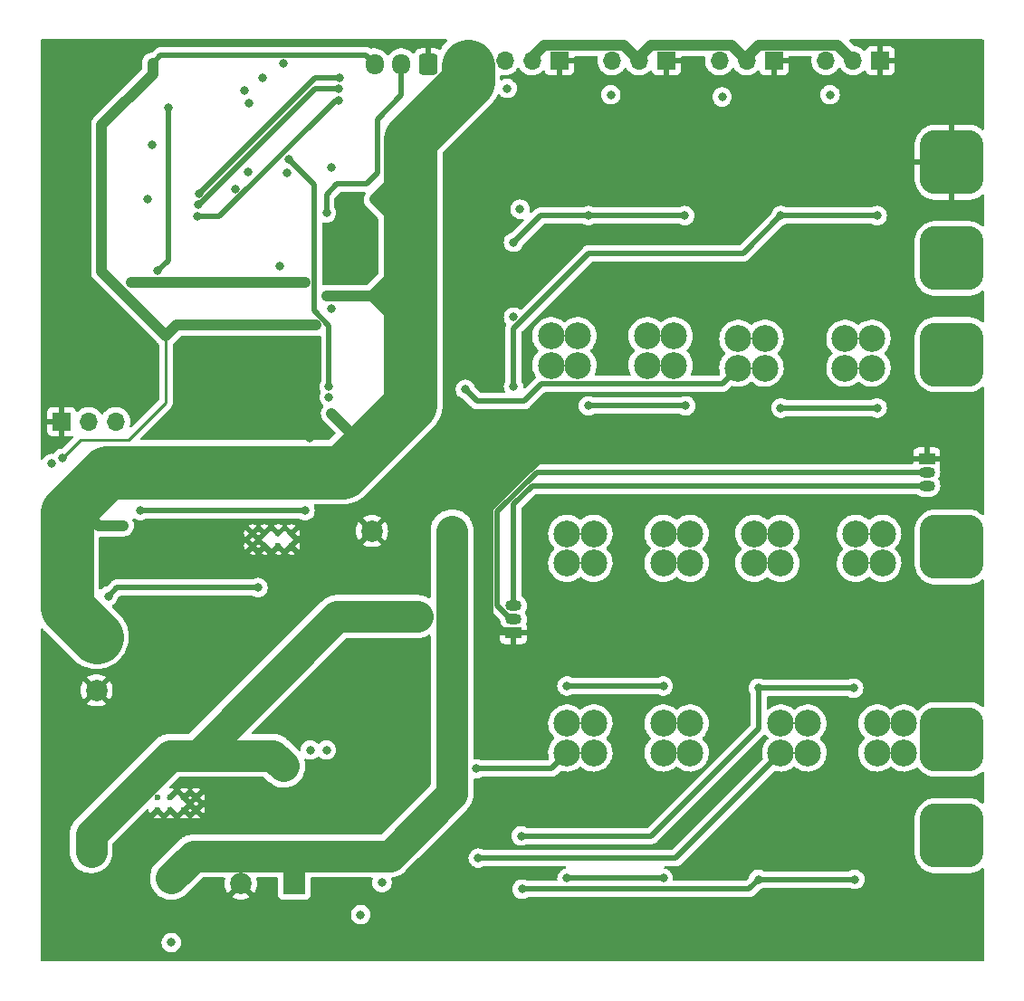
<source format=gbr>
%TF.GenerationSoftware,KiCad,Pcbnew,(6.0.0)*%
%TF.CreationDate,2022-01-17T01:15:48+01:00*%
%TF.ProjectId,DCMotorController,44434d6f-746f-4724-936f-6e74726f6c6c,rev?*%
%TF.SameCoordinates,Original*%
%TF.FileFunction,Copper,L2,Inr*%
%TF.FilePolarity,Positive*%
%FSLAX46Y46*%
G04 Gerber Fmt 4.6, Leading zero omitted, Abs format (unit mm)*
G04 Created by KiCad (PCBNEW (6.0.0)) date 2022-01-17 01:15:48*
%MOMM*%
%LPD*%
G01*
G04 APERTURE LIST*
G04 Aperture macros list*
%AMRoundRect*
0 Rectangle with rounded corners*
0 $1 Rounding radius*
0 $2 $3 $4 $5 $6 $7 $8 $9 X,Y pos of 4 corners*
0 Add a 4 corners polygon primitive as box body*
4,1,4,$2,$3,$4,$5,$6,$7,$8,$9,$2,$3,0*
0 Add four circle primitives for the rounded corners*
1,1,$1+$1,$2,$3*
1,1,$1+$1,$4,$5*
1,1,$1+$1,$6,$7*
1,1,$1+$1,$8,$9*
0 Add four rect primitives between the rounded corners*
20,1,$1+$1,$2,$3,$4,$5,0*
20,1,$1+$1,$4,$5,$6,$7,0*
20,1,$1+$1,$6,$7,$8,$9,0*
20,1,$1+$1,$8,$9,$2,$3,0*%
G04 Aperture macros list end*
%TA.AperFunction,ComponentPad*%
%ADD10RoundRect,0.250000X0.600000X0.725000X-0.600000X0.725000X-0.600000X-0.725000X0.600000X-0.725000X0*%
%TD*%
%TA.AperFunction,ComponentPad*%
%ADD11O,1.700000X1.950000*%
%TD*%
%TA.AperFunction,ComponentPad*%
%ADD12R,1.700000X1.700000*%
%TD*%
%TA.AperFunction,ComponentPad*%
%ADD13O,1.700000X1.700000*%
%TD*%
%TA.AperFunction,ComponentPad*%
%ADD14R,1.500000X1.050000*%
%TD*%
%TA.AperFunction,ComponentPad*%
%ADD15O,1.500000X1.050000*%
%TD*%
%TA.AperFunction,ComponentPad*%
%ADD16C,2.000000*%
%TD*%
%TA.AperFunction,ComponentPad*%
%ADD17RoundRect,1.500000X-1.500000X-1.500000X1.500000X-1.500000X1.500000X1.500000X-1.500000X1.500000X0*%
%TD*%
%TA.AperFunction,ComponentPad*%
%ADD18R,2.000000X2.000000*%
%TD*%
%TA.AperFunction,ComponentPad*%
%ADD19C,0.600000*%
%TD*%
%TA.AperFunction,ViaPad*%
%ADD20C,0.800000*%
%TD*%
%TA.AperFunction,ViaPad*%
%ADD21C,2.500000*%
%TD*%
%TA.AperFunction,ViaPad*%
%ADD22C,6.000000*%
%TD*%
%TA.AperFunction,ViaPad*%
%ADD23C,2.000000*%
%TD*%
%TA.AperFunction,Conductor*%
%ADD24C,0.500000*%
%TD*%
%TA.AperFunction,Conductor*%
%ADD25C,1.000000*%
%TD*%
%TA.AperFunction,Conductor*%
%ADD26C,0.250000*%
%TD*%
%TA.AperFunction,Conductor*%
%ADD27C,5.000000*%
%TD*%
%TA.AperFunction,Conductor*%
%ADD28C,3.000000*%
%TD*%
G04 APERTURE END LIST*
D10*
%TO.N,GND*%
%TO.C,1WIRE1*%
X77500000Y-22837500D03*
D11*
%TO.N,Temp*%
X75000000Y-22837500D03*
%TO.N,3_3V*%
X72500000Y-22837500D03*
%TD*%
D12*
%TO.N,GND*%
%TO.C,J2*%
X43225000Y-56250000D03*
D13*
%TO.N,Net-(J2-Pad2)*%
X45765000Y-56250000D03*
%TO.N,Net-(J2-Pad3)*%
X48305000Y-56250000D03*
%TD*%
D14*
%TO.N,GND*%
%TO.C,U1*%
X124140000Y-59730000D03*
D15*
%TO.N,Temp*%
X124140000Y-61000000D03*
%TO.N,3_3V*%
X124140000Y-62270000D03*
%TD*%
D14*
%TO.N,GND*%
%TO.C,U9*%
X85500000Y-76040000D03*
D15*
%TO.N,Temp*%
X85500000Y-74770000D03*
%TO.N,3_3V*%
X85500000Y-73500000D03*
%TD*%
D12*
%TO.N,GND*%
%TO.C,M1_S1*%
X89770000Y-22520000D03*
D13*
%TO.N,5V*%
X87230000Y-22520000D03*
%TO.N,Net-(M1_S1-Pad3)*%
X84690000Y-22520000D03*
%TD*%
D12*
%TO.N,GND*%
%TO.C,M1_S2*%
X99795000Y-22520000D03*
D13*
%TO.N,5V*%
X97255000Y-22520000D03*
%TO.N,Net-(M1_S2-Pad3)*%
X94715000Y-22520000D03*
%TD*%
D12*
%TO.N,GND*%
%TO.C,M2_S1*%
X109850000Y-22520000D03*
D13*
%TO.N,5V*%
X107310000Y-22520000D03*
%TO.N,Net-(M2_S1-Pad3)*%
X104770000Y-22520000D03*
%TD*%
D12*
%TO.N,GND*%
%TO.C,M2_S2*%
X119790000Y-22500000D03*
D13*
%TO.N,5V*%
X117250000Y-22500000D03*
%TO.N,Net-(M2_S2-Pad3)*%
X114710000Y-22500000D03*
%TD*%
D16*
%TO.N,VIN*%
%TO.C,C23*%
X79750000Y-66500000D03*
%TO.N,GND*%
X72250000Y-66500000D03*
%TD*%
D17*
%TO.N,VIN*%
%TO.C,VIN1*%
X126500000Y-68000000D03*
%TD*%
%TO.N,Net-(C11-Pad2)*%
%TO.C,M1-1*%
X126500000Y-41000000D03*
%TD*%
%TO.N,Net-(C14-Pad2)*%
%TO.C,M2+1*%
X126500000Y-86000000D03*
%TD*%
%TO.N,Net-(C27-Pad2)*%
%TO.C,M2-1*%
X126500000Y-95000000D03*
%TD*%
D18*
%TO.N,Net-(BZ1-Pad1)*%
%TO.C,BZ1*%
X65000000Y-99500000D03*
D16*
%TO.N,GND*%
X60000000Y-99500000D03*
%TD*%
D17*
%TO.N,GND*%
%TO.C,GND1*%
X126500000Y-32000000D03*
%TD*%
D18*
%TO.N,5V*%
%TO.C,C30*%
X46500000Y-76400000D03*
D16*
%TO.N,GND*%
X46500000Y-81400000D03*
%TD*%
D17*
%TO.N,Net-(C8-Pad2)*%
%TO.C,M1+1*%
X126500000Y-50000000D03*
%TD*%
D19*
%TO.N,GND*%
%TO.C,U7*%
X64705000Y-67900000D03*
X63505000Y-67900000D03*
X61105000Y-67900000D03*
X63505000Y-66700000D03*
X64705000Y-66700000D03*
X61105000Y-66700000D03*
X62205000Y-66700000D03*
X62205000Y-67900000D03*
%TD*%
%TO.N,GND*%
%TO.C,U10*%
X55800000Y-91400000D03*
X52200000Y-92600000D03*
X53400000Y-91400000D03*
X53400000Y-92600000D03*
X55800000Y-92600000D03*
X54700000Y-92600000D03*
X52200000Y-91400000D03*
X54700000Y-91400000D03*
%TD*%
D20*
%TO.N,3_3V*%
X51750000Y-22750000D03*
X43300000Y-59700000D03*
X47000000Y-28500000D03*
X67000000Y-47250000D03*
X53000000Y-48250000D03*
%TO.N,Temp*%
X68000000Y-36750000D03*
%TO.N,GND*%
X66400000Y-57800000D03*
D21*
X106000000Y-30500000D03*
D20*
X83700000Y-84900000D03*
D22*
X126250000Y-23750000D03*
D21*
X106000000Y-33250000D03*
X110500000Y-105250000D03*
X92500000Y-102500000D03*
X117500000Y-33250000D03*
X104000000Y-105250000D03*
D20*
X68750000Y-43000000D03*
D21*
X95000000Y-102500000D03*
X99500000Y-33250000D03*
X104000000Y-102500000D03*
X97000000Y-30500000D03*
X113000000Y-102500000D03*
X115000000Y-30500000D03*
D22*
X126250000Y-103500000D03*
D21*
X101500000Y-102500000D03*
X88000000Y-33250000D03*
X115000000Y-33250000D03*
X108500000Y-33250000D03*
X122000000Y-102750000D03*
X119500000Y-102750000D03*
X92500000Y-105250000D03*
D22*
X44750000Y-103250000D03*
D21*
X119500000Y-105500000D03*
X95000000Y-105250000D03*
D20*
X80800000Y-44900000D03*
D21*
X88000000Y-30500000D03*
X97000000Y-33250000D03*
D20*
X83100000Y-42400000D03*
D21*
X90500000Y-30500000D03*
X110500000Y-102500000D03*
X99500000Y-30500000D03*
D20*
X81600000Y-40300000D03*
D21*
X113000000Y-105250000D03*
D20*
X50500000Y-95500000D03*
D21*
X101500000Y-105250000D03*
X90500000Y-33250000D03*
X122000000Y-105500000D03*
D20*
X83300000Y-37700000D03*
D21*
X108500000Y-30500000D03*
X117500000Y-30500000D03*
D20*
X82800000Y-49400000D03*
D22*
X44500000Y-23500000D03*
D20*
%TO.N,Net-(C4-Pad2)*%
X49750000Y-43262020D03*
X66000000Y-43250000D03*
%TO.N,Net-(C6-Pad2)*%
X53200000Y-26900000D03*
X52212500Y-42162500D03*
D23*
%TO.N,5V*%
X81240489Y-23000000D03*
D20*
X68000000Y-44500000D03*
X49000000Y-66000000D03*
X68500000Y-55500000D03*
%TO.N,Net-(D5-Pad2)*%
X110500000Y-55000000D03*
X119500000Y-55000000D03*
X85500000Y-46500000D03*
%TO.N,M1_S1*%
X69200000Y-24100000D03*
X56100000Y-34944500D03*
X84900000Y-25100000D03*
%TO.N,M1_S2*%
X56000000Y-36000000D03*
X69170023Y-25129977D03*
X94600000Y-25700000D03*
%TO.N,M2_S1*%
X105000000Y-25900000D03*
X69100000Y-26200000D03*
X55900000Y-37100000D03*
%TO.N,M2_S2*%
X64300000Y-33000000D03*
X115100000Y-25700000D03*
%TO.N,Net-(J2-Pad2)*%
X60300000Y-25300000D03*
%TO.N,Net-(J2-Pad3)*%
X60800000Y-26500000D03*
D21*
%TO.N,VIN*%
X120000000Y-66750000D03*
X117500000Y-69500000D03*
X110500000Y-69500000D03*
X117500000Y-66750000D03*
X99500000Y-66750000D03*
X90500000Y-69500000D03*
X90500000Y-66750000D03*
X102000000Y-66750000D03*
X102000000Y-69500000D03*
X93000000Y-69500000D03*
X108000000Y-66750000D03*
X110500000Y-66750000D03*
X120000000Y-69500000D03*
X108000000Y-69500000D03*
X93000000Y-66750000D03*
X99500000Y-69500000D03*
D20*
X53500000Y-99000000D03*
%TO.N,M2_A_LO*%
X64000000Y-22800000D03*
X73200000Y-99400000D03*
%TO.N,M2_A_HI*%
X71200000Y-102400000D03*
X62000000Y-24100000D03*
%TO.N,M1_A_LO*%
X64500000Y-31750000D03*
X68250000Y-53000000D03*
%TO.N,M1_A_HI*%
X68250000Y-54000000D03*
X63600000Y-41700000D03*
%TO.N,M2_B_HI*%
X60675000Y-32925000D03*
X66500000Y-87000000D03*
%TO.N,M2_B_LO*%
X59500000Y-34500000D03*
X68000000Y-87000000D03*
%TO.N,Net-(C15-Pad1)*%
X50600000Y-64600000D03*
X66000000Y-64600000D03*
%TO.N,Net-(D20-Pad4)*%
X42300000Y-60200000D03*
X51700000Y-30400000D03*
%TO.N,Net-(C21-Pad1)*%
X61600000Y-71800000D03*
X47600000Y-72600000D03*
D21*
%TO.N,Net-(C8-Pad2)*%
X106500000Y-48500000D03*
X109000000Y-48500000D03*
D20*
X81000000Y-53250000D03*
D21*
X109000000Y-51250000D03*
X116500000Y-51250000D03*
X106500000Y-51250000D03*
X119000000Y-48500000D03*
X116500000Y-48500000D03*
X119000000Y-51250000D03*
%TO.N,Net-(C11-Pad2)*%
X98000000Y-51000000D03*
X100500000Y-48250000D03*
X91500000Y-48250000D03*
X89000000Y-48250000D03*
X98000000Y-48250000D03*
X91500000Y-51000000D03*
X89000000Y-51000000D03*
X100500000Y-51000000D03*
%TO.N,Net-(C14-Pad2)*%
X113000000Y-87250000D03*
X122000000Y-87250000D03*
X110500000Y-84500000D03*
X122000000Y-84500000D03*
D20*
X82200000Y-97100000D03*
D21*
X113000000Y-84500000D03*
X110500000Y-87250000D03*
X119500000Y-84500000D03*
X119500000Y-87250000D03*
%TO.N,Net-(C27-Pad2)*%
X102000000Y-87250000D03*
X90500000Y-84500000D03*
X93000000Y-87250000D03*
X102000000Y-84500000D03*
X99500000Y-87250000D03*
D20*
X82000000Y-88750000D03*
D21*
X90500000Y-87250000D03*
X93000000Y-84500000D03*
X99500000Y-84500000D03*
D20*
%TO.N,Net-(D2-Pad2)*%
X119500000Y-37000000D03*
X85500000Y-53000000D03*
X110500000Y-37000000D03*
%TO.N,Net-(D6-Pad2)*%
X92500000Y-54800000D03*
X86100000Y-36400000D03*
X101600000Y-54800000D03*
%TO.N,Net-(D7-Pad2)*%
X92500000Y-37000000D03*
X85500000Y-39500000D03*
X101500000Y-37000000D03*
%TO.N,Net-(D9-Pad2)*%
X86220500Y-95030500D03*
X117300000Y-81200000D03*
X108400000Y-81200000D03*
%TO.N,Net-(D10-Pad2)*%
X86300000Y-100000000D03*
X108400000Y-99100000D03*
X117400000Y-99100000D03*
%TO.N,Net-(D12-Pad2)*%
X99500000Y-81000000D03*
X90500000Y-81000000D03*
%TO.N,Net-(D13-Pad2)*%
X90500000Y-99000000D03*
X99500000Y-99000000D03*
%TO.N,Net-(R11-Pad1)*%
X53500000Y-105000000D03*
X51250000Y-35500000D03*
%TO.N,VMosfet*%
X68500000Y-32500000D03*
X56000000Y-87500000D03*
X64000000Y-88500000D03*
X46000000Y-96500000D03*
X76500000Y-74500000D03*
X68500000Y-45700000D03*
%TD*%
D24*
%TO.N,3_3V*%
X52499511Y-22000489D02*
X51750000Y-22750000D01*
D25*
X47000000Y-42250000D02*
X53000000Y-48250000D01*
D26*
X45000000Y-58000000D02*
X43300000Y-59700000D01*
D25*
X54000000Y-47250000D02*
X53000000Y-48250000D01*
D24*
X85500000Y-73500000D02*
X85500000Y-64000000D01*
D25*
X47000000Y-28500000D02*
X47000000Y-42250000D01*
D24*
X85500000Y-64000000D02*
X87230000Y-62270000D01*
D25*
X67000000Y-47250000D02*
X54000000Y-47250000D01*
D26*
X49500000Y-58000000D02*
X45000000Y-58000000D01*
D25*
X51750000Y-22750000D02*
X51750000Y-23750000D01*
D24*
X72500000Y-22837500D02*
X71662989Y-22000489D01*
X87230000Y-62270000D02*
X124140000Y-62270000D01*
D26*
X53000000Y-48250000D02*
X53000000Y-54500000D01*
D25*
X51750000Y-23750000D02*
X47000000Y-28500000D01*
D24*
X71662989Y-22000489D02*
X52499511Y-22000489D01*
D26*
X53000000Y-54500000D02*
X49500000Y-58000000D01*
D24*
%TO.N,Temp*%
X84000000Y-73500000D02*
X84000000Y-64652150D01*
X68000000Y-36750000D02*
X68000000Y-35000000D01*
X72750000Y-33000000D02*
X72750000Y-28000000D01*
X72750000Y-28000000D02*
X75000000Y-25750000D01*
X75000000Y-25750000D02*
X75000000Y-22837500D01*
X87652150Y-61000000D02*
X124140000Y-61000000D01*
X84000000Y-64652150D02*
X87652150Y-61000000D01*
X85270000Y-74770000D02*
X84000000Y-73500000D01*
X68000000Y-35000000D02*
X69000000Y-34000000D01*
X71750000Y-34000000D02*
X72750000Y-33000000D01*
X69000000Y-34000000D02*
X71750000Y-34000000D01*
%TO.N,GND*%
X84790000Y-76040000D02*
X83400480Y-74650480D01*
X83400480Y-64403820D02*
X88074300Y-59730000D01*
X83400480Y-74650480D02*
X83400480Y-64403820D01*
X85500000Y-76040000D02*
X84790000Y-76040000D01*
X86000000Y-76000000D02*
X84750000Y-76000000D01*
X88074300Y-59730000D02*
X124140000Y-59730000D01*
D25*
%TO.N,Net-(C4-Pad2)*%
X65987980Y-43262020D02*
X66000000Y-43250000D01*
X49750000Y-43262020D02*
X65987980Y-43262020D01*
D24*
%TO.N,Net-(C6-Pad2)*%
X53200000Y-26900000D02*
X53200000Y-41175000D01*
X53200000Y-41175000D02*
X52212500Y-42162500D01*
D25*
%TO.N,5V*%
X49000000Y-66000000D02*
X46700978Y-66000000D01*
X75849511Y-48099511D02*
X72250000Y-44500000D01*
D27*
X43732323Y-64767677D02*
X44600489Y-63899511D01*
D25*
X72500000Y-35500000D02*
X74750000Y-35500000D01*
X97255000Y-22160978D02*
X97255000Y-22520000D01*
X75849511Y-29842818D02*
X75849511Y-32150489D01*
D27*
X47500000Y-61000000D02*
X44600489Y-63899511D01*
D25*
X108449511Y-21050489D02*
X107310000Y-22190000D01*
X95805489Y-21070489D02*
X97255000Y-22520000D01*
X75849511Y-40900489D02*
X72250000Y-44500000D01*
X75849511Y-39400489D02*
X75849511Y-40900489D01*
X72250000Y-44500000D02*
X75199022Y-44500000D01*
D27*
X46500000Y-76400000D02*
X43732323Y-73632323D01*
D25*
X115800489Y-21050489D02*
X108449511Y-21050489D01*
X75849511Y-38849511D02*
X72500000Y-35500000D01*
X75199022Y-44500000D02*
X75849511Y-45150489D01*
X75849511Y-39400489D02*
X75849511Y-38849511D01*
X68000000Y-44500000D02*
X72250000Y-44500000D01*
D27*
X71500000Y-59000000D02*
X69500000Y-61000000D01*
X75849511Y-36599511D02*
X75849511Y-39400489D01*
D25*
X98345489Y-21070489D02*
X97255000Y-22160978D01*
X107310000Y-22190000D02*
X107310000Y-22520000D01*
D27*
X81240489Y-24451840D02*
X75849511Y-29842818D01*
D25*
X75849511Y-48150489D02*
X75849511Y-48099511D01*
D27*
X69500000Y-61000000D02*
X47500000Y-61000000D01*
X75849511Y-48150489D02*
X75849511Y-54650489D01*
X81240489Y-23000000D02*
X81240489Y-24451840D01*
X75849511Y-45150489D02*
X75849511Y-48150489D01*
X75849511Y-54650489D02*
X71500000Y-59000000D01*
D25*
X46700978Y-66000000D02*
X44600489Y-63899511D01*
X75849511Y-32150489D02*
X72500000Y-35500000D01*
X68500000Y-55500000D02*
X71500000Y-58500000D01*
D27*
X75849511Y-29842818D02*
X75849511Y-36599511D01*
X43732323Y-73632323D02*
X43732323Y-64767677D01*
X75849511Y-39400489D02*
X75849511Y-45150489D01*
D25*
X117250000Y-22500000D02*
X115800489Y-21050489D01*
X74750000Y-35500000D02*
X75849511Y-36599511D01*
X87230000Y-22520000D02*
X87230000Y-22160978D01*
X88320489Y-21070489D02*
X95805489Y-21070489D01*
X87230000Y-22160978D02*
X88320489Y-21070489D01*
X71500000Y-58500000D02*
X71500000Y-59000000D01*
X105860489Y-21070489D02*
X98345489Y-21070489D01*
X107310000Y-22520000D02*
X105860489Y-21070489D01*
D24*
%TO.N,Net-(D5-Pad2)*%
X119500000Y-55000000D02*
X110500000Y-55000000D01*
%TO.N,M1_S1*%
X66944500Y-24100000D02*
X69200000Y-24100000D01*
X56100000Y-34944500D02*
X66944500Y-24100000D01*
%TO.N,M1_S2*%
X56104470Y-36000000D02*
X66974493Y-25129977D01*
X56000000Y-36000000D02*
X56104470Y-36000000D01*
X66974493Y-25129977D02*
X69170023Y-25129977D01*
%TO.N,M2_S1*%
X57959970Y-37100000D02*
X68859970Y-26200000D01*
X55900000Y-37100000D02*
X57959970Y-37100000D01*
X68859970Y-26200000D02*
X69100000Y-26200000D01*
%TO.N,VIN*%
X55000000Y-97500000D02*
X53500000Y-99000000D01*
D28*
X73927737Y-96900489D02*
X79750000Y-91078226D01*
X53500000Y-99000000D02*
X55599511Y-96900489D01*
D24*
X73000000Y-97500000D02*
X55000000Y-97500000D01*
X79750000Y-66500000D02*
X79750000Y-90750000D01*
D28*
X79750000Y-91078226D02*
X79750000Y-66500000D01*
X55599511Y-96900489D02*
X73927737Y-96900489D01*
D24*
X79750000Y-90750000D02*
X73000000Y-97500000D01*
%TO.N,M1_A_LO*%
X66849519Y-45898117D02*
X68250000Y-47298598D01*
X66849519Y-34099519D02*
X66849519Y-45898117D01*
X64500000Y-31750000D02*
X66849519Y-34099519D01*
X68250000Y-47298598D02*
X68250000Y-53000000D01*
%TO.N,Net-(C15-Pad1)*%
X66000000Y-64600000D02*
X50600000Y-64600000D01*
%TO.N,Net-(C21-Pad1)*%
X48400000Y-71800000D02*
X47600000Y-72600000D01*
X61600000Y-71800000D02*
X48400000Y-71800000D01*
%TO.N,Net-(C8-Pad2)*%
X88097850Y-52750000D02*
X105000000Y-52750000D01*
X81000000Y-53250000D02*
X82099031Y-54349031D01*
X82099031Y-54349031D02*
X86498819Y-54349031D01*
X105000000Y-52750000D02*
X106500000Y-51250000D01*
X86498819Y-54349031D02*
X88097850Y-52750000D01*
%TO.N,Net-(C14-Pad2)*%
X82200480Y-97100480D02*
X82200000Y-97100000D01*
X100649520Y-97100480D02*
X82200480Y-97100480D01*
X110500000Y-87250000D02*
X100649520Y-97100480D01*
%TO.N,Net-(C27-Pad2)*%
X82000000Y-88750000D02*
X89000000Y-88750000D01*
X89000000Y-88750000D02*
X90500000Y-87250000D01*
%TO.N,Net-(D2-Pad2)*%
X85500000Y-47559970D02*
X85500000Y-53000000D01*
X92529985Y-40529985D02*
X106970015Y-40529985D01*
X110500000Y-37000000D02*
X119500000Y-37000000D01*
X106970015Y-40529985D02*
X110500000Y-37000000D01*
X92529985Y-40529985D02*
X85500000Y-47559970D01*
%TO.N,Net-(D6-Pad2)*%
X101600000Y-54800000D02*
X92500000Y-54800000D01*
%TO.N,Net-(D7-Pad2)*%
X88000000Y-37000000D02*
X85500000Y-39500000D01*
X92500000Y-37000000D02*
X88000000Y-37000000D01*
X92500000Y-37000000D02*
X101500000Y-37000000D01*
%TO.N,Net-(D9-Pad2)*%
X108400000Y-85000000D02*
X108400000Y-81200000D01*
X86220500Y-95030500D02*
X98369500Y-95030500D01*
X117300000Y-81200000D02*
X108400000Y-81200000D01*
X98369500Y-95030500D02*
X108400000Y-85000000D01*
%TO.N,Net-(D10-Pad2)*%
X107500000Y-100000000D02*
X108400000Y-99100000D01*
X86300000Y-100000000D02*
X107500000Y-100000000D01*
X117400000Y-99100000D02*
X108400000Y-99100000D01*
%TO.N,Net-(D12-Pad2)*%
X99500000Y-81000000D02*
X90500000Y-81000000D01*
%TO.N,Net-(D13-Pad2)*%
X99500000Y-99000000D02*
X90500000Y-99000000D01*
D28*
%TO.N,VMosfet*%
X53385386Y-87500000D02*
X46000000Y-94885386D01*
X56000000Y-87500000D02*
X53385386Y-87500000D01*
X56000000Y-87500000D02*
X63000000Y-87500000D01*
X69000000Y-74500000D02*
X76500000Y-74500000D01*
X46000000Y-94885386D02*
X46000000Y-96500000D01*
X63000000Y-87500000D02*
X64000000Y-88500000D01*
X56000000Y-87500000D02*
X69000000Y-74500000D01*
%TD*%
%TA.AperFunction,Conductor*%
%TO.N,GND*%
G36*
X129434121Y-20528002D02*
G01*
X129480614Y-20581658D01*
X129492000Y-20634000D01*
X129492000Y-28859869D01*
X129471998Y-28927990D01*
X129418342Y-28974483D01*
X129348068Y-28984587D01*
X129283336Y-28954962D01*
X129214719Y-28895314D01*
X129207700Y-28890024D01*
X128979572Y-28741876D01*
X128971882Y-28737613D01*
X128725353Y-28622655D01*
X128717143Y-28619504D01*
X128457023Y-28539978D01*
X128448453Y-28537999D01*
X128178956Y-28495315D01*
X128171872Y-28494601D01*
X128113669Y-28492060D01*
X128110917Y-28492000D01*
X126772115Y-28492000D01*
X126756876Y-28496475D01*
X126755671Y-28497865D01*
X126754000Y-28505548D01*
X126754000Y-35489884D01*
X126758475Y-35505123D01*
X126759865Y-35506328D01*
X126767548Y-35507999D01*
X128110915Y-35507999D01*
X128113672Y-35507939D01*
X128171855Y-35505399D01*
X128178972Y-35504683D01*
X128448453Y-35462001D01*
X128457023Y-35460022D01*
X128717143Y-35380496D01*
X128725353Y-35377345D01*
X128971882Y-35262387D01*
X128979572Y-35258124D01*
X129207700Y-35109976D01*
X129214719Y-35104686D01*
X129283336Y-35045038D01*
X129347870Y-35015442D01*
X129418160Y-35025434D01*
X129471889Y-35071842D01*
X129492000Y-35140131D01*
X129492000Y-37859205D01*
X129471998Y-37927326D01*
X129418342Y-37973819D01*
X129348068Y-37983923D01*
X129283336Y-37954298D01*
X129239682Y-37916350D01*
X129211697Y-37892023D01*
X129208006Y-37889626D01*
X129208002Y-37889623D01*
X128994658Y-37751076D01*
X128976118Y-37739036D01*
X128972132Y-37737177D01*
X128972126Y-37737174D01*
X128725534Y-37622187D01*
X128725529Y-37622185D01*
X128721540Y-37620325D01*
X128717327Y-37619037D01*
X128717322Y-37619035D01*
X128554514Y-37569259D01*
X128452918Y-37538198D01*
X128448578Y-37537511D01*
X128448571Y-37537509D01*
X128179003Y-37494815D01*
X128175480Y-37494257D01*
X128171919Y-37494102D01*
X128171914Y-37494101D01*
X128113713Y-37491560D01*
X128113709Y-37491560D01*
X128112337Y-37491500D01*
X126501171Y-37491500D01*
X124887664Y-37491501D01*
X124886295Y-37491561D01*
X124886284Y-37491561D01*
X124828086Y-37494101D01*
X124828080Y-37494102D01*
X124824520Y-37494257D01*
X124751045Y-37505894D01*
X124551429Y-37537509D01*
X124551422Y-37537511D01*
X124547082Y-37538198D01*
X124445486Y-37569259D01*
X124282678Y-37619035D01*
X124282673Y-37619037D01*
X124278460Y-37620325D01*
X124274471Y-37622185D01*
X124274466Y-37622187D01*
X124027874Y-37737174D01*
X124027868Y-37737177D01*
X124023882Y-37739036D01*
X124005342Y-37751076D01*
X123791998Y-37889623D01*
X123791994Y-37889626D01*
X123788303Y-37892023D01*
X123576308Y-38076308D01*
X123392023Y-38288303D01*
X123239036Y-38523882D01*
X123237177Y-38527868D01*
X123237174Y-38527874D01*
X123122187Y-38774466D01*
X123120325Y-38778460D01*
X123119037Y-38782673D01*
X123119035Y-38782678D01*
X123069259Y-38945486D01*
X123038198Y-39047082D01*
X123037511Y-39051422D01*
X123037509Y-39051429D01*
X123024316Y-39134729D01*
X122994257Y-39324520D01*
X122991500Y-39387663D01*
X122991501Y-42612336D01*
X122991561Y-42613705D01*
X122991561Y-42613716D01*
X122992779Y-42641612D01*
X122994257Y-42675480D01*
X123005894Y-42748955D01*
X123037509Y-42948571D01*
X123037511Y-42948578D01*
X123038198Y-42952918D01*
X123120325Y-43221540D01*
X123122185Y-43225529D01*
X123122187Y-43225534D01*
X123237174Y-43472126D01*
X123237177Y-43472132D01*
X123239036Y-43476118D01*
X123392023Y-43711697D01*
X123576308Y-43923692D01*
X123788303Y-44107977D01*
X123791994Y-44110374D01*
X123791998Y-44110377D01*
X123838838Y-44140795D01*
X124023882Y-44260964D01*
X124027868Y-44262823D01*
X124027874Y-44262826D01*
X124274466Y-44377813D01*
X124274471Y-44377815D01*
X124278460Y-44379675D01*
X124282673Y-44380963D01*
X124282678Y-44380965D01*
X124421159Y-44423303D01*
X124547082Y-44461802D01*
X124551422Y-44462489D01*
X124551429Y-44462491D01*
X124809709Y-44503397D01*
X124824520Y-44505743D01*
X124828081Y-44505898D01*
X124828086Y-44505899D01*
X124886287Y-44508440D01*
X124886291Y-44508440D01*
X124887663Y-44508500D01*
X126498829Y-44508500D01*
X128112336Y-44508499D01*
X128113705Y-44508439D01*
X128113716Y-44508439D01*
X128171914Y-44505899D01*
X128171920Y-44505898D01*
X128175480Y-44505743D01*
X128248955Y-44494106D01*
X128448571Y-44462491D01*
X128448578Y-44462489D01*
X128452918Y-44461802D01*
X128578841Y-44423303D01*
X128717322Y-44380965D01*
X128717327Y-44380963D01*
X128721540Y-44379675D01*
X128725529Y-44377815D01*
X128725534Y-44377813D01*
X128972126Y-44262826D01*
X128972132Y-44262823D01*
X128976118Y-44260964D01*
X129161162Y-44140795D01*
X129208002Y-44110377D01*
X129208006Y-44110374D01*
X129211697Y-44107977D01*
X129283336Y-44045702D01*
X129347870Y-44016106D01*
X129418160Y-44026098D01*
X129471890Y-44072506D01*
X129492000Y-44140795D01*
X129492000Y-46859205D01*
X129471998Y-46927326D01*
X129418342Y-46973819D01*
X129348068Y-46983923D01*
X129283336Y-46954298D01*
X129215846Y-46895630D01*
X129211697Y-46892023D01*
X129208006Y-46889626D01*
X129208002Y-46889623D01*
X128999652Y-46754319D01*
X128976118Y-46739036D01*
X128972132Y-46737177D01*
X128972126Y-46737174D01*
X128725534Y-46622187D01*
X128725529Y-46622185D01*
X128721540Y-46620325D01*
X128717327Y-46619037D01*
X128717322Y-46619035D01*
X128467489Y-46542653D01*
X128452918Y-46538198D01*
X128448578Y-46537511D01*
X128448571Y-46537509D01*
X128179003Y-46494815D01*
X128175480Y-46494257D01*
X128171919Y-46494102D01*
X128171914Y-46494101D01*
X128113713Y-46491560D01*
X128113709Y-46491560D01*
X128112337Y-46491500D01*
X126501171Y-46491500D01*
X124887664Y-46491501D01*
X124886295Y-46491561D01*
X124886284Y-46491561D01*
X124828086Y-46494101D01*
X124828080Y-46494102D01*
X124824520Y-46494257D01*
X124751045Y-46505894D01*
X124551429Y-46537509D01*
X124551422Y-46537511D01*
X124547082Y-46538198D01*
X124532511Y-46542653D01*
X124282678Y-46619035D01*
X124282673Y-46619037D01*
X124278460Y-46620325D01*
X124274471Y-46622185D01*
X124274466Y-46622187D01*
X124027874Y-46737174D01*
X124027868Y-46737177D01*
X124023882Y-46739036D01*
X124000348Y-46754319D01*
X123791998Y-46889623D01*
X123791994Y-46889626D01*
X123788303Y-46892023D01*
X123576308Y-47076308D01*
X123392023Y-47288303D01*
X123389626Y-47291994D01*
X123389623Y-47291998D01*
X123378814Y-47308643D01*
X123239036Y-47523882D01*
X123237177Y-47527868D01*
X123237174Y-47527874D01*
X123137875Y-47740823D01*
X123120325Y-47778460D01*
X123119037Y-47782673D01*
X123119035Y-47782678D01*
X123091069Y-47874151D01*
X123038198Y-48047082D01*
X123037511Y-48051422D01*
X123037509Y-48051429D01*
X123005559Y-48253160D01*
X122994257Y-48324520D01*
X122991500Y-48387663D01*
X122991501Y-51612336D01*
X122994257Y-51675480D01*
X122994815Y-51679002D01*
X123037509Y-51948571D01*
X123037511Y-51948578D01*
X123038198Y-51952918D01*
X123069259Y-52054514D01*
X123114118Y-52201237D01*
X123120325Y-52221540D01*
X123122185Y-52225529D01*
X123122187Y-52225534D01*
X123237174Y-52472126D01*
X123237177Y-52472132D01*
X123239036Y-52476118D01*
X123241437Y-52479815D01*
X123370857Y-52679104D01*
X123392023Y-52711697D01*
X123576308Y-52923692D01*
X123788303Y-53107977D01*
X123791994Y-53110374D01*
X123791998Y-53110377D01*
X123965640Y-53223141D01*
X124023882Y-53260964D01*
X124027868Y-53262823D01*
X124027874Y-53262826D01*
X124274466Y-53377813D01*
X124274471Y-53377815D01*
X124278460Y-53379675D01*
X124282673Y-53380963D01*
X124282678Y-53380965D01*
X124439204Y-53428820D01*
X124547082Y-53461802D01*
X124551422Y-53462489D01*
X124551429Y-53462491D01*
X124784812Y-53499454D01*
X124824520Y-53505743D01*
X124828081Y-53505898D01*
X124828086Y-53505899D01*
X124886287Y-53508440D01*
X124886291Y-53508440D01*
X124887663Y-53508500D01*
X126498829Y-53508500D01*
X128112336Y-53508499D01*
X128113705Y-53508439D01*
X128113716Y-53508439D01*
X128171914Y-53505899D01*
X128171920Y-53505898D01*
X128175480Y-53505743D01*
X128270542Y-53490687D01*
X128448571Y-53462491D01*
X128448578Y-53462489D01*
X128452918Y-53461802D01*
X128560796Y-53428820D01*
X128717322Y-53380965D01*
X128717327Y-53380963D01*
X128721540Y-53379675D01*
X128725529Y-53377815D01*
X128725534Y-53377813D01*
X128972126Y-53262826D01*
X128972132Y-53262823D01*
X128976118Y-53260964D01*
X129034360Y-53223141D01*
X129208002Y-53110377D01*
X129208006Y-53110374D01*
X129211697Y-53107977D01*
X129283336Y-53045702D01*
X129347870Y-53016106D01*
X129418160Y-53026098D01*
X129471890Y-53072506D01*
X129492000Y-53140795D01*
X129492000Y-64859205D01*
X129471998Y-64927326D01*
X129418342Y-64973819D01*
X129348068Y-64983923D01*
X129283336Y-64954298D01*
X129241398Y-64917842D01*
X129211697Y-64892023D01*
X129208006Y-64889626D01*
X129208002Y-64889623D01*
X128979815Y-64741437D01*
X128976118Y-64739036D01*
X128972132Y-64737177D01*
X128972126Y-64737174D01*
X128725534Y-64622187D01*
X128725529Y-64622185D01*
X128721540Y-64620325D01*
X128717327Y-64619037D01*
X128717322Y-64619035D01*
X128553378Y-64568912D01*
X128452918Y-64538198D01*
X128448578Y-64537511D01*
X128448571Y-64537509D01*
X128179003Y-64494815D01*
X128175480Y-64494257D01*
X128171919Y-64494102D01*
X128171914Y-64494101D01*
X128113713Y-64491560D01*
X128113709Y-64491560D01*
X128112337Y-64491500D01*
X126501171Y-64491500D01*
X124887664Y-64491501D01*
X124886295Y-64491561D01*
X124886284Y-64491561D01*
X124828086Y-64494101D01*
X124828080Y-64494102D01*
X124824520Y-64494257D01*
X124751045Y-64505894D01*
X124551429Y-64537509D01*
X124551422Y-64537511D01*
X124547082Y-64538198D01*
X124446622Y-64568912D01*
X124282678Y-64619035D01*
X124282673Y-64619037D01*
X124278460Y-64620325D01*
X124274471Y-64622185D01*
X124274466Y-64622187D01*
X124027874Y-64737174D01*
X124027868Y-64737177D01*
X124023882Y-64739036D01*
X124020185Y-64741437D01*
X123791998Y-64889623D01*
X123791994Y-64889626D01*
X123788303Y-64892023D01*
X123576308Y-65076308D01*
X123392023Y-65288303D01*
X123389626Y-65291994D01*
X123389623Y-65291998D01*
X123300330Y-65429497D01*
X123239036Y-65523882D01*
X123237177Y-65527868D01*
X123237174Y-65527874D01*
X123127113Y-65763902D01*
X123120325Y-65778460D01*
X123119037Y-65782673D01*
X123119035Y-65782678D01*
X123108969Y-65815602D01*
X123038198Y-66047082D01*
X123037511Y-66051422D01*
X123037509Y-66051429D01*
X123010150Y-66224173D01*
X122994257Y-66324520D01*
X122994102Y-66328081D01*
X122994101Y-66328086D01*
X122992917Y-66355200D01*
X122991500Y-66387663D01*
X122991501Y-69612336D01*
X122994257Y-69675480D01*
X122994815Y-69679002D01*
X123037509Y-69948571D01*
X123037511Y-69948578D01*
X123038198Y-69952918D01*
X123043805Y-69971256D01*
X123117668Y-70212848D01*
X123120325Y-70221540D01*
X123122185Y-70225529D01*
X123122187Y-70225534D01*
X123237174Y-70472126D01*
X123237177Y-70472132D01*
X123239036Y-70476118D01*
X123241437Y-70479815D01*
X123354020Y-70653177D01*
X123392023Y-70711697D01*
X123576308Y-70923692D01*
X123788303Y-71107977D01*
X123791994Y-71110374D01*
X123791998Y-71110377D01*
X123932781Y-71201802D01*
X124023882Y-71260964D01*
X124027868Y-71262823D01*
X124027874Y-71262826D01*
X124274466Y-71377813D01*
X124274471Y-71377815D01*
X124278460Y-71379675D01*
X124282673Y-71380963D01*
X124282678Y-71380965D01*
X124419255Y-71422721D01*
X124547082Y-71461802D01*
X124551422Y-71462489D01*
X124551429Y-71462491D01*
X124809709Y-71503397D01*
X124824520Y-71505743D01*
X124828081Y-71505898D01*
X124828086Y-71505899D01*
X124886287Y-71508440D01*
X124886291Y-71508440D01*
X124887663Y-71508500D01*
X126498829Y-71508500D01*
X128112336Y-71508499D01*
X128113705Y-71508439D01*
X128113716Y-71508439D01*
X128171914Y-71505899D01*
X128171920Y-71505898D01*
X128175480Y-71505743D01*
X128248955Y-71494106D01*
X128448571Y-71462491D01*
X128448578Y-71462489D01*
X128452918Y-71461802D01*
X128580745Y-71422721D01*
X128717322Y-71380965D01*
X128717327Y-71380963D01*
X128721540Y-71379675D01*
X128725529Y-71377815D01*
X128725534Y-71377813D01*
X128972126Y-71262826D01*
X128972132Y-71262823D01*
X128976118Y-71260964D01*
X129067219Y-71201802D01*
X129208002Y-71110377D01*
X129208006Y-71110374D01*
X129211697Y-71107977D01*
X129283336Y-71045702D01*
X129347870Y-71016106D01*
X129418160Y-71026098D01*
X129471890Y-71072506D01*
X129492000Y-71140795D01*
X129492000Y-82859205D01*
X129471998Y-82927326D01*
X129418342Y-82973819D01*
X129348068Y-82983923D01*
X129283336Y-82954298D01*
X129234994Y-82912275D01*
X129211697Y-82892023D01*
X129208006Y-82889626D01*
X129208002Y-82889623D01*
X128985617Y-82745205D01*
X128976118Y-82739036D01*
X128972132Y-82737177D01*
X128972126Y-82737174D01*
X128725534Y-82622187D01*
X128725529Y-82622185D01*
X128721540Y-82620325D01*
X128717327Y-82619037D01*
X128717322Y-82619035D01*
X128554514Y-82569259D01*
X128452918Y-82538198D01*
X128448578Y-82537511D01*
X128448571Y-82537509D01*
X128179003Y-82494815D01*
X128175480Y-82494257D01*
X128171919Y-82494102D01*
X128171914Y-82494101D01*
X128113713Y-82491560D01*
X128113709Y-82491560D01*
X128112337Y-82491500D01*
X126501171Y-82491500D01*
X124887664Y-82491501D01*
X124886295Y-82491561D01*
X124886284Y-82491561D01*
X124828086Y-82494101D01*
X124828080Y-82494102D01*
X124824520Y-82494257D01*
X124751045Y-82505894D01*
X124551429Y-82537509D01*
X124551422Y-82537511D01*
X124547082Y-82538198D01*
X124445486Y-82569259D01*
X124282678Y-82619035D01*
X124282673Y-82619037D01*
X124278460Y-82620325D01*
X124274471Y-82622185D01*
X124274466Y-82622187D01*
X124027874Y-82737174D01*
X124027868Y-82737177D01*
X124023882Y-82739036D01*
X124014383Y-82745205D01*
X123791998Y-82889623D01*
X123791994Y-82889626D01*
X123788303Y-82892023D01*
X123576308Y-83076308D01*
X123573428Y-83079621D01*
X123573422Y-83079627D01*
X123426935Y-83248141D01*
X123367148Y-83286430D01*
X123296152Y-83286318D01*
X123245509Y-83257253D01*
X123113171Y-83132763D01*
X123109763Y-83129557D01*
X122895009Y-82980576D01*
X122890816Y-82978508D01*
X122664781Y-82867040D01*
X122664778Y-82867039D01*
X122660593Y-82864975D01*
X122642568Y-82859205D01*
X122416123Y-82786720D01*
X122411665Y-82785293D01*
X122153693Y-82743279D01*
X122039942Y-82741790D01*
X121897022Y-82739919D01*
X121897019Y-82739919D01*
X121892345Y-82739858D01*
X121633362Y-82775104D01*
X121382433Y-82848243D01*
X121378180Y-82850203D01*
X121378179Y-82850204D01*
X121341659Y-82867040D01*
X121145072Y-82957668D01*
X121095024Y-82990481D01*
X120930404Y-83098410D01*
X120930399Y-83098414D01*
X120926491Y-83100976D01*
X120866089Y-83154887D01*
X120834514Y-83183069D01*
X120770373Y-83213507D01*
X120699959Y-83204436D01*
X120664280Y-83180841D01*
X120613172Y-83132763D01*
X120613166Y-83132758D01*
X120609763Y-83129557D01*
X120395009Y-82980576D01*
X120390816Y-82978508D01*
X120164781Y-82867040D01*
X120164778Y-82867039D01*
X120160593Y-82864975D01*
X120142568Y-82859205D01*
X119916123Y-82786720D01*
X119911665Y-82785293D01*
X119653693Y-82743279D01*
X119539942Y-82741790D01*
X119397022Y-82739919D01*
X119397019Y-82739919D01*
X119392345Y-82739858D01*
X119133362Y-82775104D01*
X118882433Y-82848243D01*
X118878180Y-82850203D01*
X118878179Y-82850204D01*
X118841659Y-82867040D01*
X118645072Y-82957668D01*
X118595024Y-82990481D01*
X118430404Y-83098410D01*
X118430399Y-83098414D01*
X118426491Y-83100976D01*
X118231494Y-83275018D01*
X118064363Y-83475970D01*
X117928771Y-83699419D01*
X117827697Y-83940455D01*
X117763359Y-84193783D01*
X117737173Y-84453839D01*
X117749713Y-84714908D01*
X117800704Y-84971256D01*
X117889026Y-85217252D01*
X117891242Y-85221376D01*
X117955753Y-85341437D01*
X118012737Y-85447491D01*
X118015532Y-85451234D01*
X118015534Y-85451237D01*
X118166330Y-85653177D01*
X118166335Y-85653183D01*
X118169122Y-85656915D01*
X118172431Y-85660195D01*
X118172436Y-85660201D01*
X118298949Y-85785614D01*
X118333245Y-85847777D01*
X118328490Y-85918614D01*
X118294146Y-85969099D01*
X118231494Y-86025018D01*
X118064363Y-86225970D01*
X118061934Y-86229973D01*
X117954437Y-86407123D01*
X117928771Y-86449419D01*
X117827697Y-86690455D01*
X117763359Y-86943783D01*
X117737173Y-87203839D01*
X117749713Y-87464908D01*
X117800704Y-87721256D01*
X117889026Y-87967252D01*
X117891242Y-87971376D01*
X118008399Y-88189417D01*
X118012737Y-88197491D01*
X118015532Y-88201234D01*
X118015534Y-88201237D01*
X118166330Y-88403177D01*
X118166335Y-88403183D01*
X118169122Y-88406915D01*
X118172431Y-88410195D01*
X118172436Y-88410201D01*
X118301058Y-88537705D01*
X118354743Y-88590923D01*
X118358505Y-88593681D01*
X118358508Y-88593684D01*
X118519458Y-88711697D01*
X118565524Y-88745474D01*
X118569667Y-88747654D01*
X118569669Y-88747655D01*
X118792684Y-88864989D01*
X118792689Y-88864991D01*
X118796834Y-88867172D01*
X119043590Y-88953344D01*
X119048183Y-88954216D01*
X119295785Y-89001224D01*
X119295788Y-89001224D01*
X119300374Y-89002095D01*
X119430959Y-89007226D01*
X119556875Y-89012174D01*
X119556881Y-89012174D01*
X119561543Y-89012357D01*
X119640977Y-89003657D01*
X119816707Y-88984412D01*
X119816712Y-88984411D01*
X119821360Y-88983902D01*
X119934116Y-88954216D01*
X120069594Y-88918548D01*
X120069596Y-88918547D01*
X120074117Y-88917357D01*
X120314262Y-88814182D01*
X120536519Y-88676646D01*
X120666685Y-88566452D01*
X120731599Y-88537705D01*
X120801752Y-88548616D01*
X120836798Y-88573134D01*
X120854743Y-88590923D01*
X120858505Y-88593681D01*
X120858508Y-88593684D01*
X121019458Y-88711697D01*
X121065524Y-88745474D01*
X121069667Y-88747654D01*
X121069669Y-88747655D01*
X121292684Y-88864989D01*
X121292689Y-88864991D01*
X121296834Y-88867172D01*
X121543590Y-88953344D01*
X121548183Y-88954216D01*
X121795785Y-89001224D01*
X121795788Y-89001224D01*
X121800374Y-89002095D01*
X121930959Y-89007226D01*
X122056875Y-89012174D01*
X122056881Y-89012174D01*
X122061543Y-89012357D01*
X122140977Y-89003657D01*
X122316707Y-88984412D01*
X122316712Y-88984411D01*
X122321360Y-88983902D01*
X122434116Y-88954216D01*
X122569594Y-88918548D01*
X122569596Y-88918547D01*
X122574117Y-88917357D01*
X122814262Y-88814182D01*
X123036519Y-88676646D01*
X123040082Y-88673629D01*
X123040087Y-88673626D01*
X123142047Y-88587310D01*
X123206963Y-88558561D01*
X123277116Y-88569473D01*
X123329131Y-88614852D01*
X123369261Y-88676646D01*
X123392023Y-88711697D01*
X123576308Y-88923692D01*
X123788303Y-89107977D01*
X123791994Y-89110374D01*
X123791998Y-89110377D01*
X123838838Y-89140795D01*
X124023882Y-89260964D01*
X124027868Y-89262823D01*
X124027874Y-89262826D01*
X124274466Y-89377813D01*
X124274471Y-89377815D01*
X124278460Y-89379675D01*
X124282673Y-89380963D01*
X124282678Y-89380965D01*
X124439204Y-89428820D01*
X124547082Y-89461802D01*
X124551422Y-89462489D01*
X124551429Y-89462491D01*
X124784812Y-89499454D01*
X124824520Y-89505743D01*
X124828081Y-89505898D01*
X124828086Y-89505899D01*
X124886287Y-89508440D01*
X124886291Y-89508440D01*
X124887663Y-89508500D01*
X126498829Y-89508500D01*
X128112336Y-89508499D01*
X128113705Y-89508439D01*
X128113716Y-89508439D01*
X128171914Y-89505899D01*
X128171920Y-89505898D01*
X128175480Y-89505743D01*
X128270542Y-89490687D01*
X128448571Y-89462491D01*
X128448578Y-89462489D01*
X128452918Y-89461802D01*
X128560796Y-89428820D01*
X128717322Y-89380965D01*
X128717327Y-89380963D01*
X128721540Y-89379675D01*
X128725529Y-89377815D01*
X128725534Y-89377813D01*
X128972126Y-89262826D01*
X128972132Y-89262823D01*
X128976118Y-89260964D01*
X129161162Y-89140795D01*
X129208002Y-89110377D01*
X129208006Y-89110374D01*
X129211697Y-89107977D01*
X129283336Y-89045702D01*
X129347870Y-89016106D01*
X129418160Y-89026098D01*
X129471890Y-89072506D01*
X129492000Y-89140795D01*
X129492000Y-91859205D01*
X129471998Y-91927326D01*
X129418342Y-91973819D01*
X129348068Y-91983923D01*
X129283336Y-91954298D01*
X129234901Y-91912194D01*
X129211697Y-91892023D01*
X129208006Y-91889626D01*
X129208002Y-91889623D01*
X129025135Y-91770868D01*
X128976118Y-91739036D01*
X128972132Y-91737177D01*
X128972126Y-91737174D01*
X128725534Y-91622187D01*
X128725529Y-91622185D01*
X128721540Y-91620325D01*
X128717327Y-91619037D01*
X128717322Y-91619035D01*
X128554514Y-91569259D01*
X128452918Y-91538198D01*
X128448578Y-91537511D01*
X128448571Y-91537509D01*
X128179003Y-91494815D01*
X128175480Y-91494257D01*
X128171919Y-91494102D01*
X128171914Y-91494101D01*
X128113713Y-91491560D01*
X128113709Y-91491560D01*
X128112337Y-91491500D01*
X126501171Y-91491500D01*
X124887664Y-91491501D01*
X124886295Y-91491561D01*
X124886284Y-91491561D01*
X124828086Y-91494101D01*
X124828080Y-91494102D01*
X124824520Y-91494257D01*
X124808237Y-91496836D01*
X124551429Y-91537509D01*
X124551422Y-91537511D01*
X124547082Y-91538198D01*
X124445486Y-91569259D01*
X124282678Y-91619035D01*
X124282673Y-91619037D01*
X124278460Y-91620325D01*
X124274471Y-91622185D01*
X124274466Y-91622187D01*
X124027874Y-91737174D01*
X124027868Y-91737177D01*
X124023882Y-91739036D01*
X123974865Y-91770868D01*
X123791998Y-91889623D01*
X123791994Y-91889626D01*
X123788303Y-91892023D01*
X123576308Y-92076308D01*
X123392023Y-92288303D01*
X123389626Y-92291994D01*
X123389623Y-92291998D01*
X123307284Y-92418789D01*
X123239036Y-92523882D01*
X123237177Y-92527868D01*
X123237174Y-92527874D01*
X123191125Y-92626627D01*
X123120325Y-92778460D01*
X123119037Y-92782673D01*
X123119035Y-92782678D01*
X123104197Y-92831211D01*
X123038198Y-93047082D01*
X123037511Y-93051422D01*
X123037509Y-93051429D01*
X122996603Y-93309709D01*
X122994257Y-93324520D01*
X122994102Y-93328081D01*
X122994101Y-93328086D01*
X122991560Y-93386287D01*
X122991500Y-93387663D01*
X122991501Y-96612336D01*
X122994257Y-96675480D01*
X122994815Y-96679002D01*
X123037509Y-96948571D01*
X123037511Y-96948578D01*
X123038198Y-96952918D01*
X123039486Y-96957130D01*
X123110262Y-97188625D01*
X123120325Y-97221540D01*
X123122185Y-97225529D01*
X123122187Y-97225534D01*
X123237174Y-97472126D01*
X123237177Y-97472132D01*
X123239036Y-97476118D01*
X123241437Y-97479815D01*
X123388314Y-97705985D01*
X123392023Y-97711697D01*
X123576308Y-97923692D01*
X123788303Y-98107977D01*
X123791994Y-98110374D01*
X123791998Y-98110377D01*
X123939548Y-98206197D01*
X124023882Y-98260964D01*
X124027868Y-98262823D01*
X124027874Y-98262826D01*
X124274466Y-98377813D01*
X124274471Y-98377815D01*
X124278460Y-98379675D01*
X124282673Y-98380963D01*
X124282678Y-98380965D01*
X124445075Y-98430615D01*
X124547082Y-98461802D01*
X124551422Y-98462489D01*
X124551429Y-98462491D01*
X124798437Y-98501612D01*
X124824520Y-98505743D01*
X124828081Y-98505898D01*
X124828086Y-98505899D01*
X124886287Y-98508440D01*
X124886291Y-98508440D01*
X124887663Y-98508500D01*
X126498829Y-98508500D01*
X128112336Y-98508499D01*
X128113705Y-98508439D01*
X128113716Y-98508439D01*
X128171914Y-98505899D01*
X128171920Y-98505898D01*
X128175480Y-98505743D01*
X128248955Y-98494106D01*
X128448571Y-98462491D01*
X128448578Y-98462489D01*
X128452918Y-98461802D01*
X128554925Y-98430615D01*
X128717322Y-98380965D01*
X128717327Y-98380963D01*
X128721540Y-98379675D01*
X128725529Y-98377815D01*
X128725534Y-98377813D01*
X128972126Y-98262826D01*
X128972132Y-98262823D01*
X128976118Y-98260964D01*
X129060452Y-98206197D01*
X129208002Y-98110377D01*
X129208006Y-98110374D01*
X129211697Y-98107977D01*
X129283336Y-98045702D01*
X129347870Y-98016106D01*
X129418160Y-98026098D01*
X129471890Y-98072506D01*
X129492000Y-98140795D01*
X129492000Y-106616000D01*
X129471998Y-106684121D01*
X129418342Y-106730614D01*
X129366000Y-106742000D01*
X41384000Y-106742000D01*
X41315879Y-106721998D01*
X41269386Y-106668342D01*
X41258000Y-106616000D01*
X41258000Y-105000000D01*
X52586496Y-105000000D01*
X52606458Y-105189928D01*
X52665473Y-105371556D01*
X52760960Y-105536944D01*
X52888747Y-105678866D01*
X53043248Y-105791118D01*
X53049276Y-105793802D01*
X53049278Y-105793803D01*
X53211681Y-105866109D01*
X53217712Y-105868794D01*
X53311112Y-105888647D01*
X53398056Y-105907128D01*
X53398061Y-105907128D01*
X53404513Y-105908500D01*
X53595487Y-105908500D01*
X53601939Y-105907128D01*
X53601944Y-105907128D01*
X53688888Y-105888647D01*
X53782288Y-105868794D01*
X53788319Y-105866109D01*
X53950722Y-105793803D01*
X53950724Y-105793802D01*
X53956752Y-105791118D01*
X54111253Y-105678866D01*
X54239040Y-105536944D01*
X54334527Y-105371556D01*
X54393542Y-105189928D01*
X54413504Y-105000000D01*
X54393542Y-104810072D01*
X54334527Y-104628444D01*
X54239040Y-104463056D01*
X54111253Y-104321134D01*
X53956752Y-104208882D01*
X53950724Y-104206198D01*
X53950722Y-104206197D01*
X53788319Y-104133891D01*
X53788318Y-104133891D01*
X53782288Y-104131206D01*
X53688887Y-104111353D01*
X53601944Y-104092872D01*
X53601939Y-104092872D01*
X53595487Y-104091500D01*
X53404513Y-104091500D01*
X53398061Y-104092872D01*
X53398056Y-104092872D01*
X53311113Y-104111353D01*
X53217712Y-104131206D01*
X53211682Y-104133891D01*
X53211681Y-104133891D01*
X53049278Y-104206197D01*
X53049276Y-104206198D01*
X53043248Y-104208882D01*
X52888747Y-104321134D01*
X52760960Y-104463056D01*
X52665473Y-104628444D01*
X52606458Y-104810072D01*
X52586496Y-105000000D01*
X41258000Y-105000000D01*
X41258000Y-102400000D01*
X70286496Y-102400000D01*
X70306458Y-102589928D01*
X70365473Y-102771556D01*
X70460960Y-102936944D01*
X70588747Y-103078866D01*
X70743248Y-103191118D01*
X70749276Y-103193802D01*
X70749278Y-103193803D01*
X70911681Y-103266109D01*
X70917712Y-103268794D01*
X71011113Y-103288647D01*
X71098056Y-103307128D01*
X71098061Y-103307128D01*
X71104513Y-103308500D01*
X71295487Y-103308500D01*
X71301939Y-103307128D01*
X71301944Y-103307128D01*
X71388887Y-103288647D01*
X71482288Y-103268794D01*
X71488319Y-103266109D01*
X71650722Y-103193803D01*
X71650724Y-103193802D01*
X71656752Y-103191118D01*
X71811253Y-103078866D01*
X71939040Y-102936944D01*
X72034527Y-102771556D01*
X72093542Y-102589928D01*
X72113504Y-102400000D01*
X72093542Y-102210072D01*
X72034527Y-102028444D01*
X71939040Y-101863056D01*
X71811253Y-101721134D01*
X71656752Y-101608882D01*
X71650724Y-101606198D01*
X71650722Y-101606197D01*
X71488319Y-101533891D01*
X71488318Y-101533891D01*
X71482288Y-101531206D01*
X71388887Y-101511353D01*
X71301944Y-101492872D01*
X71301939Y-101492872D01*
X71295487Y-101491500D01*
X71104513Y-101491500D01*
X71098061Y-101492872D01*
X71098056Y-101492872D01*
X71011113Y-101511353D01*
X70917712Y-101531206D01*
X70911682Y-101533891D01*
X70911681Y-101533891D01*
X70749278Y-101606197D01*
X70749276Y-101606198D01*
X70743248Y-101608882D01*
X70588747Y-101721134D01*
X70460960Y-101863056D01*
X70365473Y-102028444D01*
X70306458Y-102210072D01*
X70286496Y-102400000D01*
X41258000Y-102400000D01*
X41258000Y-94990760D01*
X43989354Y-94990760D01*
X43989889Y-94995116D01*
X43989889Y-94995119D01*
X43990561Y-95000590D01*
X43991500Y-95015946D01*
X43991500Y-96570146D01*
X43991653Y-96572332D01*
X43991653Y-96572336D01*
X44003009Y-96734729D01*
X44006189Y-96780212D01*
X44064591Y-97054970D01*
X44066094Y-97059099D01*
X44066095Y-97059103D01*
X44152394Y-97296206D01*
X44160663Y-97318926D01*
X44292536Y-97566942D01*
X44295122Y-97570501D01*
X44295123Y-97570503D01*
X44453528Y-97788529D01*
X44457642Y-97794192D01*
X44460698Y-97797356D01*
X44460700Y-97797359D01*
X44524172Y-97863086D01*
X44652769Y-97996252D01*
X44874118Y-98169188D01*
X44877922Y-98171384D01*
X44877929Y-98171389D01*
X45056479Y-98274474D01*
X45117381Y-98309636D01*
X45377824Y-98414862D01*
X45382097Y-98415927D01*
X45382099Y-98415928D01*
X45646107Y-98481753D01*
X45646112Y-98481754D01*
X45650376Y-98482817D01*
X45654744Y-98483276D01*
X45654749Y-98483277D01*
X45925364Y-98511719D01*
X45925367Y-98511719D01*
X45929733Y-98512178D01*
X45934121Y-98512025D01*
X45934127Y-98512025D01*
X46206061Y-98502529D01*
X46206067Y-98502528D01*
X46210458Y-98502375D01*
X46214781Y-98501613D01*
X46214788Y-98501612D01*
X46401019Y-98468774D01*
X46487087Y-98453598D01*
X46754235Y-98366797D01*
X46758188Y-98364869D01*
X46758193Y-98364867D01*
X46872978Y-98308882D01*
X47006702Y-98243660D01*
X47010341Y-98241205D01*
X47010347Y-98241202D01*
X47159206Y-98140795D01*
X47239576Y-98086585D01*
X47448322Y-97898629D01*
X47454625Y-97891118D01*
X47609970Y-97705985D01*
X47628879Y-97683450D01*
X47777731Y-97445236D01*
X47891982Y-97188625D01*
X47969407Y-96918610D01*
X48008500Y-96640448D01*
X48008500Y-95769524D01*
X48028502Y-95701403D01*
X48045405Y-95680429D01*
X50400480Y-93325354D01*
X51839475Y-93325354D01*
X51842258Y-93329073D01*
X51996680Y-93386502D01*
X52010278Y-93389892D01*
X52175990Y-93412004D01*
X52189986Y-93412297D01*
X52356477Y-93397144D01*
X52370204Y-93394327D01*
X52529202Y-93342666D01*
X52541953Y-93336881D01*
X52548769Y-93332818D01*
X52555690Y-93325354D01*
X53039475Y-93325354D01*
X53042258Y-93329073D01*
X53196680Y-93386502D01*
X53210278Y-93389892D01*
X53375990Y-93412004D01*
X53389986Y-93412297D01*
X53556477Y-93397144D01*
X53570204Y-93394327D01*
X53729202Y-93342666D01*
X53741953Y-93336881D01*
X53748769Y-93332818D01*
X53755690Y-93325354D01*
X54339475Y-93325354D01*
X54342258Y-93329073D01*
X54496680Y-93386502D01*
X54510278Y-93389892D01*
X54675990Y-93412004D01*
X54689986Y-93412297D01*
X54856477Y-93397144D01*
X54870204Y-93394327D01*
X55029202Y-93342666D01*
X55041953Y-93336881D01*
X55048769Y-93332818D01*
X55055690Y-93325354D01*
X55439475Y-93325354D01*
X55442258Y-93329073D01*
X55596680Y-93386502D01*
X55610278Y-93389892D01*
X55775990Y-93412004D01*
X55789986Y-93412297D01*
X55956477Y-93397144D01*
X55970204Y-93394327D01*
X56129202Y-93342666D01*
X56141953Y-93336881D01*
X56148769Y-93332818D01*
X56158358Y-93322476D01*
X56154852Y-93314062D01*
X55812812Y-92972022D01*
X55798868Y-92964408D01*
X55797035Y-92964539D01*
X55790421Y-92968790D01*
X55446232Y-93312979D01*
X55439475Y-93325354D01*
X55055690Y-93325354D01*
X55058358Y-93322476D01*
X55054852Y-93314062D01*
X54712812Y-92972022D01*
X54698868Y-92964408D01*
X54697035Y-92964539D01*
X54690421Y-92968790D01*
X54346232Y-93312979D01*
X54339475Y-93325354D01*
X53755690Y-93325354D01*
X53758358Y-93322476D01*
X53754852Y-93314062D01*
X53412812Y-92972022D01*
X53398868Y-92964408D01*
X53397035Y-92964539D01*
X53390421Y-92968790D01*
X53046232Y-93312979D01*
X53039475Y-93325354D01*
X52555690Y-93325354D01*
X52558358Y-93322476D01*
X52554852Y-93314062D01*
X52212812Y-92972022D01*
X52198868Y-92964408D01*
X52197035Y-92964539D01*
X52190421Y-92968790D01*
X51846232Y-93312979D01*
X51839475Y-93325354D01*
X50400480Y-93325354D01*
X51176179Y-92549655D01*
X51238491Y-92515629D01*
X51309306Y-92520694D01*
X51366142Y-92563241D01*
X51390673Y-92626455D01*
X51403968Y-92762047D01*
X51406879Y-92775741D01*
X51459650Y-92934375D01*
X51465524Y-92947088D01*
X51466768Y-92949143D01*
X51477174Y-92958657D01*
X51485794Y-92954995D01*
X52110905Y-92329885D01*
X52173217Y-92295860D01*
X52244033Y-92300925D01*
X52289095Y-92329885D01*
X52787192Y-92827981D01*
X52801130Y-92835592D01*
X52802966Y-92835460D01*
X52809578Y-92831211D01*
X53310905Y-92329885D01*
X53373217Y-92295860D01*
X53444033Y-92300925D01*
X53489095Y-92329885D01*
X54037192Y-92877981D01*
X54051130Y-92885592D01*
X54052966Y-92885460D01*
X54059578Y-92881211D01*
X54339659Y-92601130D01*
X55064408Y-92601130D01*
X55064539Y-92602966D01*
X55068789Y-92609579D01*
X55237192Y-92777981D01*
X55251130Y-92785592D01*
X55252966Y-92785460D01*
X55259579Y-92781211D01*
X55427981Y-92612808D01*
X55434357Y-92601132D01*
X56164408Y-92601132D01*
X56164539Y-92602966D01*
X56168790Y-92609579D01*
X56512504Y-92953293D01*
X56524879Y-92960050D01*
X56528696Y-92957193D01*
X56585065Y-92808802D01*
X56588549Y-92795233D01*
X56612244Y-92626627D01*
X56612851Y-92618741D01*
X56613058Y-92603962D01*
X56612671Y-92596061D01*
X56593692Y-92426855D01*
X56590590Y-92413202D01*
X56535610Y-92255322D01*
X56532281Y-92248372D01*
X56523605Y-92240659D01*
X56514558Y-92244653D01*
X56172021Y-92587189D01*
X56164408Y-92601132D01*
X55434357Y-92601132D01*
X55435592Y-92598870D01*
X55435461Y-92597034D01*
X55431211Y-92590421D01*
X55262808Y-92422019D01*
X55248870Y-92414408D01*
X55247034Y-92414540D01*
X55240421Y-92418789D01*
X55072019Y-92587192D01*
X55064408Y-92601130D01*
X54339659Y-92601130D01*
X54700000Y-92240790D01*
X54927978Y-92012811D01*
X54934356Y-92001130D01*
X55564408Y-92001130D01*
X55564540Y-92002966D01*
X55568789Y-92009578D01*
X55787189Y-92227979D01*
X55801132Y-92235592D01*
X55802966Y-92235461D01*
X55809579Y-92231211D01*
X56027981Y-92012808D01*
X56035592Y-91998870D01*
X56035460Y-91997034D01*
X56031211Y-91990422D01*
X55812811Y-91772021D01*
X55798868Y-91764408D01*
X55797034Y-91764539D01*
X55790421Y-91768789D01*
X55572019Y-91987192D01*
X55564408Y-92001130D01*
X54934356Y-92001130D01*
X54935591Y-91998868D01*
X54935460Y-91997033D01*
X54931212Y-91990423D01*
X54341920Y-91401130D01*
X55064408Y-91401130D01*
X55064539Y-91402966D01*
X55068789Y-91409579D01*
X55237192Y-91577981D01*
X55251130Y-91585592D01*
X55252966Y-91585460D01*
X55259579Y-91581211D01*
X55427981Y-91412808D01*
X55434357Y-91401132D01*
X56164408Y-91401132D01*
X56164539Y-91402966D01*
X56168790Y-91409579D01*
X56512504Y-91753293D01*
X56524879Y-91760050D01*
X56528696Y-91757193D01*
X56585065Y-91608802D01*
X56588549Y-91595233D01*
X56612244Y-91426627D01*
X56612851Y-91418741D01*
X56613058Y-91403962D01*
X56612671Y-91396061D01*
X56593692Y-91226855D01*
X56590590Y-91213202D01*
X56535610Y-91055322D01*
X56532281Y-91048372D01*
X56523605Y-91040659D01*
X56514558Y-91044653D01*
X56172021Y-91387189D01*
X56164408Y-91401132D01*
X55434357Y-91401132D01*
X55435592Y-91398870D01*
X55435461Y-91397034D01*
X55431211Y-91390421D01*
X55262808Y-91222019D01*
X55248870Y-91214408D01*
X55247034Y-91214540D01*
X55240421Y-91218789D01*
X55072019Y-91387192D01*
X55064408Y-91401130D01*
X54341920Y-91401130D01*
X54340790Y-91400000D01*
X54062811Y-91122022D01*
X54048868Y-91114409D01*
X54047033Y-91114540D01*
X54040420Y-91118790D01*
X53489095Y-91670115D01*
X53426783Y-91704141D01*
X53355968Y-91699076D01*
X53310905Y-91670115D01*
X53129885Y-91489095D01*
X53095859Y-91426783D01*
X53100924Y-91355968D01*
X53129885Y-91310905D01*
X53752913Y-90687877D01*
X53758962Y-90676799D01*
X54341016Y-90676799D01*
X54344840Y-90685629D01*
X54687189Y-91027979D01*
X54701132Y-91035592D01*
X54702966Y-91035461D01*
X54709579Y-91031210D01*
X55052914Y-90687875D01*
X55058962Y-90676799D01*
X55441016Y-90676799D01*
X55444840Y-90685629D01*
X55787189Y-91027979D01*
X55801132Y-91035592D01*
X55802966Y-91035461D01*
X55809579Y-91031210D01*
X56152914Y-90687875D01*
X56159671Y-90675500D01*
X56155105Y-90669400D01*
X56149802Y-90666813D01*
X55992309Y-90610732D01*
X55978685Y-90607536D01*
X55812670Y-90587741D01*
X55798673Y-90587643D01*
X55632404Y-90605118D01*
X55618725Y-90608126D01*
X55460463Y-90662002D01*
X55449855Y-90666994D01*
X55441016Y-90676799D01*
X55058962Y-90676799D01*
X55059671Y-90675500D01*
X55055105Y-90669400D01*
X55049802Y-90666813D01*
X54892309Y-90610732D01*
X54878685Y-90607536D01*
X54712670Y-90587741D01*
X54698673Y-90587643D01*
X54532404Y-90605118D01*
X54518725Y-90608126D01*
X54360463Y-90662002D01*
X54349855Y-90666994D01*
X54341016Y-90676799D01*
X53758962Y-90676799D01*
X53759671Y-90675500D01*
X53755105Y-90669400D01*
X53749802Y-90666813D01*
X53592309Y-90610732D01*
X53578685Y-90607536D01*
X53425007Y-90589212D01*
X53359734Y-90561285D01*
X53319921Y-90502502D01*
X53318209Y-90431526D01*
X53350831Y-90375003D01*
X54180429Y-89545405D01*
X54242741Y-89511379D01*
X54269524Y-89508500D01*
X55944105Y-89508500D01*
X55950699Y-89508673D01*
X56030741Y-89512868D01*
X56030747Y-89512868D01*
X56035138Y-89513098D01*
X56039515Y-89512715D01*
X56039519Y-89512715D01*
X56082220Y-89508979D01*
X56093201Y-89508500D01*
X62115862Y-89508500D01*
X62183983Y-89528502D01*
X62204957Y-89545405D01*
X62629377Y-89969825D01*
X62788303Y-90107977D01*
X62791996Y-90110375D01*
X63020196Y-90258570D01*
X63020200Y-90258572D01*
X63023883Y-90260964D01*
X63027864Y-90262821D01*
X63027867Y-90262822D01*
X63098323Y-90295676D01*
X63278461Y-90379676D01*
X63547083Y-90461802D01*
X63824520Y-90505744D01*
X63828920Y-90505821D01*
X63828922Y-90505821D01*
X63918428Y-90507383D01*
X64105374Y-90510646D01*
X64109730Y-90510111D01*
X64109733Y-90510111D01*
X64379813Y-90476949D01*
X64379817Y-90476948D01*
X64384176Y-90476413D01*
X64555953Y-90430385D01*
X64651261Y-90404848D01*
X64651263Y-90404847D01*
X64655500Y-90403712D01*
X64914067Y-90293957D01*
X64917834Y-90291694D01*
X64917841Y-90291690D01*
X65056087Y-90208623D01*
X65154842Y-90149285D01*
X65158258Y-90146519D01*
X65158262Y-90146516D01*
X65369716Y-89975283D01*
X65369717Y-89975282D01*
X65373139Y-89972511D01*
X65376145Y-89969288D01*
X65561710Y-89770295D01*
X65561716Y-89770288D01*
X65564710Y-89767077D01*
X65725825Y-89536980D01*
X65819775Y-89352595D01*
X65851352Y-89290622D01*
X65851354Y-89290618D01*
X65853350Y-89286700D01*
X65944800Y-89021108D01*
X65974422Y-88868717D01*
X65997559Y-88749692D01*
X65997560Y-88749685D01*
X65998398Y-88745373D01*
X66007775Y-88566453D01*
X66012869Y-88469259D01*
X66012869Y-88469253D01*
X66013099Y-88464862D01*
X65988617Y-88185034D01*
X65967916Y-88095367D01*
X65937846Y-87965119D01*
X65942012Y-87894244D01*
X65983834Y-87836873D01*
X66050034Y-87811220D01*
X66111864Y-87821668D01*
X66217712Y-87868794D01*
X66311113Y-87888647D01*
X66398056Y-87907128D01*
X66398061Y-87907128D01*
X66404513Y-87908500D01*
X66595487Y-87908500D01*
X66601939Y-87907128D01*
X66601944Y-87907128D01*
X66688887Y-87888647D01*
X66782288Y-87868794D01*
X66788319Y-87866109D01*
X66950722Y-87793803D01*
X66950724Y-87793802D01*
X66956752Y-87791118D01*
X66969802Y-87781637D01*
X67059212Y-87716676D01*
X67111253Y-87678866D01*
X67156364Y-87628765D01*
X67216810Y-87591525D01*
X67287793Y-87592877D01*
X67343636Y-87628765D01*
X67388747Y-87678866D01*
X67440788Y-87716676D01*
X67530199Y-87781637D01*
X67543248Y-87791118D01*
X67549276Y-87793802D01*
X67549278Y-87793803D01*
X67711681Y-87866109D01*
X67717712Y-87868794D01*
X67811113Y-87888647D01*
X67898056Y-87907128D01*
X67898061Y-87907128D01*
X67904513Y-87908500D01*
X68095487Y-87908500D01*
X68101939Y-87907128D01*
X68101944Y-87907128D01*
X68188887Y-87888647D01*
X68282288Y-87868794D01*
X68288319Y-87866109D01*
X68450722Y-87793803D01*
X68450724Y-87793802D01*
X68456752Y-87791118D01*
X68469802Y-87781637D01*
X68559212Y-87716676D01*
X68611253Y-87678866D01*
X68739040Y-87536944D01*
X68834527Y-87371556D01*
X68893542Y-87189928D01*
X68894682Y-87179088D01*
X68912814Y-87006565D01*
X68913504Y-87000000D01*
X68893542Y-86810072D01*
X68834527Y-86628444D01*
X68739040Y-86463056D01*
X68611253Y-86321134D01*
X68456752Y-86208882D01*
X68450724Y-86206198D01*
X68450722Y-86206197D01*
X68288319Y-86133891D01*
X68288318Y-86133891D01*
X68282288Y-86131206D01*
X68188888Y-86111353D01*
X68101944Y-86092872D01*
X68101939Y-86092872D01*
X68095487Y-86091500D01*
X67904513Y-86091500D01*
X67898061Y-86092872D01*
X67898056Y-86092872D01*
X67811112Y-86111353D01*
X67717712Y-86131206D01*
X67711682Y-86133891D01*
X67711681Y-86133891D01*
X67549278Y-86206197D01*
X67549276Y-86206198D01*
X67543248Y-86208882D01*
X67388747Y-86321134D01*
X67384326Y-86326044D01*
X67384325Y-86326045D01*
X67343636Y-86371235D01*
X67283190Y-86408475D01*
X67212207Y-86407123D01*
X67156364Y-86371235D01*
X67115675Y-86326045D01*
X67115674Y-86326044D01*
X67111253Y-86321134D01*
X66956752Y-86208882D01*
X66950724Y-86206198D01*
X66950722Y-86206197D01*
X66788319Y-86133891D01*
X66788318Y-86133891D01*
X66782288Y-86131206D01*
X66688888Y-86111353D01*
X66601944Y-86092872D01*
X66601939Y-86092872D01*
X66595487Y-86091500D01*
X66404513Y-86091500D01*
X66398061Y-86092872D01*
X66398056Y-86092872D01*
X66311112Y-86111353D01*
X66217712Y-86131206D01*
X66211682Y-86133891D01*
X66211681Y-86133891D01*
X66049278Y-86206197D01*
X66049276Y-86206198D01*
X66043248Y-86208882D01*
X65888747Y-86321134D01*
X65760960Y-86463056D01*
X65665473Y-86628444D01*
X65606458Y-86810072D01*
X65590707Y-86959932D01*
X65563695Y-87025587D01*
X65505474Y-87066217D01*
X65434529Y-87068920D01*
X65376303Y-87035855D01*
X64459765Y-86119317D01*
X64455224Y-86114533D01*
X64401566Y-86054940D01*
X64398629Y-86051678D01*
X64305295Y-85973360D01*
X64303642Y-85971949D01*
X64300365Y-85969100D01*
X64211697Y-85892023D01*
X64208011Y-85889629D01*
X64208004Y-85889624D01*
X64203397Y-85886632D01*
X64191039Y-85877488D01*
X64186826Y-85873953D01*
X64186819Y-85873948D01*
X64183450Y-85871121D01*
X64080162Y-85806580D01*
X64078306Y-85805398D01*
X64039956Y-85780493D01*
X63976118Y-85739036D01*
X63972123Y-85737173D01*
X63967143Y-85734850D01*
X63953637Y-85727518D01*
X63948968Y-85724601D01*
X63945236Y-85722269D01*
X63941224Y-85720483D01*
X63941217Y-85720479D01*
X63833968Y-85672729D01*
X63831967Y-85671817D01*
X63725525Y-85622182D01*
X63725522Y-85622181D01*
X63721540Y-85620324D01*
X63717177Y-85618990D01*
X63714658Y-85618220D01*
X63712070Y-85617429D01*
X63697663Y-85612042D01*
X63692650Y-85609810D01*
X63692649Y-85609810D01*
X63688625Y-85608018D01*
X63571505Y-85574435D01*
X63569417Y-85573817D01*
X63452917Y-85538199D01*
X63443135Y-85536650D01*
X63428119Y-85533320D01*
X63427987Y-85533282D01*
X63418610Y-85530593D01*
X63414257Y-85529981D01*
X63414251Y-85529980D01*
X63298022Y-85513646D01*
X63295845Y-85513321D01*
X63179824Y-85494944D01*
X63179823Y-85494944D01*
X63175480Y-85494256D01*
X63171084Y-85494179D01*
X63171080Y-85494179D01*
X63165570Y-85494083D01*
X63150240Y-85492876D01*
X63140448Y-85491500D01*
X63018688Y-85491500D01*
X63016489Y-85491481D01*
X62894626Y-85489354D01*
X62890270Y-85489889D01*
X62890267Y-85489889D01*
X62884796Y-85490561D01*
X62869440Y-85491500D01*
X61153138Y-85491500D01*
X61085017Y-85471498D01*
X61038524Y-85417842D01*
X61028420Y-85347568D01*
X61057914Y-85282988D01*
X61064043Y-85276405D01*
X69795042Y-76545405D01*
X69857354Y-76511379D01*
X69884137Y-76508500D01*
X76570146Y-76508500D01*
X76572332Y-76508347D01*
X76572336Y-76508347D01*
X76775827Y-76494118D01*
X76775832Y-76494117D01*
X76780212Y-76493811D01*
X77054970Y-76435409D01*
X77059099Y-76433906D01*
X77059103Y-76433905D01*
X77314781Y-76340846D01*
X77314785Y-76340844D01*
X77318926Y-76339337D01*
X77556346Y-76213098D01*
X77625884Y-76198778D01*
X77692124Y-76224326D01*
X77734037Y-76281630D01*
X77741500Y-76324349D01*
X77741500Y-90194089D01*
X77721498Y-90262210D01*
X77704595Y-90283184D01*
X73132694Y-94855084D01*
X73070382Y-94889110D01*
X73043599Y-94891989D01*
X55655406Y-94891989D01*
X55648812Y-94891816D01*
X55568770Y-94887621D01*
X55568764Y-94887621D01*
X55564373Y-94887391D01*
X55559996Y-94887774D01*
X55559992Y-94887774D01*
X55442997Y-94898010D01*
X55440804Y-94898182D01*
X55323684Y-94906371D01*
X55323678Y-94906372D01*
X55319299Y-94906678D01*
X55309618Y-94908736D01*
X55294411Y-94911008D01*
X55288936Y-94911487D01*
X55288923Y-94911489D01*
X55284545Y-94911872D01*
X55280266Y-94912860D01*
X55280259Y-94912861D01*
X55165816Y-94939282D01*
X55163671Y-94939757D01*
X55048848Y-94964164D01*
X55048841Y-94964166D01*
X55044541Y-94965080D01*
X55035230Y-94968469D01*
X55020492Y-94972834D01*
X55010848Y-94975061D01*
X54897111Y-95018720D01*
X54895080Y-95019479D01*
X54784729Y-95059643D01*
X54784720Y-95059647D01*
X54780585Y-95061152D01*
X54771849Y-95065797D01*
X54757859Y-95072172D01*
X54752725Y-95074143D01*
X54752713Y-95074148D01*
X54748609Y-95075724D01*
X54641990Y-95134825D01*
X54640123Y-95135837D01*
X54536453Y-95190959D01*
X54536444Y-95190965D01*
X54532569Y-95193025D01*
X54529012Y-95195610D01*
X54529006Y-95195613D01*
X54524558Y-95198844D01*
X54511585Y-95207109D01*
X54502932Y-95211906D01*
X54499417Y-95214555D01*
X54405680Y-95285190D01*
X54403926Y-95286488D01*
X54305319Y-95358131D01*
X54299358Y-95363887D01*
X54298191Y-95365014D01*
X54286499Y-95374999D01*
X54282118Y-95378301D01*
X54278599Y-95380953D01*
X54192523Y-95467029D01*
X54190955Y-95468571D01*
X54103259Y-95553258D01*
X54097900Y-95560117D01*
X54097158Y-95561067D01*
X54086963Y-95572589D01*
X52030175Y-97629377D01*
X51892023Y-97788303D01*
X51739036Y-98023882D01*
X51620324Y-98278460D01*
X51619040Y-98282660D01*
X51619038Y-98282665D01*
X51579262Y-98412771D01*
X51538199Y-98547083D01*
X51494256Y-98824520D01*
X51494179Y-98828920D01*
X51494179Y-98828922D01*
X51494084Y-98834394D01*
X51489354Y-99105374D01*
X51489889Y-99109730D01*
X51489889Y-99109733D01*
X51515370Y-99317251D01*
X51523587Y-99384175D01*
X51596288Y-99655500D01*
X51706043Y-99914067D01*
X51708306Y-99917834D01*
X51708310Y-99917841D01*
X51762784Y-100008500D01*
X51850715Y-100154842D01*
X51853481Y-100158258D01*
X51853484Y-100158262D01*
X52021118Y-100365271D01*
X52027489Y-100373138D01*
X52030708Y-100376140D01*
X52030712Y-100376144D01*
X52181135Y-100516416D01*
X52232923Y-100564709D01*
X52308623Y-100617715D01*
X52450200Y-100716848D01*
X52463020Y-100725825D01*
X52529960Y-100759933D01*
X52709378Y-100851352D01*
X52709382Y-100851354D01*
X52713300Y-100853350D01*
X52978892Y-100944800D01*
X53025023Y-100953767D01*
X53250309Y-100997559D01*
X53250316Y-100997560D01*
X53254628Y-100998398D01*
X53385907Y-101005278D01*
X53530741Y-101012868D01*
X53530747Y-101012868D01*
X53535138Y-101013098D01*
X53539515Y-101012715D01*
X53539519Y-101012715D01*
X53656490Y-101002481D01*
X53814966Y-100988617D01*
X53819245Y-100987629D01*
X53819252Y-100987628D01*
X54084381Y-100926417D01*
X54084386Y-100926415D01*
X54088663Y-100925428D01*
X54350902Y-100824765D01*
X54517044Y-100732670D01*
X59132160Y-100732670D01*
X59137887Y-100740320D01*
X59309042Y-100845205D01*
X59317837Y-100849687D01*
X59527988Y-100936734D01*
X59537373Y-100939783D01*
X59758554Y-100992885D01*
X59768301Y-100994428D01*
X59995070Y-101012275D01*
X60004930Y-101012275D01*
X60231699Y-100994428D01*
X60241446Y-100992885D01*
X60462627Y-100939783D01*
X60472012Y-100936734D01*
X60682163Y-100849687D01*
X60690958Y-100845205D01*
X60858445Y-100742568D01*
X60867907Y-100732110D01*
X60864124Y-100723334D01*
X60012812Y-99872022D01*
X59998868Y-99864408D01*
X59997035Y-99864539D01*
X59990420Y-99868790D01*
X59138920Y-100720290D01*
X59132160Y-100732670D01*
X54517044Y-100732670D01*
X54533939Y-100723305D01*
X54592735Y-100690714D01*
X54592737Y-100690712D01*
X54596579Y-100688583D01*
X54657317Y-100642814D01*
X54817393Y-100522188D01*
X54817395Y-100522186D01*
X54820912Y-100519536D01*
X56394554Y-98945894D01*
X56456866Y-98911868D01*
X56483649Y-98908989D01*
X58431208Y-98908989D01*
X58499329Y-98928991D01*
X58545822Y-98982647D01*
X58555926Y-99052921D01*
X58553727Y-99064403D01*
X58507115Y-99258554D01*
X58505572Y-99268301D01*
X58487725Y-99495070D01*
X58487725Y-99504930D01*
X58505572Y-99731699D01*
X58507115Y-99741446D01*
X58560217Y-99962627D01*
X58563266Y-99972012D01*
X58650313Y-100182163D01*
X58654795Y-100190958D01*
X58757432Y-100358445D01*
X58767890Y-100367907D01*
X58776666Y-100364124D01*
X59910905Y-99229885D01*
X59973217Y-99195859D01*
X60044032Y-99200924D01*
X60089095Y-99229885D01*
X61220290Y-100361080D01*
X61232670Y-100367840D01*
X61240320Y-100362113D01*
X61345205Y-100190958D01*
X61349687Y-100182163D01*
X61436734Y-99972012D01*
X61439783Y-99962627D01*
X61492885Y-99741446D01*
X61494428Y-99731699D01*
X61512275Y-99504930D01*
X61512275Y-99495070D01*
X61494428Y-99268301D01*
X61492885Y-99258554D01*
X61446273Y-99064403D01*
X61449820Y-98993495D01*
X61491140Y-98935761D01*
X61557114Y-98909531D01*
X61568792Y-98908989D01*
X63365500Y-98908989D01*
X63433621Y-98928991D01*
X63480114Y-98982647D01*
X63491500Y-99034989D01*
X63491500Y-100548134D01*
X63498255Y-100610316D01*
X63549385Y-100746705D01*
X63636739Y-100863261D01*
X63753295Y-100950615D01*
X63889684Y-101001745D01*
X63951866Y-101008500D01*
X66048134Y-101008500D01*
X66110316Y-101001745D01*
X66246705Y-100950615D01*
X66363261Y-100863261D01*
X66450615Y-100746705D01*
X66501745Y-100610316D01*
X66508500Y-100548134D01*
X66508500Y-99034989D01*
X66528502Y-98966868D01*
X66582158Y-98920375D01*
X66634500Y-98908989D01*
X72230862Y-98908989D01*
X72298983Y-98928991D01*
X72345476Y-98982647D01*
X72355580Y-99052921D01*
X72350695Y-99073925D01*
X72306458Y-99210072D01*
X72305768Y-99216633D01*
X72305768Y-99216635D01*
X72303457Y-99238621D01*
X72286496Y-99400000D01*
X72287186Y-99406565D01*
X72292608Y-99458148D01*
X72306458Y-99589928D01*
X72365473Y-99771556D01*
X72460960Y-99936944D01*
X72588747Y-100078866D01*
X72687843Y-100150864D01*
X72730923Y-100182163D01*
X72743248Y-100191118D01*
X72749276Y-100193802D01*
X72749278Y-100193803D01*
X72911681Y-100266109D01*
X72917712Y-100268794D01*
X73011112Y-100288647D01*
X73098056Y-100307128D01*
X73098061Y-100307128D01*
X73104513Y-100308500D01*
X73295487Y-100308500D01*
X73301939Y-100307128D01*
X73301944Y-100307128D01*
X73388888Y-100288647D01*
X73482288Y-100268794D01*
X73488319Y-100266109D01*
X73650722Y-100193803D01*
X73650724Y-100193802D01*
X73656752Y-100191118D01*
X73669078Y-100182163D01*
X73712157Y-100150864D01*
X73811253Y-100078866D01*
X73939040Y-99936944D01*
X74034527Y-99771556D01*
X74093542Y-99589928D01*
X74107393Y-99458148D01*
X74112814Y-99406565D01*
X74113504Y-99400000D01*
X74096543Y-99238621D01*
X74094232Y-99216635D01*
X74094232Y-99216633D01*
X74093542Y-99210072D01*
X74045598Y-99062517D01*
X74043570Y-98991550D01*
X74080233Y-98930752D01*
X74143945Y-98899426D01*
X74156641Y-98897888D01*
X74203564Y-98894607D01*
X74203570Y-98894606D01*
X74207949Y-98894300D01*
X74217630Y-98892242D01*
X74232837Y-98889970D01*
X74238312Y-98889491D01*
X74238325Y-98889489D01*
X74242703Y-98889106D01*
X74246982Y-98888118D01*
X74246989Y-98888117D01*
X74361432Y-98861696D01*
X74363577Y-98861221D01*
X74478400Y-98836814D01*
X74478407Y-98836812D01*
X74482707Y-98835898D01*
X74492018Y-98832509D01*
X74506756Y-98828144D01*
X74516400Y-98825917D01*
X74531367Y-98820172D01*
X74574033Y-98803794D01*
X74630137Y-98782258D01*
X74632168Y-98781499D01*
X74742519Y-98741335D01*
X74742528Y-98741331D01*
X74746663Y-98739826D01*
X74755401Y-98735180D01*
X74769389Y-98728806D01*
X74774523Y-98726835D01*
X74774535Y-98726830D01*
X74778639Y-98725254D01*
X74885258Y-98666153D01*
X74887125Y-98665141D01*
X74990795Y-98610019D01*
X74990804Y-98610013D01*
X74994679Y-98607953D01*
X74998236Y-98605368D01*
X74998242Y-98605365D01*
X75002690Y-98602134D01*
X75015664Y-98593868D01*
X75024316Y-98589072D01*
X75121581Y-98515778D01*
X75123335Y-98514480D01*
X75126504Y-98512178D01*
X75221929Y-98442847D01*
X75229057Y-98435964D01*
X75240749Y-98425979D01*
X75245130Y-98422677D01*
X75245131Y-98422676D01*
X75248649Y-98420025D01*
X75334725Y-98333949D01*
X75336293Y-98332407D01*
X75342881Y-98326045D01*
X75423989Y-98247720D01*
X75430090Y-98239911D01*
X75440285Y-98228389D01*
X76568674Y-97100000D01*
X81286496Y-97100000D01*
X81306458Y-97289928D01*
X81365473Y-97471556D01*
X81460960Y-97636944D01*
X81465378Y-97641851D01*
X81465379Y-97641852D01*
X81555634Y-97742090D01*
X81588747Y-97778866D01*
X81643651Y-97818756D01*
X81734101Y-97884472D01*
X81743248Y-97891118D01*
X81749276Y-97893802D01*
X81749278Y-97893803D01*
X81911681Y-97966109D01*
X81917712Y-97968794D01*
X82011113Y-97988647D01*
X82098056Y-98007128D01*
X82098061Y-98007128D01*
X82104513Y-98008500D01*
X82295487Y-98008500D01*
X82301939Y-98007128D01*
X82301944Y-98007128D01*
X82388887Y-97988647D01*
X82482288Y-97968794D01*
X82488319Y-97966109D01*
X82650722Y-97893803D01*
X82650724Y-97893802D01*
X82656752Y-97891118D01*
X82665900Y-97884472D01*
X82667865Y-97883044D01*
X82741926Y-97858980D01*
X90299622Y-97858980D01*
X90367743Y-97878982D01*
X90414236Y-97932638D01*
X90424340Y-98002912D01*
X90394846Y-98067492D01*
X90335120Y-98105876D01*
X90325819Y-98108227D01*
X90217712Y-98131206D01*
X90211682Y-98133891D01*
X90211681Y-98133891D01*
X90049278Y-98206197D01*
X90049276Y-98206198D01*
X90043248Y-98208882D01*
X90037907Y-98212762D01*
X90037906Y-98212763D01*
X89998353Y-98241500D01*
X89888747Y-98321134D01*
X89884326Y-98326044D01*
X89884325Y-98326045D01*
X89776831Y-98445430D01*
X89760960Y-98463056D01*
X89703225Y-98563056D01*
X89677304Y-98607953D01*
X89665473Y-98628444D01*
X89606458Y-98810072D01*
X89605768Y-98816633D01*
X89605768Y-98816635D01*
X89593959Y-98928991D01*
X89586496Y-99000000D01*
X89587186Y-99006565D01*
X89597251Y-99102330D01*
X89584479Y-99172168D01*
X89535977Y-99224015D01*
X89471941Y-99241500D01*
X86842587Y-99241500D01*
X86768528Y-99217437D01*
X86762098Y-99212765D01*
X86762091Y-99212761D01*
X86756752Y-99208882D01*
X86750724Y-99206198D01*
X86750722Y-99206197D01*
X86588319Y-99133891D01*
X86588318Y-99133891D01*
X86582288Y-99131206D01*
X86460759Y-99105374D01*
X86401944Y-99092872D01*
X86401939Y-99092872D01*
X86395487Y-99091500D01*
X86204513Y-99091500D01*
X86198061Y-99092872D01*
X86198056Y-99092872D01*
X86139241Y-99105374D01*
X86017712Y-99131206D01*
X86011682Y-99133891D01*
X86011681Y-99133891D01*
X85849278Y-99206197D01*
X85849276Y-99206198D01*
X85843248Y-99208882D01*
X85837907Y-99212762D01*
X85837906Y-99212763D01*
X85822419Y-99224015D01*
X85688747Y-99321134D01*
X85684326Y-99326044D01*
X85684325Y-99326045D01*
X85628162Y-99388421D01*
X85560960Y-99463056D01*
X85465473Y-99628444D01*
X85406458Y-99810072D01*
X85405768Y-99816633D01*
X85405768Y-99816635D01*
X85390424Y-99962627D01*
X85386496Y-100000000D01*
X85406458Y-100189928D01*
X85465473Y-100371556D01*
X85560960Y-100536944D01*
X85565378Y-100541851D01*
X85565379Y-100541852D01*
X85656286Y-100642814D01*
X85688747Y-100678866D01*
X85773331Y-100740320D01*
X85837904Y-100787235D01*
X85843248Y-100791118D01*
X85849276Y-100793802D01*
X85849278Y-100793803D01*
X86011681Y-100866109D01*
X86017712Y-100868794D01*
X86111112Y-100888647D01*
X86198056Y-100907128D01*
X86198061Y-100907128D01*
X86204513Y-100908500D01*
X86395487Y-100908500D01*
X86401939Y-100907128D01*
X86401944Y-100907128D01*
X86488887Y-100888647D01*
X86582288Y-100868794D01*
X86588319Y-100866109D01*
X86750722Y-100793803D01*
X86750724Y-100793802D01*
X86756752Y-100791118D01*
X86762091Y-100787239D01*
X86762098Y-100787235D01*
X86768528Y-100782563D01*
X86842587Y-100758500D01*
X107432930Y-100758500D01*
X107451880Y-100759933D01*
X107466115Y-100762099D01*
X107466119Y-100762099D01*
X107473349Y-100763199D01*
X107480641Y-100762606D01*
X107480644Y-100762606D01*
X107526018Y-100758915D01*
X107536233Y-100758500D01*
X107544293Y-100758500D01*
X107557583Y-100756951D01*
X107572507Y-100755211D01*
X107576882Y-100754778D01*
X107642339Y-100749454D01*
X107642342Y-100749453D01*
X107649637Y-100748860D01*
X107656601Y-100746604D01*
X107662560Y-100745413D01*
X107668415Y-100744029D01*
X107675681Y-100743182D01*
X107744327Y-100718265D01*
X107748455Y-100716848D01*
X107810936Y-100696607D01*
X107810938Y-100696606D01*
X107817899Y-100694351D01*
X107824154Y-100690555D01*
X107829628Y-100688049D01*
X107835058Y-100685330D01*
X107841937Y-100682833D01*
X107902976Y-100642814D01*
X107906680Y-100640477D01*
X107969107Y-100602595D01*
X107977484Y-100595197D01*
X107977508Y-100595224D01*
X107980500Y-100592571D01*
X107983733Y-100589868D01*
X107989852Y-100585856D01*
X108043128Y-100529617D01*
X108045506Y-100527175D01*
X108556331Y-100016350D01*
X108619228Y-99982199D01*
X108675824Y-99970169D01*
X108675833Y-99970166D01*
X108682288Y-99968794D01*
X108688319Y-99966109D01*
X108850722Y-99893803D01*
X108850724Y-99893802D01*
X108856752Y-99891118D01*
X108862091Y-99887239D01*
X108862098Y-99887235D01*
X108868528Y-99882563D01*
X108942587Y-99858500D01*
X116857413Y-99858500D01*
X116931472Y-99882563D01*
X116937902Y-99887235D01*
X116937909Y-99887239D01*
X116943248Y-99891118D01*
X116949276Y-99893802D01*
X116949278Y-99893803D01*
X117111681Y-99966109D01*
X117117712Y-99968794D01*
X117211113Y-99988647D01*
X117298056Y-100007128D01*
X117298061Y-100007128D01*
X117304513Y-100008500D01*
X117495487Y-100008500D01*
X117501939Y-100007128D01*
X117501944Y-100007128D01*
X117588887Y-99988647D01*
X117682288Y-99968794D01*
X117688319Y-99966109D01*
X117850722Y-99893803D01*
X117850724Y-99893802D01*
X117856752Y-99891118D01*
X117862097Y-99887235D01*
X117912157Y-99850864D01*
X118011253Y-99778866D01*
X118053722Y-99731699D01*
X118134621Y-99641852D01*
X118134622Y-99641851D01*
X118139040Y-99636944D01*
X118197314Y-99536010D01*
X118231223Y-99477279D01*
X118231224Y-99477278D01*
X118234527Y-99471556D01*
X118293542Y-99289928D01*
X118313504Y-99100000D01*
X118301170Y-98982647D01*
X118294232Y-98916635D01*
X118294232Y-98916633D01*
X118293542Y-98910072D01*
X118234527Y-98728444D01*
X118139040Y-98563056D01*
X118030804Y-98442847D01*
X118015675Y-98426045D01*
X118015674Y-98426044D01*
X118011253Y-98421134D01*
X117880375Y-98326045D01*
X117862094Y-98312763D01*
X117862093Y-98312762D01*
X117856752Y-98308882D01*
X117850724Y-98306198D01*
X117850722Y-98306197D01*
X117688319Y-98233891D01*
X117688318Y-98233891D01*
X117682288Y-98231206D01*
X117588888Y-98211353D01*
X117501944Y-98192872D01*
X117501939Y-98192872D01*
X117495487Y-98191500D01*
X117304513Y-98191500D01*
X117298061Y-98192872D01*
X117298056Y-98192872D01*
X117211112Y-98211353D01*
X117117712Y-98231206D01*
X117111682Y-98233891D01*
X117111681Y-98233891D01*
X116949278Y-98306197D01*
X116949276Y-98306198D01*
X116943248Y-98308882D01*
X116937909Y-98312761D01*
X116937902Y-98312765D01*
X116931472Y-98317437D01*
X116857413Y-98341500D01*
X108942587Y-98341500D01*
X108868528Y-98317437D01*
X108862098Y-98312765D01*
X108862091Y-98312761D01*
X108856752Y-98308882D01*
X108850724Y-98306198D01*
X108850722Y-98306197D01*
X108688319Y-98233891D01*
X108688318Y-98233891D01*
X108682288Y-98231206D01*
X108588888Y-98211353D01*
X108501944Y-98192872D01*
X108501939Y-98192872D01*
X108495487Y-98191500D01*
X108304513Y-98191500D01*
X108298061Y-98192872D01*
X108298056Y-98192872D01*
X108211112Y-98211353D01*
X108117712Y-98231206D01*
X108111682Y-98233891D01*
X108111681Y-98233891D01*
X107949278Y-98306197D01*
X107949276Y-98306198D01*
X107943248Y-98308882D01*
X107937907Y-98312762D01*
X107937906Y-98312763D01*
X107919625Y-98326045D01*
X107788747Y-98421134D01*
X107784326Y-98426044D01*
X107784325Y-98426045D01*
X107769197Y-98442847D01*
X107660960Y-98563056D01*
X107565473Y-98728444D01*
X107511880Y-98893387D01*
X107510613Y-98897285D01*
X107479875Y-98947444D01*
X107222724Y-99204595D01*
X107160412Y-99238621D01*
X107133629Y-99241500D01*
X100528059Y-99241500D01*
X100459938Y-99221498D01*
X100413445Y-99167842D01*
X100402749Y-99102330D01*
X100412814Y-99006565D01*
X100413504Y-99000000D01*
X100406041Y-98928991D01*
X100394232Y-98816635D01*
X100394232Y-98816633D01*
X100393542Y-98810072D01*
X100334527Y-98628444D01*
X100322697Y-98607953D01*
X100296775Y-98563056D01*
X100239040Y-98463056D01*
X100223170Y-98445430D01*
X100115675Y-98326045D01*
X100115674Y-98326044D01*
X100111253Y-98321134D01*
X100001647Y-98241500D01*
X99962094Y-98212763D01*
X99962093Y-98212762D01*
X99956752Y-98208882D01*
X99950724Y-98206198D01*
X99950722Y-98206197D01*
X99788319Y-98133891D01*
X99788318Y-98133891D01*
X99782288Y-98131206D01*
X99674181Y-98108227D01*
X99611708Y-98074498D01*
X99577386Y-98012349D01*
X99582114Y-97941510D01*
X99624390Y-97884472D01*
X99690791Y-97859345D01*
X99700378Y-97858980D01*
X100582450Y-97858980D01*
X100601400Y-97860413D01*
X100615635Y-97862579D01*
X100615639Y-97862579D01*
X100622869Y-97863679D01*
X100630161Y-97863086D01*
X100630164Y-97863086D01*
X100675538Y-97859395D01*
X100685753Y-97858980D01*
X100693813Y-97858980D01*
X100707103Y-97857431D01*
X100722027Y-97855691D01*
X100726402Y-97855258D01*
X100791859Y-97849934D01*
X100791862Y-97849933D01*
X100799157Y-97849340D01*
X100806121Y-97847084D01*
X100812080Y-97845893D01*
X100817935Y-97844509D01*
X100825201Y-97843662D01*
X100893847Y-97818745D01*
X100897975Y-97817328D01*
X100960456Y-97797087D01*
X100960458Y-97797086D01*
X100967419Y-97794831D01*
X100973674Y-97791035D01*
X100979148Y-97788529D01*
X100984578Y-97785810D01*
X100991457Y-97783313D01*
X101052496Y-97743294D01*
X101056200Y-97740957D01*
X101118627Y-97703075D01*
X101127004Y-97695677D01*
X101127028Y-97695704D01*
X101130020Y-97693051D01*
X101133253Y-97690348D01*
X101139372Y-97686336D01*
X101192648Y-97630097D01*
X101195026Y-97627655D01*
X109858495Y-88964186D01*
X109920807Y-88930160D01*
X109989131Y-88934326D01*
X110043590Y-88953344D01*
X110048183Y-88954216D01*
X110295785Y-89001224D01*
X110295788Y-89001224D01*
X110300374Y-89002095D01*
X110430959Y-89007226D01*
X110556875Y-89012174D01*
X110556881Y-89012174D01*
X110561543Y-89012357D01*
X110640977Y-89003657D01*
X110816707Y-88984412D01*
X110816712Y-88984411D01*
X110821360Y-88983902D01*
X110934116Y-88954216D01*
X111069594Y-88918548D01*
X111069596Y-88918547D01*
X111074117Y-88917357D01*
X111314262Y-88814182D01*
X111536519Y-88676646D01*
X111666685Y-88566452D01*
X111731599Y-88537705D01*
X111801752Y-88548616D01*
X111836798Y-88573134D01*
X111854743Y-88590923D01*
X111858505Y-88593681D01*
X111858508Y-88593684D01*
X112019458Y-88711697D01*
X112065524Y-88745474D01*
X112069667Y-88747654D01*
X112069669Y-88747655D01*
X112292684Y-88864989D01*
X112292689Y-88864991D01*
X112296834Y-88867172D01*
X112543590Y-88953344D01*
X112548183Y-88954216D01*
X112795785Y-89001224D01*
X112795788Y-89001224D01*
X112800374Y-89002095D01*
X112930959Y-89007226D01*
X113056875Y-89012174D01*
X113056881Y-89012174D01*
X113061543Y-89012357D01*
X113140977Y-89003657D01*
X113316707Y-88984412D01*
X113316712Y-88984411D01*
X113321360Y-88983902D01*
X113434116Y-88954216D01*
X113569594Y-88918548D01*
X113569596Y-88918547D01*
X113574117Y-88917357D01*
X113814262Y-88814182D01*
X114036519Y-88676646D01*
X114040082Y-88673629D01*
X114040087Y-88673626D01*
X114232439Y-88510787D01*
X114232440Y-88510786D01*
X114236005Y-88507768D01*
X114327729Y-88403177D01*
X114405257Y-88314774D01*
X114405261Y-88314769D01*
X114408339Y-88311259D01*
X114489530Y-88185034D01*
X114547205Y-88095367D01*
X114549733Y-88091437D01*
X114657083Y-87853129D01*
X114683239Y-87760387D01*
X114726760Y-87606076D01*
X114726761Y-87606073D01*
X114728030Y-87601572D01*
X114744832Y-87469496D01*
X114760616Y-87345421D01*
X114760616Y-87345417D01*
X114761014Y-87342291D01*
X114763431Y-87250000D01*
X114749974Y-87068920D01*
X114744407Y-86994000D01*
X114744406Y-86993996D01*
X114744061Y-86989348D01*
X114737405Y-86959930D01*
X114687408Y-86738980D01*
X114686377Y-86734423D01*
X114667603Y-86686146D01*
X114593340Y-86495176D01*
X114593339Y-86495173D01*
X114591647Y-86490823D01*
X114461951Y-86263902D01*
X114300138Y-86058643D01*
X114204241Y-85968433D01*
X114168330Y-85907190D01*
X114171229Y-85836253D01*
X114209162Y-85780493D01*
X114232437Y-85760789D01*
X114232440Y-85760786D01*
X114236005Y-85757768D01*
X114309771Y-85673654D01*
X114405257Y-85564774D01*
X114405261Y-85564769D01*
X114408339Y-85561259D01*
X114424943Y-85535446D01*
X114547205Y-85345367D01*
X114549733Y-85341437D01*
X114657083Y-85103129D01*
X114728030Y-84851572D01*
X114744832Y-84719496D01*
X114760616Y-84595421D01*
X114760616Y-84595417D01*
X114761014Y-84592291D01*
X114763431Y-84500000D01*
X114744061Y-84239348D01*
X114732725Y-84189248D01*
X114687408Y-83988980D01*
X114686377Y-83984423D01*
X114591647Y-83740823D01*
X114461951Y-83513902D01*
X114300138Y-83308643D01*
X114109763Y-83129557D01*
X113895009Y-82980576D01*
X113890816Y-82978508D01*
X113664781Y-82867040D01*
X113664778Y-82867039D01*
X113660593Y-82864975D01*
X113642568Y-82859205D01*
X113416123Y-82786720D01*
X113411665Y-82785293D01*
X113153693Y-82743279D01*
X113039942Y-82741790D01*
X112897022Y-82739919D01*
X112897019Y-82739919D01*
X112892345Y-82739858D01*
X112633362Y-82775104D01*
X112382433Y-82848243D01*
X112378180Y-82850203D01*
X112378179Y-82850204D01*
X112341659Y-82867040D01*
X112145072Y-82957668D01*
X112095024Y-82990481D01*
X111930404Y-83098410D01*
X111930399Y-83098414D01*
X111926491Y-83100976D01*
X111866089Y-83154887D01*
X111834514Y-83183069D01*
X111770373Y-83213507D01*
X111699959Y-83204436D01*
X111664280Y-83180841D01*
X111613172Y-83132763D01*
X111613166Y-83132758D01*
X111609763Y-83129557D01*
X111395009Y-82980576D01*
X111390816Y-82978508D01*
X111164781Y-82867040D01*
X111164778Y-82867039D01*
X111160593Y-82864975D01*
X111142568Y-82859205D01*
X110916123Y-82786720D01*
X110911665Y-82785293D01*
X110653693Y-82743279D01*
X110539942Y-82741790D01*
X110397022Y-82739919D01*
X110397019Y-82739919D01*
X110392345Y-82739858D01*
X110133362Y-82775104D01*
X109882433Y-82848243D01*
X109878180Y-82850203D01*
X109878179Y-82850204D01*
X109841659Y-82867040D01*
X109645072Y-82957668D01*
X109595024Y-82990481D01*
X109430404Y-83098410D01*
X109430399Y-83098414D01*
X109426491Y-83100976D01*
X109422999Y-83104093D01*
X109368401Y-83152823D01*
X109304260Y-83183261D01*
X109233845Y-83174189D01*
X109179513Y-83128489D01*
X109158500Y-83058820D01*
X109158500Y-82084500D01*
X109178502Y-82016379D01*
X109232158Y-81969886D01*
X109284500Y-81958500D01*
X116757413Y-81958500D01*
X116831472Y-81982563D01*
X116837902Y-81987235D01*
X116837909Y-81987239D01*
X116843248Y-81991118D01*
X116849276Y-81993802D01*
X116849278Y-81993803D01*
X116899985Y-82016379D01*
X117017712Y-82068794D01*
X117091603Y-82084500D01*
X117198056Y-82107128D01*
X117198061Y-82107128D01*
X117204513Y-82108500D01*
X117395487Y-82108500D01*
X117401939Y-82107128D01*
X117401944Y-82107128D01*
X117508397Y-82084500D01*
X117582288Y-82068794D01*
X117700015Y-82016379D01*
X117750722Y-81993803D01*
X117750724Y-81993802D01*
X117756752Y-81991118D01*
X117762097Y-81987235D01*
X117872354Y-81907128D01*
X117911253Y-81878866D01*
X117920322Y-81868794D01*
X118034621Y-81741852D01*
X118034622Y-81741851D01*
X118039040Y-81736944D01*
X118134527Y-81571556D01*
X118193542Y-81389928D01*
X118194872Y-81377279D01*
X118212814Y-81206565D01*
X118213504Y-81200000D01*
X118196224Y-81035592D01*
X118194232Y-81016635D01*
X118194232Y-81016633D01*
X118193542Y-81010072D01*
X118134527Y-80828444D01*
X118039040Y-80663056D01*
X117926338Y-80537887D01*
X117915675Y-80526045D01*
X117915674Y-80526044D01*
X117911253Y-80521134D01*
X117768527Y-80417437D01*
X117762094Y-80412763D01*
X117762093Y-80412762D01*
X117756752Y-80408882D01*
X117750724Y-80406198D01*
X117750722Y-80406197D01*
X117588319Y-80333891D01*
X117588318Y-80333891D01*
X117582288Y-80331206D01*
X117488887Y-80311353D01*
X117401944Y-80292872D01*
X117401939Y-80292872D01*
X117395487Y-80291500D01*
X117204513Y-80291500D01*
X117198061Y-80292872D01*
X117198056Y-80292872D01*
X117111113Y-80311353D01*
X117017712Y-80331206D01*
X117011682Y-80333891D01*
X117011681Y-80333891D01*
X116849278Y-80406197D01*
X116849276Y-80406198D01*
X116843248Y-80408882D01*
X116837909Y-80412761D01*
X116837902Y-80412765D01*
X116831472Y-80417437D01*
X116757413Y-80441500D01*
X108942587Y-80441500D01*
X108868528Y-80417437D01*
X108862098Y-80412765D01*
X108862091Y-80412761D01*
X108856752Y-80408882D01*
X108850724Y-80406198D01*
X108850722Y-80406197D01*
X108688319Y-80333891D01*
X108688318Y-80333891D01*
X108682288Y-80331206D01*
X108588887Y-80311353D01*
X108501944Y-80292872D01*
X108501939Y-80292872D01*
X108495487Y-80291500D01*
X108304513Y-80291500D01*
X108298061Y-80292872D01*
X108298056Y-80292872D01*
X108211113Y-80311353D01*
X108117712Y-80331206D01*
X108111682Y-80333891D01*
X108111681Y-80333891D01*
X107949278Y-80406197D01*
X107949276Y-80406198D01*
X107943248Y-80408882D01*
X107937907Y-80412762D01*
X107937906Y-80412763D01*
X107931473Y-80417437D01*
X107788747Y-80521134D01*
X107784326Y-80526044D01*
X107784325Y-80526045D01*
X107773663Y-80537887D01*
X107660960Y-80663056D01*
X107565473Y-80828444D01*
X107506458Y-81010072D01*
X107505768Y-81016633D01*
X107505768Y-81016635D01*
X107503776Y-81035592D01*
X107486496Y-81200000D01*
X107487186Y-81206565D01*
X107505129Y-81377279D01*
X107506458Y-81389928D01*
X107565473Y-81571556D01*
X107624594Y-81673955D01*
X107624619Y-81673999D01*
X107641500Y-81736999D01*
X107641500Y-84633629D01*
X107621498Y-84701750D01*
X107604595Y-84722724D01*
X98092224Y-94235095D01*
X98029912Y-94269121D01*
X98003129Y-94272000D01*
X86763087Y-94272000D01*
X86689028Y-94247937D01*
X86682598Y-94243265D01*
X86682591Y-94243261D01*
X86677252Y-94239382D01*
X86671224Y-94236698D01*
X86671222Y-94236697D01*
X86508819Y-94164391D01*
X86508818Y-94164391D01*
X86502788Y-94161706D01*
X86409388Y-94141853D01*
X86322444Y-94123372D01*
X86322439Y-94123372D01*
X86315987Y-94122000D01*
X86125013Y-94122000D01*
X86118561Y-94123372D01*
X86118556Y-94123372D01*
X86031612Y-94141853D01*
X85938212Y-94161706D01*
X85932182Y-94164391D01*
X85932181Y-94164391D01*
X85769778Y-94236697D01*
X85769776Y-94236698D01*
X85763748Y-94239382D01*
X85758407Y-94243262D01*
X85758406Y-94243263D01*
X85751973Y-94247937D01*
X85609247Y-94351634D01*
X85481460Y-94493556D01*
X85385973Y-94658944D01*
X85326958Y-94840572D01*
X85326268Y-94847133D01*
X85326268Y-94847135D01*
X85312927Y-94974072D01*
X85306996Y-95030500D01*
X85326958Y-95220428D01*
X85385973Y-95402056D01*
X85481460Y-95567444D01*
X85485878Y-95572351D01*
X85485879Y-95572352D01*
X85576786Y-95673314D01*
X85609247Y-95709366D01*
X85661525Y-95747348D01*
X85758404Y-95817735D01*
X85763748Y-95821618D01*
X85769776Y-95824302D01*
X85769778Y-95824303D01*
X85932181Y-95896609D01*
X85938212Y-95899294D01*
X86031612Y-95919147D01*
X86118556Y-95937628D01*
X86118561Y-95937628D01*
X86125013Y-95939000D01*
X86315987Y-95939000D01*
X86322439Y-95937628D01*
X86322444Y-95937628D01*
X86409388Y-95919147D01*
X86502788Y-95899294D01*
X86508819Y-95896609D01*
X86671222Y-95824303D01*
X86671224Y-95824302D01*
X86677252Y-95821618D01*
X86682591Y-95817739D01*
X86682598Y-95817735D01*
X86689028Y-95813063D01*
X86763087Y-95789000D01*
X98302430Y-95789000D01*
X98321380Y-95790433D01*
X98335615Y-95792599D01*
X98335619Y-95792599D01*
X98342849Y-95793699D01*
X98350141Y-95793106D01*
X98350144Y-95793106D01*
X98395518Y-95789415D01*
X98405733Y-95789000D01*
X98413793Y-95789000D01*
X98427083Y-95787451D01*
X98442007Y-95785711D01*
X98446382Y-95785278D01*
X98511839Y-95779954D01*
X98511842Y-95779953D01*
X98519137Y-95779360D01*
X98526101Y-95777104D01*
X98532060Y-95775913D01*
X98537915Y-95774529D01*
X98545181Y-95773682D01*
X98613827Y-95748765D01*
X98617955Y-95747348D01*
X98680436Y-95727107D01*
X98680438Y-95727106D01*
X98687399Y-95724851D01*
X98693654Y-95721055D01*
X98699128Y-95718549D01*
X98704558Y-95715830D01*
X98711437Y-95713333D01*
X98772476Y-95673314D01*
X98776180Y-95670977D01*
X98838607Y-95633095D01*
X98846984Y-95625697D01*
X98847008Y-95625724D01*
X98850000Y-95623071D01*
X98853233Y-95620368D01*
X98859352Y-95616356D01*
X98912628Y-95560117D01*
X98915006Y-95557675D01*
X108888911Y-85583770D01*
X108903323Y-85571384D01*
X108914918Y-85562851D01*
X108914923Y-85562846D01*
X108920818Y-85558508D01*
X108922375Y-85556675D01*
X108984030Y-85525750D01*
X109054626Y-85533282D01*
X109107461Y-85574341D01*
X109109466Y-85577026D01*
X109166330Y-85653177D01*
X109166335Y-85653183D01*
X109169122Y-85656915D01*
X109172431Y-85660195D01*
X109172436Y-85660201D01*
X109298949Y-85785614D01*
X109333245Y-85847777D01*
X109328490Y-85918614D01*
X109294146Y-85969099D01*
X109231494Y-86025018D01*
X109064363Y-86225970D01*
X109061934Y-86229973D01*
X108954437Y-86407123D01*
X108928771Y-86449419D01*
X108827697Y-86690455D01*
X108763359Y-86943783D01*
X108737173Y-87203839D01*
X108749713Y-87464908D01*
X108800704Y-87721256D01*
X108802280Y-87725646D01*
X108802283Y-87725656D01*
X108814753Y-87760387D01*
X108818947Y-87831259D01*
X108785260Y-87892059D01*
X100372244Y-96305075D01*
X100309932Y-96339101D01*
X100283149Y-96341980D01*
X82743247Y-96341980D01*
X82675126Y-96321978D01*
X82669185Y-96317915D01*
X82662095Y-96312764D01*
X82656752Y-96308882D01*
X82650724Y-96306198D01*
X82650722Y-96306197D01*
X82488319Y-96233891D01*
X82488318Y-96233891D01*
X82482288Y-96231206D01*
X82388888Y-96211353D01*
X82301944Y-96192872D01*
X82301939Y-96192872D01*
X82295487Y-96191500D01*
X82104513Y-96191500D01*
X82098061Y-96192872D01*
X82098056Y-96192872D01*
X82011112Y-96211353D01*
X81917712Y-96231206D01*
X81911682Y-96233891D01*
X81911681Y-96233891D01*
X81749278Y-96306197D01*
X81749276Y-96306198D01*
X81743248Y-96308882D01*
X81588747Y-96421134D01*
X81460960Y-96563056D01*
X81365473Y-96728444D01*
X81306458Y-96910072D01*
X81305768Y-96916633D01*
X81305768Y-96916635D01*
X81301955Y-96952918D01*
X81286496Y-97100000D01*
X76568674Y-97100000D01*
X81130673Y-92538000D01*
X81135457Y-92533459D01*
X81195060Y-92479792D01*
X81198322Y-92476855D01*
X81276637Y-92383523D01*
X81278066Y-92381850D01*
X81355092Y-92293243D01*
X81355093Y-92293241D01*
X81357977Y-92289924D01*
X81363371Y-92281619D01*
X81372514Y-92269263D01*
X81376044Y-92265055D01*
X81376045Y-92265053D01*
X81378879Y-92261676D01*
X81381213Y-92257941D01*
X81381218Y-92257934D01*
X81443420Y-92158389D01*
X81444602Y-92156533D01*
X81508568Y-92058034D01*
X81508570Y-92058031D01*
X81510964Y-92054344D01*
X81512826Y-92050352D01*
X81515150Y-92045369D01*
X81522482Y-92031863D01*
X81525399Y-92027194D01*
X81527731Y-92023462D01*
X81529517Y-92019450D01*
X81529521Y-92019443D01*
X81577271Y-91912194D01*
X81578183Y-91910193D01*
X81627819Y-91803748D01*
X81629676Y-91799766D01*
X81630958Y-91795572D01*
X81630965Y-91795554D01*
X81632573Y-91790293D01*
X81637960Y-91775883D01*
X81640193Y-91770868D01*
X81641982Y-91766851D01*
X81643933Y-91760050D01*
X81675553Y-91649775D01*
X81676177Y-91647667D01*
X81710514Y-91535355D01*
X81710515Y-91535349D01*
X81711801Y-91531144D01*
X81713350Y-91521366D01*
X81716677Y-91506360D01*
X81718194Y-91501069D01*
X81718196Y-91501059D01*
X81719407Y-91496836D01*
X81720149Y-91491560D01*
X81729274Y-91426627D01*
X81736363Y-91376191D01*
X81736670Y-91374134D01*
X81755744Y-91253706D01*
X81755917Y-91243796D01*
X81757124Y-91228461D01*
X81757887Y-91223034D01*
X81758500Y-91218674D01*
X81758500Y-91096914D01*
X81758519Y-91094715D01*
X81760646Y-90972852D01*
X81759439Y-90963022D01*
X81758500Y-90947666D01*
X81758500Y-89782397D01*
X81778502Y-89714276D01*
X81832158Y-89667783D01*
X81897668Y-89657087D01*
X81898058Y-89657128D01*
X81904513Y-89658500D01*
X82095487Y-89658500D01*
X82101939Y-89657128D01*
X82101944Y-89657128D01*
X82188887Y-89638647D01*
X82282288Y-89618794D01*
X82288319Y-89616109D01*
X82450722Y-89543803D01*
X82450724Y-89543802D01*
X82456752Y-89541118D01*
X82462091Y-89537239D01*
X82462098Y-89537235D01*
X82468528Y-89532563D01*
X82542587Y-89508500D01*
X88932930Y-89508500D01*
X88951880Y-89509933D01*
X88966115Y-89512099D01*
X88966119Y-89512099D01*
X88973349Y-89513199D01*
X88980641Y-89512606D01*
X88980644Y-89512606D01*
X89026018Y-89508915D01*
X89036233Y-89508500D01*
X89044293Y-89508500D01*
X89057583Y-89506951D01*
X89072507Y-89505211D01*
X89076882Y-89504778D01*
X89142339Y-89499454D01*
X89142342Y-89499453D01*
X89149637Y-89498860D01*
X89156601Y-89496604D01*
X89162560Y-89495413D01*
X89168415Y-89494029D01*
X89175681Y-89493182D01*
X89244327Y-89468265D01*
X89248455Y-89466848D01*
X89310936Y-89446607D01*
X89310938Y-89446606D01*
X89317899Y-89444351D01*
X89324154Y-89440555D01*
X89329628Y-89438049D01*
X89335058Y-89435330D01*
X89341937Y-89432833D01*
X89402976Y-89392814D01*
X89406680Y-89390477D01*
X89469107Y-89352595D01*
X89477484Y-89345197D01*
X89477508Y-89345224D01*
X89480500Y-89342571D01*
X89483733Y-89339868D01*
X89489852Y-89335856D01*
X89543128Y-89279617D01*
X89545506Y-89277175D01*
X89858495Y-88964186D01*
X89920807Y-88930160D01*
X89989131Y-88934326D01*
X90043590Y-88953344D01*
X90048183Y-88954216D01*
X90295785Y-89001224D01*
X90295788Y-89001224D01*
X90300374Y-89002095D01*
X90430959Y-89007226D01*
X90556875Y-89012174D01*
X90556881Y-89012174D01*
X90561543Y-89012357D01*
X90640977Y-89003657D01*
X90816707Y-88984412D01*
X90816712Y-88984411D01*
X90821360Y-88983902D01*
X90934116Y-88954216D01*
X91069594Y-88918548D01*
X91069596Y-88918547D01*
X91074117Y-88917357D01*
X91314262Y-88814182D01*
X91536519Y-88676646D01*
X91666685Y-88566452D01*
X91731599Y-88537705D01*
X91801752Y-88548616D01*
X91836798Y-88573134D01*
X91854743Y-88590923D01*
X91858505Y-88593681D01*
X91858508Y-88593684D01*
X92019458Y-88711697D01*
X92065524Y-88745474D01*
X92069667Y-88747654D01*
X92069669Y-88747655D01*
X92292684Y-88864989D01*
X92292689Y-88864991D01*
X92296834Y-88867172D01*
X92543590Y-88953344D01*
X92548183Y-88954216D01*
X92795785Y-89001224D01*
X92795788Y-89001224D01*
X92800374Y-89002095D01*
X92930959Y-89007226D01*
X93056875Y-89012174D01*
X93056881Y-89012174D01*
X93061543Y-89012357D01*
X93140977Y-89003657D01*
X93316707Y-88984412D01*
X93316712Y-88984411D01*
X93321360Y-88983902D01*
X93434116Y-88954216D01*
X93569594Y-88918548D01*
X93569596Y-88918547D01*
X93574117Y-88917357D01*
X93814262Y-88814182D01*
X94036519Y-88676646D01*
X94040082Y-88673629D01*
X94040087Y-88673626D01*
X94232439Y-88510787D01*
X94232440Y-88510786D01*
X94236005Y-88507768D01*
X94327729Y-88403177D01*
X94405257Y-88314774D01*
X94405261Y-88314769D01*
X94408339Y-88311259D01*
X94489530Y-88185034D01*
X94547205Y-88095367D01*
X94549733Y-88091437D01*
X94657083Y-87853129D01*
X94683239Y-87760387D01*
X94726760Y-87606076D01*
X94726761Y-87606073D01*
X94728030Y-87601572D01*
X94744832Y-87469496D01*
X94760616Y-87345421D01*
X94760616Y-87345417D01*
X94761014Y-87342291D01*
X94763431Y-87250000D01*
X94760001Y-87203839D01*
X97737173Y-87203839D01*
X97749713Y-87464908D01*
X97800704Y-87721256D01*
X97889026Y-87967252D01*
X97891242Y-87971376D01*
X98008399Y-88189417D01*
X98012737Y-88197491D01*
X98015532Y-88201234D01*
X98015534Y-88201237D01*
X98166330Y-88403177D01*
X98166335Y-88403183D01*
X98169122Y-88406915D01*
X98172431Y-88410195D01*
X98172436Y-88410201D01*
X98301058Y-88537705D01*
X98354743Y-88590923D01*
X98358505Y-88593681D01*
X98358508Y-88593684D01*
X98519458Y-88711697D01*
X98565524Y-88745474D01*
X98569667Y-88747654D01*
X98569669Y-88747655D01*
X98792684Y-88864989D01*
X98792689Y-88864991D01*
X98796834Y-88867172D01*
X99043590Y-88953344D01*
X99048183Y-88954216D01*
X99295785Y-89001224D01*
X99295788Y-89001224D01*
X99300374Y-89002095D01*
X99430959Y-89007226D01*
X99556875Y-89012174D01*
X99556881Y-89012174D01*
X99561543Y-89012357D01*
X99640977Y-89003657D01*
X99816707Y-88984412D01*
X99816712Y-88984411D01*
X99821360Y-88983902D01*
X99934116Y-88954216D01*
X100069594Y-88918548D01*
X100069596Y-88918547D01*
X100074117Y-88917357D01*
X100314262Y-88814182D01*
X100536519Y-88676646D01*
X100666685Y-88566452D01*
X100731599Y-88537705D01*
X100801752Y-88548616D01*
X100836798Y-88573134D01*
X100854743Y-88590923D01*
X100858505Y-88593681D01*
X100858508Y-88593684D01*
X101019458Y-88711697D01*
X101065524Y-88745474D01*
X101069667Y-88747654D01*
X101069669Y-88747655D01*
X101292684Y-88864989D01*
X101292689Y-88864991D01*
X101296834Y-88867172D01*
X101543590Y-88953344D01*
X101548183Y-88954216D01*
X101795785Y-89001224D01*
X101795788Y-89001224D01*
X101800374Y-89002095D01*
X101930959Y-89007226D01*
X102056875Y-89012174D01*
X102056881Y-89012174D01*
X102061543Y-89012357D01*
X102140977Y-89003657D01*
X102316707Y-88984412D01*
X102316712Y-88984411D01*
X102321360Y-88983902D01*
X102434116Y-88954216D01*
X102569594Y-88918548D01*
X102569596Y-88918547D01*
X102574117Y-88917357D01*
X102814262Y-88814182D01*
X103036519Y-88676646D01*
X103040082Y-88673629D01*
X103040087Y-88673626D01*
X103232439Y-88510787D01*
X103232440Y-88510786D01*
X103236005Y-88507768D01*
X103327729Y-88403177D01*
X103405257Y-88314774D01*
X103405261Y-88314769D01*
X103408339Y-88311259D01*
X103489530Y-88185034D01*
X103547205Y-88095367D01*
X103549733Y-88091437D01*
X103657083Y-87853129D01*
X103683239Y-87760387D01*
X103726760Y-87606076D01*
X103726761Y-87606073D01*
X103728030Y-87601572D01*
X103744832Y-87469496D01*
X103760616Y-87345421D01*
X103760616Y-87345417D01*
X103761014Y-87342291D01*
X103763431Y-87250000D01*
X103749974Y-87068920D01*
X103744407Y-86994000D01*
X103744406Y-86993996D01*
X103744061Y-86989348D01*
X103737405Y-86959930D01*
X103687408Y-86738980D01*
X103686377Y-86734423D01*
X103667603Y-86686146D01*
X103593340Y-86495176D01*
X103593339Y-86495173D01*
X103591647Y-86490823D01*
X103461951Y-86263902D01*
X103300138Y-86058643D01*
X103204241Y-85968433D01*
X103168330Y-85907190D01*
X103171229Y-85836253D01*
X103209162Y-85780493D01*
X103232437Y-85760789D01*
X103232440Y-85760786D01*
X103236005Y-85757768D01*
X103309771Y-85673654D01*
X103405257Y-85564774D01*
X103405261Y-85564769D01*
X103408339Y-85561259D01*
X103424943Y-85535446D01*
X103547205Y-85345367D01*
X103549733Y-85341437D01*
X103657083Y-85103129D01*
X103728030Y-84851572D01*
X103744832Y-84719496D01*
X103760616Y-84595421D01*
X103760616Y-84595417D01*
X103761014Y-84592291D01*
X103763431Y-84500000D01*
X103744061Y-84239348D01*
X103732725Y-84189248D01*
X103687408Y-83988980D01*
X103686377Y-83984423D01*
X103591647Y-83740823D01*
X103461951Y-83513902D01*
X103300138Y-83308643D01*
X103109763Y-83129557D01*
X102895009Y-82980576D01*
X102890816Y-82978508D01*
X102664781Y-82867040D01*
X102664778Y-82867039D01*
X102660593Y-82864975D01*
X102642568Y-82859205D01*
X102416123Y-82786720D01*
X102411665Y-82785293D01*
X102153693Y-82743279D01*
X102039942Y-82741790D01*
X101897022Y-82739919D01*
X101897019Y-82739919D01*
X101892345Y-82739858D01*
X101633362Y-82775104D01*
X101382433Y-82848243D01*
X101378180Y-82850203D01*
X101378179Y-82850204D01*
X101341659Y-82867040D01*
X101145072Y-82957668D01*
X101095024Y-82990481D01*
X100930404Y-83098410D01*
X100930399Y-83098414D01*
X100926491Y-83100976D01*
X100866089Y-83154887D01*
X100834514Y-83183069D01*
X100770373Y-83213507D01*
X100699959Y-83204436D01*
X100664280Y-83180841D01*
X100613172Y-83132763D01*
X100613166Y-83132758D01*
X100609763Y-83129557D01*
X100395009Y-82980576D01*
X100390816Y-82978508D01*
X100164781Y-82867040D01*
X100164778Y-82867039D01*
X100160593Y-82864975D01*
X100142568Y-82859205D01*
X99916123Y-82786720D01*
X99911665Y-82785293D01*
X99653693Y-82743279D01*
X99539942Y-82741790D01*
X99397022Y-82739919D01*
X99397019Y-82739919D01*
X99392345Y-82739858D01*
X99133362Y-82775104D01*
X98882433Y-82848243D01*
X98878180Y-82850203D01*
X98878179Y-82850204D01*
X98841659Y-82867040D01*
X98645072Y-82957668D01*
X98595024Y-82990481D01*
X98430404Y-83098410D01*
X98430399Y-83098414D01*
X98426491Y-83100976D01*
X98231494Y-83275018D01*
X98064363Y-83475970D01*
X97928771Y-83699419D01*
X97827697Y-83940455D01*
X97763359Y-84193783D01*
X97737173Y-84453839D01*
X97749713Y-84714908D01*
X97800704Y-84971256D01*
X97889026Y-85217252D01*
X97891242Y-85221376D01*
X97955753Y-85341437D01*
X98012737Y-85447491D01*
X98015532Y-85451234D01*
X98015534Y-85451237D01*
X98166330Y-85653177D01*
X98166335Y-85653183D01*
X98169122Y-85656915D01*
X98172431Y-85660195D01*
X98172436Y-85660201D01*
X98298949Y-85785614D01*
X98333245Y-85847777D01*
X98328490Y-85918614D01*
X98294146Y-85969099D01*
X98231494Y-86025018D01*
X98064363Y-86225970D01*
X98061934Y-86229973D01*
X97954437Y-86407123D01*
X97928771Y-86449419D01*
X97827697Y-86690455D01*
X97763359Y-86943783D01*
X97737173Y-87203839D01*
X94760001Y-87203839D01*
X94749974Y-87068920D01*
X94744407Y-86994000D01*
X94744406Y-86993996D01*
X94744061Y-86989348D01*
X94737405Y-86959930D01*
X94687408Y-86738980D01*
X94686377Y-86734423D01*
X94667603Y-86686146D01*
X94593340Y-86495176D01*
X94593339Y-86495173D01*
X94591647Y-86490823D01*
X94461951Y-86263902D01*
X94300138Y-86058643D01*
X94204241Y-85968433D01*
X94168330Y-85907190D01*
X94171229Y-85836253D01*
X94209162Y-85780493D01*
X94232437Y-85760789D01*
X94232440Y-85760786D01*
X94236005Y-85757768D01*
X94309771Y-85673654D01*
X94405257Y-85564774D01*
X94405261Y-85564769D01*
X94408339Y-85561259D01*
X94424943Y-85535446D01*
X94547205Y-85345367D01*
X94549733Y-85341437D01*
X94657083Y-85103129D01*
X94728030Y-84851572D01*
X94744832Y-84719496D01*
X94760616Y-84595421D01*
X94760616Y-84595417D01*
X94761014Y-84592291D01*
X94763431Y-84500000D01*
X94744061Y-84239348D01*
X94732725Y-84189248D01*
X94687408Y-83988980D01*
X94686377Y-83984423D01*
X94591647Y-83740823D01*
X94461951Y-83513902D01*
X94300138Y-83308643D01*
X94109763Y-83129557D01*
X93895009Y-82980576D01*
X93890816Y-82978508D01*
X93664781Y-82867040D01*
X93664778Y-82867039D01*
X93660593Y-82864975D01*
X93642568Y-82859205D01*
X93416123Y-82786720D01*
X93411665Y-82785293D01*
X93153693Y-82743279D01*
X93039942Y-82741790D01*
X92897022Y-82739919D01*
X92897019Y-82739919D01*
X92892345Y-82739858D01*
X92633362Y-82775104D01*
X92382433Y-82848243D01*
X92378180Y-82850203D01*
X92378179Y-82850204D01*
X92341659Y-82867040D01*
X92145072Y-82957668D01*
X92095024Y-82990481D01*
X91930404Y-83098410D01*
X91930399Y-83098414D01*
X91926491Y-83100976D01*
X91866089Y-83154887D01*
X91834514Y-83183069D01*
X91770373Y-83213507D01*
X91699959Y-83204436D01*
X91664280Y-83180841D01*
X91613172Y-83132763D01*
X91613166Y-83132758D01*
X91609763Y-83129557D01*
X91395009Y-82980576D01*
X91390816Y-82978508D01*
X91164781Y-82867040D01*
X91164778Y-82867039D01*
X91160593Y-82864975D01*
X91142568Y-82859205D01*
X90916123Y-82786720D01*
X90911665Y-82785293D01*
X90653693Y-82743279D01*
X90539942Y-82741790D01*
X90397022Y-82739919D01*
X90397019Y-82739919D01*
X90392345Y-82739858D01*
X90133362Y-82775104D01*
X89882433Y-82848243D01*
X89878180Y-82850203D01*
X89878179Y-82850204D01*
X89841659Y-82867040D01*
X89645072Y-82957668D01*
X89595024Y-82990481D01*
X89430404Y-83098410D01*
X89430399Y-83098414D01*
X89426491Y-83100976D01*
X89231494Y-83275018D01*
X89064363Y-83475970D01*
X88928771Y-83699419D01*
X88827697Y-83940455D01*
X88763359Y-84193783D01*
X88737173Y-84453839D01*
X88749713Y-84714908D01*
X88800704Y-84971256D01*
X88889026Y-85217252D01*
X88891242Y-85221376D01*
X88955753Y-85341437D01*
X89012737Y-85447491D01*
X89015532Y-85451234D01*
X89015534Y-85451237D01*
X89166330Y-85653177D01*
X89166335Y-85653183D01*
X89169122Y-85656915D01*
X89172431Y-85660195D01*
X89172436Y-85660201D01*
X89298949Y-85785614D01*
X89333245Y-85847777D01*
X89328490Y-85918614D01*
X89294146Y-85969099D01*
X89231494Y-86025018D01*
X89064363Y-86225970D01*
X89061934Y-86229973D01*
X88954437Y-86407123D01*
X88928771Y-86449419D01*
X88827697Y-86690455D01*
X88763359Y-86943783D01*
X88737173Y-87203839D01*
X88749713Y-87464908D01*
X88800704Y-87721256D01*
X88802280Y-87725646D01*
X88802283Y-87725656D01*
X88814753Y-87760387D01*
X88818947Y-87831259D01*
X88785260Y-87892059D01*
X88722724Y-87954595D01*
X88660412Y-87988621D01*
X88633629Y-87991500D01*
X82542587Y-87991500D01*
X82468528Y-87967437D01*
X82462098Y-87962765D01*
X82462091Y-87962761D01*
X82456752Y-87958882D01*
X82450724Y-87956198D01*
X82450722Y-87956197D01*
X82288319Y-87883891D01*
X82288318Y-87883891D01*
X82282288Y-87881206D01*
X82188888Y-87861353D01*
X82101944Y-87842872D01*
X82101939Y-87842872D01*
X82095487Y-87841500D01*
X81904513Y-87841500D01*
X81898058Y-87842872D01*
X81897668Y-87842913D01*
X81827830Y-87830140D01*
X81775984Y-87781637D01*
X81758500Y-87717603D01*
X81758500Y-81000000D01*
X89586496Y-81000000D01*
X89606458Y-81189928D01*
X89665473Y-81371556D01*
X89668776Y-81377278D01*
X89668777Y-81377279D01*
X89687426Y-81409580D01*
X89760960Y-81536944D01*
X89888747Y-81678866D01*
X89987843Y-81750864D01*
X90037904Y-81787235D01*
X90043248Y-81791118D01*
X90049276Y-81793802D01*
X90049278Y-81793803D01*
X90211681Y-81866109D01*
X90217712Y-81868794D01*
X90283365Y-81882749D01*
X90398056Y-81907128D01*
X90398061Y-81907128D01*
X90404513Y-81908500D01*
X90595487Y-81908500D01*
X90601939Y-81907128D01*
X90601944Y-81907128D01*
X90716635Y-81882749D01*
X90782288Y-81868794D01*
X90788319Y-81866109D01*
X90950722Y-81793803D01*
X90950724Y-81793802D01*
X90956752Y-81791118D01*
X90962091Y-81787239D01*
X90962098Y-81787235D01*
X90968528Y-81782563D01*
X91042587Y-81758500D01*
X98957413Y-81758500D01*
X99031472Y-81782563D01*
X99037902Y-81787235D01*
X99037909Y-81787239D01*
X99043248Y-81791118D01*
X99049276Y-81793802D01*
X99049278Y-81793803D01*
X99211681Y-81866109D01*
X99217712Y-81868794D01*
X99283365Y-81882749D01*
X99398056Y-81907128D01*
X99398061Y-81907128D01*
X99404513Y-81908500D01*
X99595487Y-81908500D01*
X99601939Y-81907128D01*
X99601944Y-81907128D01*
X99716635Y-81882749D01*
X99782288Y-81868794D01*
X99788319Y-81866109D01*
X99950722Y-81793803D01*
X99950724Y-81793802D01*
X99956752Y-81791118D01*
X99962097Y-81787235D01*
X100012157Y-81750864D01*
X100111253Y-81678866D01*
X100239040Y-81536944D01*
X100312574Y-81409580D01*
X100331223Y-81377279D01*
X100331224Y-81377278D01*
X100334527Y-81371556D01*
X100393542Y-81189928D01*
X100413504Y-81000000D01*
X100395473Y-80828444D01*
X100394232Y-80816635D01*
X100394232Y-80816633D01*
X100393542Y-80810072D01*
X100334527Y-80628444D01*
X100239040Y-80463056D01*
X100122740Y-80333891D01*
X100115675Y-80326045D01*
X100115674Y-80326044D01*
X100111253Y-80321134D01*
X99968527Y-80217437D01*
X99962094Y-80212763D01*
X99962093Y-80212762D01*
X99956752Y-80208882D01*
X99950724Y-80206198D01*
X99950722Y-80206197D01*
X99788319Y-80133891D01*
X99788318Y-80133891D01*
X99782288Y-80131206D01*
X99688888Y-80111353D01*
X99601944Y-80092872D01*
X99601939Y-80092872D01*
X99595487Y-80091500D01*
X99404513Y-80091500D01*
X99398061Y-80092872D01*
X99398056Y-80092872D01*
X99311112Y-80111353D01*
X99217712Y-80131206D01*
X99211682Y-80133891D01*
X99211681Y-80133891D01*
X99049278Y-80206197D01*
X99049276Y-80206198D01*
X99043248Y-80208882D01*
X99037909Y-80212761D01*
X99037902Y-80212765D01*
X99031472Y-80217437D01*
X98957413Y-80241500D01*
X91042587Y-80241500D01*
X90968528Y-80217437D01*
X90962098Y-80212765D01*
X90962091Y-80212761D01*
X90956752Y-80208882D01*
X90950724Y-80206198D01*
X90950722Y-80206197D01*
X90788319Y-80133891D01*
X90788318Y-80133891D01*
X90782288Y-80131206D01*
X90688888Y-80111353D01*
X90601944Y-80092872D01*
X90601939Y-80092872D01*
X90595487Y-80091500D01*
X90404513Y-80091500D01*
X90398061Y-80092872D01*
X90398056Y-80092872D01*
X90311112Y-80111353D01*
X90217712Y-80131206D01*
X90211682Y-80133891D01*
X90211681Y-80133891D01*
X90049278Y-80206197D01*
X90049276Y-80206198D01*
X90043248Y-80208882D01*
X90037907Y-80212762D01*
X90037906Y-80212763D01*
X90031473Y-80217437D01*
X89888747Y-80321134D01*
X89884326Y-80326044D01*
X89884325Y-80326045D01*
X89877261Y-80333891D01*
X89760960Y-80463056D01*
X89665473Y-80628444D01*
X89606458Y-80810072D01*
X89605768Y-80816633D01*
X89605768Y-80816635D01*
X89604527Y-80828444D01*
X89586496Y-81000000D01*
X81758500Y-81000000D01*
X81758500Y-76609669D01*
X84242001Y-76609669D01*
X84242371Y-76616490D01*
X84247895Y-76667352D01*
X84251521Y-76682604D01*
X84296676Y-76803054D01*
X84305214Y-76818649D01*
X84381715Y-76920724D01*
X84394276Y-76933285D01*
X84496351Y-77009786D01*
X84511946Y-77018324D01*
X84632394Y-77063478D01*
X84647649Y-77067105D01*
X84698514Y-77072631D01*
X84705328Y-77073000D01*
X85227885Y-77073000D01*
X85243124Y-77068525D01*
X85244329Y-77067135D01*
X85246000Y-77059452D01*
X85246000Y-77054884D01*
X85754000Y-77054884D01*
X85758475Y-77070123D01*
X85759865Y-77071328D01*
X85767548Y-77072999D01*
X86294669Y-77072999D01*
X86301490Y-77072629D01*
X86352352Y-77067105D01*
X86367604Y-77063479D01*
X86488054Y-77018324D01*
X86503649Y-77009786D01*
X86605724Y-76933285D01*
X86618285Y-76920724D01*
X86694786Y-76818649D01*
X86703324Y-76803054D01*
X86748478Y-76682606D01*
X86752105Y-76667351D01*
X86757631Y-76616486D01*
X86758000Y-76609672D01*
X86758000Y-76312115D01*
X86753525Y-76296876D01*
X86752135Y-76295671D01*
X86744452Y-76294000D01*
X85772115Y-76294000D01*
X85756876Y-76298475D01*
X85755671Y-76299865D01*
X85754000Y-76307548D01*
X85754000Y-77054884D01*
X85246000Y-77054884D01*
X85246000Y-76312115D01*
X85241525Y-76296876D01*
X85240135Y-76295671D01*
X85232452Y-76294000D01*
X84260116Y-76294000D01*
X84244877Y-76298475D01*
X84243672Y-76299865D01*
X84242001Y-76307548D01*
X84242001Y-76609669D01*
X81758500Y-76609669D01*
X81758500Y-73473349D01*
X83236801Y-73473349D01*
X83237394Y-73480641D01*
X83237394Y-73480644D01*
X83241085Y-73526018D01*
X83241500Y-73536233D01*
X83241500Y-73544293D01*
X83241925Y-73547937D01*
X83244789Y-73572507D01*
X83245222Y-73576882D01*
X83251140Y-73649637D01*
X83253396Y-73656601D01*
X83254587Y-73662560D01*
X83255971Y-73668415D01*
X83256818Y-73675681D01*
X83281735Y-73744327D01*
X83283152Y-73748455D01*
X83305649Y-73817899D01*
X83309445Y-73824154D01*
X83311951Y-73829628D01*
X83314670Y-73835058D01*
X83317167Y-73841937D01*
X83321180Y-73848057D01*
X83321180Y-73848058D01*
X83357186Y-73902976D01*
X83359523Y-73906680D01*
X83397405Y-73969107D01*
X83401121Y-73973315D01*
X83401122Y-73973316D01*
X83404803Y-73977484D01*
X83404776Y-73977508D01*
X83407429Y-73980500D01*
X83410132Y-73983733D01*
X83414144Y-73989852D01*
X83419456Y-73994884D01*
X83470383Y-74043128D01*
X83472825Y-74045506D01*
X84208923Y-74781604D01*
X84242949Y-74843916D01*
X84245309Y-74859279D01*
X84254894Y-74964596D01*
X84256632Y-74970502D01*
X84256633Y-74970506D01*
X84283506Y-75061812D01*
X84311069Y-75155461D01*
X84312119Y-75159029D01*
X84311441Y-75159229D01*
X84317956Y-75225273D01*
X84304680Y-75262323D01*
X84296679Y-75276937D01*
X84251522Y-75397394D01*
X84247895Y-75412649D01*
X84242369Y-75463514D01*
X84242000Y-75470328D01*
X84242000Y-75767885D01*
X84246475Y-75783124D01*
X84247865Y-75784329D01*
X84255548Y-75786000D01*
X85053758Y-75786000D01*
X85067803Y-75786785D01*
X85216817Y-75803500D01*
X85776004Y-75803500D01*
X85926713Y-75788723D01*
X85929002Y-75788032D01*
X85949724Y-75786000D01*
X86739884Y-75786000D01*
X86755123Y-75781525D01*
X86756328Y-75780135D01*
X86757999Y-75772452D01*
X86757999Y-75470331D01*
X86757629Y-75463510D01*
X86752105Y-75412648D01*
X86748479Y-75397396D01*
X86703323Y-75276944D01*
X86694886Y-75261534D01*
X86679716Y-75192177D01*
X86685040Y-75163764D01*
X86740468Y-74984706D01*
X86742290Y-74978820D01*
X86763476Y-74777250D01*
X86745106Y-74575404D01*
X86687881Y-74380971D01*
X86593981Y-74201355D01*
X86594016Y-74201337D01*
X86574111Y-74135559D01*
X86589271Y-74074591D01*
X86606283Y-74043128D01*
X86682356Y-73902435D01*
X86742290Y-73708820D01*
X86747172Y-73662376D01*
X86762832Y-73513378D01*
X86762832Y-73513377D01*
X86763476Y-73507250D01*
X86745106Y-73305404D01*
X86738439Y-73282749D01*
X86689620Y-73116880D01*
X86687881Y-73110971D01*
X86593981Y-72931355D01*
X86584716Y-72919831D01*
X86492230Y-72804803D01*
X86466981Y-72773399D01*
X86311719Y-72643119D01*
X86311775Y-72643052D01*
X86268409Y-72589955D01*
X86258500Y-72540976D01*
X86258500Y-69453839D01*
X88737173Y-69453839D01*
X88749713Y-69714908D01*
X88800704Y-69971256D01*
X88889026Y-70217252D01*
X88891242Y-70221376D01*
X88955753Y-70341437D01*
X89012737Y-70447491D01*
X89015532Y-70451234D01*
X89015534Y-70451237D01*
X89166330Y-70653177D01*
X89166335Y-70653183D01*
X89169122Y-70656915D01*
X89172431Y-70660195D01*
X89172436Y-70660201D01*
X89301058Y-70787705D01*
X89354743Y-70840923D01*
X89358505Y-70843681D01*
X89358508Y-70843684D01*
X89476002Y-70929834D01*
X89565524Y-70995474D01*
X89569667Y-70997654D01*
X89569669Y-70997655D01*
X89792684Y-71114989D01*
X89792689Y-71114991D01*
X89796834Y-71117172D01*
X89911415Y-71157186D01*
X90026584Y-71197405D01*
X90043590Y-71203344D01*
X90048183Y-71204216D01*
X90295785Y-71251224D01*
X90295788Y-71251224D01*
X90300374Y-71252095D01*
X90430959Y-71257226D01*
X90556875Y-71262174D01*
X90556881Y-71262174D01*
X90561543Y-71262357D01*
X90640977Y-71253657D01*
X90816707Y-71234412D01*
X90816712Y-71234411D01*
X90821360Y-71233902D01*
X90896407Y-71214144D01*
X91069594Y-71168548D01*
X91069596Y-71168547D01*
X91074117Y-71167357D01*
X91135942Y-71140795D01*
X91217745Y-71105649D01*
X91314262Y-71064182D01*
X91358510Y-71036801D01*
X91532547Y-70929104D01*
X91532548Y-70929104D01*
X91536519Y-70926646D01*
X91666685Y-70816452D01*
X91731599Y-70787705D01*
X91801752Y-70798616D01*
X91836798Y-70823134D01*
X91854743Y-70840923D01*
X91858505Y-70843681D01*
X91858508Y-70843684D01*
X91976002Y-70929834D01*
X92065524Y-70995474D01*
X92069667Y-70997654D01*
X92069669Y-70997655D01*
X92292684Y-71114989D01*
X92292689Y-71114991D01*
X92296834Y-71117172D01*
X92411415Y-71157186D01*
X92526584Y-71197405D01*
X92543590Y-71203344D01*
X92548183Y-71204216D01*
X92795785Y-71251224D01*
X92795788Y-71251224D01*
X92800374Y-71252095D01*
X92930959Y-71257226D01*
X93056875Y-71262174D01*
X93056881Y-71262174D01*
X93061543Y-71262357D01*
X93140977Y-71253657D01*
X93316707Y-71234412D01*
X93316712Y-71234411D01*
X93321360Y-71233902D01*
X93396407Y-71214144D01*
X93569594Y-71168548D01*
X93569596Y-71168547D01*
X93574117Y-71167357D01*
X93635942Y-71140795D01*
X93717745Y-71105649D01*
X93814262Y-71064182D01*
X93858510Y-71036801D01*
X94032547Y-70929104D01*
X94032548Y-70929104D01*
X94036519Y-70926646D01*
X94040082Y-70923629D01*
X94040087Y-70923626D01*
X94232439Y-70760787D01*
X94232440Y-70760786D01*
X94236005Y-70757768D01*
X94327729Y-70653177D01*
X94405257Y-70564774D01*
X94405261Y-70564769D01*
X94408339Y-70561259D01*
X94460726Y-70479815D01*
X94547205Y-70345367D01*
X94549733Y-70341437D01*
X94657083Y-70103129D01*
X94728030Y-69851572D01*
X94744832Y-69719496D01*
X94760616Y-69595421D01*
X94760616Y-69595417D01*
X94761014Y-69592291D01*
X94763431Y-69500000D01*
X94760001Y-69453839D01*
X97737173Y-69453839D01*
X97749713Y-69714908D01*
X97800704Y-69971256D01*
X97889026Y-70217252D01*
X97891242Y-70221376D01*
X97955753Y-70341437D01*
X98012737Y-70447491D01*
X98015532Y-70451234D01*
X98015534Y-70451237D01*
X98166330Y-70653177D01*
X98166335Y-70653183D01*
X98169122Y-70656915D01*
X98172431Y-70660195D01*
X98172436Y-70660201D01*
X98301058Y-70787705D01*
X98354743Y-70840923D01*
X98358505Y-70843681D01*
X98358508Y-70843684D01*
X98476002Y-70929834D01*
X98565524Y-70995474D01*
X98569667Y-70997654D01*
X98569669Y-70997655D01*
X98792684Y-71114989D01*
X98792689Y-71114991D01*
X98796834Y-71117172D01*
X98911415Y-71157186D01*
X99026584Y-71197405D01*
X99043590Y-71203344D01*
X99048183Y-71204216D01*
X99295785Y-71251224D01*
X99295788Y-71251224D01*
X99300374Y-71252095D01*
X99430959Y-71257226D01*
X99556875Y-71262174D01*
X99556881Y-71262174D01*
X99561543Y-71262357D01*
X99640977Y-71253657D01*
X99816707Y-71234412D01*
X99816712Y-71234411D01*
X99821360Y-71233902D01*
X99896407Y-71214144D01*
X100069594Y-71168548D01*
X100069596Y-71168547D01*
X100074117Y-71167357D01*
X100135942Y-71140795D01*
X100217745Y-71105649D01*
X100314262Y-71064182D01*
X100358510Y-71036801D01*
X100532547Y-70929104D01*
X100532548Y-70929104D01*
X100536519Y-70926646D01*
X100666685Y-70816452D01*
X100731599Y-70787705D01*
X100801752Y-70798616D01*
X100836798Y-70823134D01*
X100854743Y-70840923D01*
X100858505Y-70843681D01*
X100858508Y-70843684D01*
X100976002Y-70929834D01*
X101065524Y-70995474D01*
X101069667Y-70997654D01*
X101069669Y-70997655D01*
X101292684Y-71114989D01*
X101292689Y-71114991D01*
X101296834Y-71117172D01*
X101411415Y-71157186D01*
X101526584Y-71197405D01*
X101543590Y-71203344D01*
X101548183Y-71204216D01*
X101795785Y-71251224D01*
X101795788Y-71251224D01*
X101800374Y-71252095D01*
X101930959Y-71257226D01*
X102056875Y-71262174D01*
X102056881Y-71262174D01*
X102061543Y-71262357D01*
X102140977Y-71253657D01*
X102316707Y-71234412D01*
X102316712Y-71234411D01*
X102321360Y-71233902D01*
X102396407Y-71214144D01*
X102569594Y-71168548D01*
X102569596Y-71168547D01*
X102574117Y-71167357D01*
X102635942Y-71140795D01*
X102717745Y-71105649D01*
X102814262Y-71064182D01*
X102858510Y-71036801D01*
X103032547Y-70929104D01*
X103032548Y-70929104D01*
X103036519Y-70926646D01*
X103040082Y-70923629D01*
X103040087Y-70923626D01*
X103232439Y-70760787D01*
X103232440Y-70760786D01*
X103236005Y-70757768D01*
X103327729Y-70653177D01*
X103405257Y-70564774D01*
X103405261Y-70564769D01*
X103408339Y-70561259D01*
X103460726Y-70479815D01*
X103547205Y-70345367D01*
X103549733Y-70341437D01*
X103657083Y-70103129D01*
X103728030Y-69851572D01*
X103744832Y-69719496D01*
X103760616Y-69595421D01*
X103760616Y-69595417D01*
X103761014Y-69592291D01*
X103763431Y-69500000D01*
X103760001Y-69453839D01*
X106237173Y-69453839D01*
X106249713Y-69714908D01*
X106300704Y-69971256D01*
X106389026Y-70217252D01*
X106391242Y-70221376D01*
X106455753Y-70341437D01*
X106512737Y-70447491D01*
X106515532Y-70451234D01*
X106515534Y-70451237D01*
X106666330Y-70653177D01*
X106666335Y-70653183D01*
X106669122Y-70656915D01*
X106672431Y-70660195D01*
X106672436Y-70660201D01*
X106801058Y-70787705D01*
X106854743Y-70840923D01*
X106858505Y-70843681D01*
X106858508Y-70843684D01*
X106976002Y-70929834D01*
X107065524Y-70995474D01*
X107069667Y-70997654D01*
X107069669Y-70997655D01*
X107292684Y-71114989D01*
X107292689Y-71114991D01*
X107296834Y-71117172D01*
X107411415Y-71157186D01*
X107526584Y-71197405D01*
X107543590Y-71203344D01*
X107548183Y-71204216D01*
X107795785Y-71251224D01*
X107795788Y-71251224D01*
X107800374Y-71252095D01*
X107930959Y-71257226D01*
X108056875Y-71262174D01*
X108056881Y-71262174D01*
X108061543Y-71262357D01*
X108140977Y-71253657D01*
X108316707Y-71234412D01*
X108316712Y-71234411D01*
X108321360Y-71233902D01*
X108396407Y-71214144D01*
X108569594Y-71168548D01*
X108569596Y-71168547D01*
X108574117Y-71167357D01*
X108635942Y-71140795D01*
X108717745Y-71105649D01*
X108814262Y-71064182D01*
X108858510Y-71036801D01*
X109032547Y-70929104D01*
X109032548Y-70929104D01*
X109036519Y-70926646D01*
X109166685Y-70816452D01*
X109231599Y-70787705D01*
X109301752Y-70798616D01*
X109336798Y-70823134D01*
X109354743Y-70840923D01*
X109358505Y-70843681D01*
X109358508Y-70843684D01*
X109476002Y-70929834D01*
X109565524Y-70995474D01*
X109569667Y-70997654D01*
X109569669Y-70997655D01*
X109792684Y-71114989D01*
X109792689Y-71114991D01*
X109796834Y-71117172D01*
X109911415Y-71157186D01*
X110026584Y-71197405D01*
X110043590Y-71203344D01*
X110048183Y-71204216D01*
X110295785Y-71251224D01*
X110295788Y-71251224D01*
X110300374Y-71252095D01*
X110430959Y-71257226D01*
X110556875Y-71262174D01*
X110556881Y-71262174D01*
X110561543Y-71262357D01*
X110640977Y-71253657D01*
X110816707Y-71234412D01*
X110816712Y-71234411D01*
X110821360Y-71233902D01*
X110896407Y-71214144D01*
X111069594Y-71168548D01*
X111069596Y-71168547D01*
X111074117Y-71167357D01*
X111135942Y-71140795D01*
X111217745Y-71105649D01*
X111314262Y-71064182D01*
X111358510Y-71036801D01*
X111532547Y-70929104D01*
X111532548Y-70929104D01*
X111536519Y-70926646D01*
X111540082Y-70923629D01*
X111540087Y-70923626D01*
X111732439Y-70760787D01*
X111732440Y-70760786D01*
X111736005Y-70757768D01*
X111827729Y-70653177D01*
X111905257Y-70564774D01*
X111905261Y-70564769D01*
X111908339Y-70561259D01*
X111960726Y-70479815D01*
X112047205Y-70345367D01*
X112049733Y-70341437D01*
X112157083Y-70103129D01*
X112228030Y-69851572D01*
X112244832Y-69719496D01*
X112260616Y-69595421D01*
X112260616Y-69595417D01*
X112261014Y-69592291D01*
X112263431Y-69500000D01*
X112260001Y-69453839D01*
X115737173Y-69453839D01*
X115749713Y-69714908D01*
X115800704Y-69971256D01*
X115889026Y-70217252D01*
X115891242Y-70221376D01*
X115955753Y-70341437D01*
X116012737Y-70447491D01*
X116015532Y-70451234D01*
X116015534Y-70451237D01*
X116166330Y-70653177D01*
X116166335Y-70653183D01*
X116169122Y-70656915D01*
X116172431Y-70660195D01*
X116172436Y-70660201D01*
X116301058Y-70787705D01*
X116354743Y-70840923D01*
X116358505Y-70843681D01*
X116358508Y-70843684D01*
X116476002Y-70929834D01*
X116565524Y-70995474D01*
X116569667Y-70997654D01*
X116569669Y-70997655D01*
X116792684Y-71114989D01*
X116792689Y-71114991D01*
X116796834Y-71117172D01*
X116911415Y-71157186D01*
X117026584Y-71197405D01*
X117043590Y-71203344D01*
X117048183Y-71204216D01*
X117295785Y-71251224D01*
X117295788Y-71251224D01*
X117300374Y-71252095D01*
X117430959Y-71257226D01*
X117556875Y-71262174D01*
X117556881Y-71262174D01*
X117561543Y-71262357D01*
X117640977Y-71253657D01*
X117816707Y-71234412D01*
X117816712Y-71234411D01*
X117821360Y-71233902D01*
X117896407Y-71214144D01*
X118069594Y-71168548D01*
X118069596Y-71168547D01*
X118074117Y-71167357D01*
X118135942Y-71140795D01*
X118217745Y-71105649D01*
X118314262Y-71064182D01*
X118358510Y-71036801D01*
X118532547Y-70929104D01*
X118532548Y-70929104D01*
X118536519Y-70926646D01*
X118666685Y-70816452D01*
X118731599Y-70787705D01*
X118801752Y-70798616D01*
X118836798Y-70823134D01*
X118854743Y-70840923D01*
X118858505Y-70843681D01*
X118858508Y-70843684D01*
X118976002Y-70929834D01*
X119065524Y-70995474D01*
X119069667Y-70997654D01*
X119069669Y-70997655D01*
X119292684Y-71114989D01*
X119292689Y-71114991D01*
X119296834Y-71117172D01*
X119411415Y-71157186D01*
X119526584Y-71197405D01*
X119543590Y-71203344D01*
X119548183Y-71204216D01*
X119795785Y-71251224D01*
X119795788Y-71251224D01*
X119800374Y-71252095D01*
X119930959Y-71257226D01*
X120056875Y-71262174D01*
X120056881Y-71262174D01*
X120061543Y-71262357D01*
X120140977Y-71253657D01*
X120316707Y-71234412D01*
X120316712Y-71234411D01*
X120321360Y-71233902D01*
X120396407Y-71214144D01*
X120569594Y-71168548D01*
X120569596Y-71168547D01*
X120574117Y-71167357D01*
X120635942Y-71140795D01*
X120717745Y-71105649D01*
X120814262Y-71064182D01*
X120858510Y-71036801D01*
X121032547Y-70929104D01*
X121032548Y-70929104D01*
X121036519Y-70926646D01*
X121040082Y-70923629D01*
X121040087Y-70923626D01*
X121232439Y-70760787D01*
X121232440Y-70760786D01*
X121236005Y-70757768D01*
X121327729Y-70653177D01*
X121405257Y-70564774D01*
X121405261Y-70564769D01*
X121408339Y-70561259D01*
X121460726Y-70479815D01*
X121547205Y-70345367D01*
X121549733Y-70341437D01*
X121657083Y-70103129D01*
X121728030Y-69851572D01*
X121744832Y-69719496D01*
X121760616Y-69595421D01*
X121760616Y-69595417D01*
X121761014Y-69592291D01*
X121763431Y-69500000D01*
X121744061Y-69239348D01*
X121732725Y-69189248D01*
X121687408Y-68988980D01*
X121686377Y-68984423D01*
X121591647Y-68740823D01*
X121461951Y-68513902D01*
X121300138Y-68308643D01*
X121204241Y-68218433D01*
X121168330Y-68157190D01*
X121171229Y-68086253D01*
X121209162Y-68030493D01*
X121232437Y-68010789D01*
X121232440Y-68010786D01*
X121236005Y-68007768D01*
X121327914Y-67902966D01*
X121405257Y-67814774D01*
X121405261Y-67814769D01*
X121408339Y-67811259D01*
X121452523Y-67742568D01*
X121547205Y-67595367D01*
X121549733Y-67591437D01*
X121657083Y-67353129D01*
X121695567Y-67216676D01*
X121726760Y-67106076D01*
X121726761Y-67106073D01*
X121728030Y-67101572D01*
X121744832Y-66969496D01*
X121760616Y-66845421D01*
X121760616Y-66845417D01*
X121761014Y-66842291D01*
X121763431Y-66750000D01*
X121759936Y-66702966D01*
X121744407Y-66494000D01*
X121744406Y-66493996D01*
X121744061Y-66489348D01*
X121738448Y-66464540D01*
X121687408Y-66238980D01*
X121686377Y-66234423D01*
X121626866Y-66081390D01*
X121593340Y-65995176D01*
X121593339Y-65995173D01*
X121591647Y-65990823D01*
X121588679Y-65985629D01*
X121488362Y-65810112D01*
X121461951Y-65763902D01*
X121300138Y-65558643D01*
X121109763Y-65379557D01*
X120895009Y-65230576D01*
X120872975Y-65219710D01*
X120664781Y-65117040D01*
X120664778Y-65117039D01*
X120660593Y-65114975D01*
X120614449Y-65100204D01*
X120416123Y-65036720D01*
X120411665Y-65035293D01*
X120153693Y-64993279D01*
X120039942Y-64991790D01*
X119897022Y-64989919D01*
X119897019Y-64989919D01*
X119892345Y-64989858D01*
X119633362Y-65025104D01*
X119382433Y-65098243D01*
X119378180Y-65100203D01*
X119378179Y-65100204D01*
X119341659Y-65117040D01*
X119145072Y-65207668D01*
X119106067Y-65233241D01*
X118930404Y-65348410D01*
X118930399Y-65348414D01*
X118926491Y-65350976D01*
X118850778Y-65418553D01*
X118834514Y-65433069D01*
X118770373Y-65463507D01*
X118699959Y-65454436D01*
X118664280Y-65430841D01*
X118613172Y-65382763D01*
X118613166Y-65382758D01*
X118609763Y-65379557D01*
X118395009Y-65230576D01*
X118372975Y-65219710D01*
X118164781Y-65117040D01*
X118164778Y-65117039D01*
X118160593Y-65114975D01*
X118114449Y-65100204D01*
X117916123Y-65036720D01*
X117911665Y-65035293D01*
X117653693Y-64993279D01*
X117539942Y-64991790D01*
X117397022Y-64989919D01*
X117397019Y-64989919D01*
X117392345Y-64989858D01*
X117133362Y-65025104D01*
X116882433Y-65098243D01*
X116878180Y-65100203D01*
X116878179Y-65100204D01*
X116841659Y-65117040D01*
X116645072Y-65207668D01*
X116606067Y-65233241D01*
X116430404Y-65348410D01*
X116430399Y-65348414D01*
X116426491Y-65350976D01*
X116231494Y-65525018D01*
X116064363Y-65725970D01*
X116061934Y-65729973D01*
X115952247Y-65910732D01*
X115928771Y-65949419D01*
X115827697Y-66190455D01*
X115763359Y-66443783D01*
X115762891Y-66448434D01*
X115762890Y-66448438D01*
X115756234Y-66514540D01*
X115737173Y-66703839D01*
X115737397Y-66708505D01*
X115737397Y-66708511D01*
X115738511Y-66731699D01*
X115749713Y-66964908D01*
X115800704Y-67221256D01*
X115889026Y-67467252D01*
X115891242Y-67471376D01*
X115960851Y-67600925D01*
X116012737Y-67697491D01*
X116015532Y-67701234D01*
X116015534Y-67701237D01*
X116166330Y-67903177D01*
X116166335Y-67903183D01*
X116169122Y-67906915D01*
X116172431Y-67910195D01*
X116172436Y-67910201D01*
X116298949Y-68035614D01*
X116333245Y-68097777D01*
X116328490Y-68168614D01*
X116294146Y-68219099D01*
X116231494Y-68275018D01*
X116064363Y-68475970D01*
X116061934Y-68479973D01*
X115931861Y-68694327D01*
X115928771Y-68699419D01*
X115827697Y-68940455D01*
X115763359Y-69193783D01*
X115737173Y-69453839D01*
X112260001Y-69453839D01*
X112244061Y-69239348D01*
X112232725Y-69189248D01*
X112187408Y-68988980D01*
X112186377Y-68984423D01*
X112091647Y-68740823D01*
X111961951Y-68513902D01*
X111800138Y-68308643D01*
X111704241Y-68218433D01*
X111668330Y-68157190D01*
X111671229Y-68086253D01*
X111709162Y-68030493D01*
X111732437Y-68010789D01*
X111732440Y-68010786D01*
X111736005Y-68007768D01*
X111827914Y-67902966D01*
X111905257Y-67814774D01*
X111905261Y-67814769D01*
X111908339Y-67811259D01*
X111952523Y-67742568D01*
X112047205Y-67595367D01*
X112049733Y-67591437D01*
X112157083Y-67353129D01*
X112195567Y-67216676D01*
X112226760Y-67106076D01*
X112226761Y-67106073D01*
X112228030Y-67101572D01*
X112244832Y-66969496D01*
X112260616Y-66845421D01*
X112260616Y-66845417D01*
X112261014Y-66842291D01*
X112263431Y-66750000D01*
X112259936Y-66702966D01*
X112244407Y-66494000D01*
X112244406Y-66493996D01*
X112244061Y-66489348D01*
X112238448Y-66464540D01*
X112187408Y-66238980D01*
X112186377Y-66234423D01*
X112126866Y-66081390D01*
X112093340Y-65995176D01*
X112093339Y-65995173D01*
X112091647Y-65990823D01*
X112088679Y-65985629D01*
X111988362Y-65810112D01*
X111961951Y-65763902D01*
X111800138Y-65558643D01*
X111609763Y-65379557D01*
X111395009Y-65230576D01*
X111372975Y-65219710D01*
X111164781Y-65117040D01*
X111164778Y-65117039D01*
X111160593Y-65114975D01*
X111114449Y-65100204D01*
X110916123Y-65036720D01*
X110911665Y-65035293D01*
X110653693Y-64993279D01*
X110539942Y-64991790D01*
X110397022Y-64989919D01*
X110397019Y-64989919D01*
X110392345Y-64989858D01*
X110133362Y-65025104D01*
X109882433Y-65098243D01*
X109878180Y-65100203D01*
X109878179Y-65100204D01*
X109841659Y-65117040D01*
X109645072Y-65207668D01*
X109606067Y-65233241D01*
X109430404Y-65348410D01*
X109430399Y-65348414D01*
X109426491Y-65350976D01*
X109350778Y-65418553D01*
X109334514Y-65433069D01*
X109270373Y-65463507D01*
X109199959Y-65454436D01*
X109164280Y-65430841D01*
X109113172Y-65382763D01*
X109113166Y-65382758D01*
X109109763Y-65379557D01*
X108895009Y-65230576D01*
X108872975Y-65219710D01*
X108664781Y-65117040D01*
X108664778Y-65117039D01*
X108660593Y-65114975D01*
X108614449Y-65100204D01*
X108416123Y-65036720D01*
X108411665Y-65035293D01*
X108153693Y-64993279D01*
X108039942Y-64991790D01*
X107897022Y-64989919D01*
X107897019Y-64989919D01*
X107892345Y-64989858D01*
X107633362Y-65025104D01*
X107382433Y-65098243D01*
X107378180Y-65100203D01*
X107378179Y-65100204D01*
X107341659Y-65117040D01*
X107145072Y-65207668D01*
X107106067Y-65233241D01*
X106930404Y-65348410D01*
X106930399Y-65348414D01*
X106926491Y-65350976D01*
X106731494Y-65525018D01*
X106564363Y-65725970D01*
X106561934Y-65729973D01*
X106452247Y-65910732D01*
X106428771Y-65949419D01*
X106327697Y-66190455D01*
X106263359Y-66443783D01*
X106262891Y-66448434D01*
X106262890Y-66448438D01*
X106256234Y-66514540D01*
X106237173Y-66703839D01*
X106237397Y-66708505D01*
X106237397Y-66708511D01*
X106238511Y-66731699D01*
X106249713Y-66964908D01*
X106300704Y-67221256D01*
X106389026Y-67467252D01*
X106391242Y-67471376D01*
X106460851Y-67600925D01*
X106512737Y-67697491D01*
X106515532Y-67701234D01*
X106515534Y-67701237D01*
X106666330Y-67903177D01*
X106666335Y-67903183D01*
X106669122Y-67906915D01*
X106672431Y-67910195D01*
X106672436Y-67910201D01*
X106798949Y-68035614D01*
X106833245Y-68097777D01*
X106828490Y-68168614D01*
X106794146Y-68219099D01*
X106731494Y-68275018D01*
X106564363Y-68475970D01*
X106561934Y-68479973D01*
X106431861Y-68694327D01*
X106428771Y-68699419D01*
X106327697Y-68940455D01*
X106263359Y-69193783D01*
X106237173Y-69453839D01*
X103760001Y-69453839D01*
X103744061Y-69239348D01*
X103732725Y-69189248D01*
X103687408Y-68988980D01*
X103686377Y-68984423D01*
X103591647Y-68740823D01*
X103461951Y-68513902D01*
X103300138Y-68308643D01*
X103204241Y-68218433D01*
X103168330Y-68157190D01*
X103171229Y-68086253D01*
X103209162Y-68030493D01*
X103232437Y-68010789D01*
X103232440Y-68010786D01*
X103236005Y-68007768D01*
X103327914Y-67902966D01*
X103405257Y-67814774D01*
X103405261Y-67814769D01*
X103408339Y-67811259D01*
X103452523Y-67742568D01*
X103547205Y-67595367D01*
X103549733Y-67591437D01*
X103657083Y-67353129D01*
X103695567Y-67216676D01*
X103726760Y-67106076D01*
X103726761Y-67106073D01*
X103728030Y-67101572D01*
X103744832Y-66969496D01*
X103760616Y-66845421D01*
X103760616Y-66845417D01*
X103761014Y-66842291D01*
X103763431Y-66750000D01*
X103759936Y-66702966D01*
X103744407Y-66494000D01*
X103744406Y-66493996D01*
X103744061Y-66489348D01*
X103738448Y-66464540D01*
X103687408Y-66238980D01*
X103686377Y-66234423D01*
X103626866Y-66081390D01*
X103593340Y-65995176D01*
X103593339Y-65995173D01*
X103591647Y-65990823D01*
X103588679Y-65985629D01*
X103488362Y-65810112D01*
X103461951Y-65763902D01*
X103300138Y-65558643D01*
X103109763Y-65379557D01*
X102895009Y-65230576D01*
X102872975Y-65219710D01*
X102664781Y-65117040D01*
X102664778Y-65117039D01*
X102660593Y-65114975D01*
X102614449Y-65100204D01*
X102416123Y-65036720D01*
X102411665Y-65035293D01*
X102153693Y-64993279D01*
X102039942Y-64991790D01*
X101897022Y-64989919D01*
X101897019Y-64989919D01*
X101892345Y-64989858D01*
X101633362Y-65025104D01*
X101382433Y-65098243D01*
X101378180Y-65100203D01*
X101378179Y-65100204D01*
X101341659Y-65117040D01*
X101145072Y-65207668D01*
X101106067Y-65233241D01*
X100930404Y-65348410D01*
X100930399Y-65348414D01*
X100926491Y-65350976D01*
X100850778Y-65418553D01*
X100834514Y-65433069D01*
X100770373Y-65463507D01*
X100699959Y-65454436D01*
X100664280Y-65430841D01*
X100613172Y-65382763D01*
X100613166Y-65382758D01*
X100609763Y-65379557D01*
X100395009Y-65230576D01*
X100372975Y-65219710D01*
X100164781Y-65117040D01*
X100164778Y-65117039D01*
X100160593Y-65114975D01*
X100114449Y-65100204D01*
X99916123Y-65036720D01*
X99911665Y-65035293D01*
X99653693Y-64993279D01*
X99539942Y-64991790D01*
X99397022Y-64989919D01*
X99397019Y-64989919D01*
X99392345Y-64989858D01*
X99133362Y-65025104D01*
X98882433Y-65098243D01*
X98878180Y-65100203D01*
X98878179Y-65100204D01*
X98841659Y-65117040D01*
X98645072Y-65207668D01*
X98606067Y-65233241D01*
X98430404Y-65348410D01*
X98430399Y-65348414D01*
X98426491Y-65350976D01*
X98231494Y-65525018D01*
X98064363Y-65725970D01*
X98061934Y-65729973D01*
X97952247Y-65910732D01*
X97928771Y-65949419D01*
X97827697Y-66190455D01*
X97763359Y-66443783D01*
X97762891Y-66448434D01*
X97762890Y-66448438D01*
X97756234Y-66514540D01*
X97737173Y-66703839D01*
X97737397Y-66708505D01*
X97737397Y-66708511D01*
X97738511Y-66731699D01*
X97749713Y-66964908D01*
X97800704Y-67221256D01*
X97889026Y-67467252D01*
X97891242Y-67471376D01*
X97960851Y-67600925D01*
X98012737Y-67697491D01*
X98015532Y-67701234D01*
X98015534Y-67701237D01*
X98166330Y-67903177D01*
X98166335Y-67903183D01*
X98169122Y-67906915D01*
X98172431Y-67910195D01*
X98172436Y-67910201D01*
X98298949Y-68035614D01*
X98333245Y-68097777D01*
X98328490Y-68168614D01*
X98294146Y-68219099D01*
X98231494Y-68275018D01*
X98064363Y-68475970D01*
X98061934Y-68479973D01*
X97931861Y-68694327D01*
X97928771Y-68699419D01*
X97827697Y-68940455D01*
X97763359Y-69193783D01*
X97737173Y-69453839D01*
X94760001Y-69453839D01*
X94744061Y-69239348D01*
X94732725Y-69189248D01*
X94687408Y-68988980D01*
X94686377Y-68984423D01*
X94591647Y-68740823D01*
X94461951Y-68513902D01*
X94300138Y-68308643D01*
X94204241Y-68218433D01*
X94168330Y-68157190D01*
X94171229Y-68086253D01*
X94209162Y-68030493D01*
X94232437Y-68010789D01*
X94232440Y-68010786D01*
X94236005Y-68007768D01*
X94327914Y-67902966D01*
X94405257Y-67814774D01*
X94405261Y-67814769D01*
X94408339Y-67811259D01*
X94452523Y-67742568D01*
X94547205Y-67595367D01*
X94549733Y-67591437D01*
X94657083Y-67353129D01*
X94695567Y-67216676D01*
X94726760Y-67106076D01*
X94726761Y-67106073D01*
X94728030Y-67101572D01*
X94744832Y-66969496D01*
X94760616Y-66845421D01*
X94760616Y-66845417D01*
X94761014Y-66842291D01*
X94763431Y-66750000D01*
X94759936Y-66702966D01*
X94744407Y-66494000D01*
X94744406Y-66493996D01*
X94744061Y-66489348D01*
X94738448Y-66464540D01*
X94687408Y-66238980D01*
X94686377Y-66234423D01*
X94626866Y-66081390D01*
X94593340Y-65995176D01*
X94593339Y-65995173D01*
X94591647Y-65990823D01*
X94588679Y-65985629D01*
X94488362Y-65810112D01*
X94461951Y-65763902D01*
X94300138Y-65558643D01*
X94109763Y-65379557D01*
X93895009Y-65230576D01*
X93872975Y-65219710D01*
X93664781Y-65117040D01*
X93664778Y-65117039D01*
X93660593Y-65114975D01*
X93614449Y-65100204D01*
X93416123Y-65036720D01*
X93411665Y-65035293D01*
X93153693Y-64993279D01*
X93039942Y-64991790D01*
X92897022Y-64989919D01*
X92897019Y-64989919D01*
X92892345Y-64989858D01*
X92633362Y-65025104D01*
X92382433Y-65098243D01*
X92378180Y-65100203D01*
X92378179Y-65100204D01*
X92341659Y-65117040D01*
X92145072Y-65207668D01*
X92106067Y-65233241D01*
X91930404Y-65348410D01*
X91930399Y-65348414D01*
X91926491Y-65350976D01*
X91850778Y-65418553D01*
X91834514Y-65433069D01*
X91770373Y-65463507D01*
X91699959Y-65454436D01*
X91664280Y-65430841D01*
X91613172Y-65382763D01*
X91613166Y-65382758D01*
X91609763Y-65379557D01*
X91395009Y-65230576D01*
X91372975Y-65219710D01*
X91164781Y-65117040D01*
X91164778Y-65117039D01*
X91160593Y-65114975D01*
X91114449Y-65100204D01*
X90916123Y-65036720D01*
X90911665Y-65035293D01*
X90653693Y-64993279D01*
X90539942Y-64991790D01*
X90397022Y-64989919D01*
X90397019Y-64989919D01*
X90392345Y-64989858D01*
X90133362Y-65025104D01*
X89882433Y-65098243D01*
X89878180Y-65100203D01*
X89878179Y-65100204D01*
X89841659Y-65117040D01*
X89645072Y-65207668D01*
X89606067Y-65233241D01*
X89430404Y-65348410D01*
X89430399Y-65348414D01*
X89426491Y-65350976D01*
X89231494Y-65525018D01*
X89064363Y-65725970D01*
X89061934Y-65729973D01*
X88952247Y-65910732D01*
X88928771Y-65949419D01*
X88827697Y-66190455D01*
X88763359Y-66443783D01*
X88762891Y-66448434D01*
X88762890Y-66448438D01*
X88756234Y-66514540D01*
X88737173Y-66703839D01*
X88737397Y-66708505D01*
X88737397Y-66708511D01*
X88738511Y-66731699D01*
X88749713Y-66964908D01*
X88800704Y-67221256D01*
X88889026Y-67467252D01*
X88891242Y-67471376D01*
X88960851Y-67600925D01*
X89012737Y-67697491D01*
X89015532Y-67701234D01*
X89015534Y-67701237D01*
X89166330Y-67903177D01*
X89166335Y-67903183D01*
X89169122Y-67906915D01*
X89172431Y-67910195D01*
X89172436Y-67910201D01*
X89298949Y-68035614D01*
X89333245Y-68097777D01*
X89328490Y-68168614D01*
X89294146Y-68219099D01*
X89231494Y-68275018D01*
X89064363Y-68475970D01*
X89061934Y-68479973D01*
X88931861Y-68694327D01*
X88928771Y-68699419D01*
X88827697Y-68940455D01*
X88763359Y-69193783D01*
X88737173Y-69453839D01*
X86258500Y-69453839D01*
X86258500Y-64366371D01*
X86278502Y-64298250D01*
X86295405Y-64277276D01*
X87507276Y-63065405D01*
X87569588Y-63031379D01*
X87596371Y-63028500D01*
X123165175Y-63028500D01*
X123233296Y-63048502D01*
X123246166Y-63057979D01*
X123323557Y-63122918D01*
X123323563Y-63122922D01*
X123328281Y-63126881D01*
X123333673Y-63129845D01*
X123333677Y-63129848D01*
X123400742Y-63166717D01*
X123505891Y-63224523D01*
X123699084Y-63285807D01*
X123705201Y-63286493D01*
X123705205Y-63286494D01*
X123779348Y-63294810D01*
X123856817Y-63303500D01*
X124416004Y-63303500D01*
X124566713Y-63288723D01*
X124760742Y-63230142D01*
X124939698Y-63134990D01*
X125096763Y-63006890D01*
X125188676Y-62895786D01*
X125222027Y-62855472D01*
X125222029Y-62855469D01*
X125225956Y-62850722D01*
X125322356Y-62672435D01*
X125352323Y-62575628D01*
X125380468Y-62484707D01*
X125380469Y-62484704D01*
X125382290Y-62478820D01*
X125403476Y-62277250D01*
X125385106Y-62075404D01*
X125327881Y-61880971D01*
X125233981Y-61701355D01*
X125234016Y-61701337D01*
X125214111Y-61635559D01*
X125229271Y-61574591D01*
X125319426Y-61407853D01*
X125322356Y-61402435D01*
X125382290Y-61208820D01*
X125397008Y-61068794D01*
X125402832Y-61013378D01*
X125402832Y-61013377D01*
X125403476Y-61007250D01*
X125386762Y-60823595D01*
X125385665Y-60811543D01*
X125385664Y-60811540D01*
X125385106Y-60805404D01*
X125369516Y-60752432D01*
X125356494Y-60708188D01*
X125327881Y-60610971D01*
X125328559Y-60610771D01*
X125322044Y-60544727D01*
X125335320Y-60507677D01*
X125343321Y-60493063D01*
X125388478Y-60372606D01*
X125392105Y-60357351D01*
X125397631Y-60306486D01*
X125398000Y-60299672D01*
X125398000Y-60002115D01*
X125393525Y-59986876D01*
X125392135Y-59985671D01*
X125384452Y-59984000D01*
X124586242Y-59984000D01*
X124572197Y-59983215D01*
X124557799Y-59981600D01*
X124423183Y-59966500D01*
X123863996Y-59966500D01*
X123713287Y-59981277D01*
X123710998Y-59981968D01*
X123690276Y-59984000D01*
X122900116Y-59984000D01*
X122884877Y-59988475D01*
X122883672Y-59989865D01*
X122882001Y-59997548D01*
X122882001Y-60115500D01*
X122861999Y-60183621D01*
X122808343Y-60230114D01*
X122756001Y-60241500D01*
X87719220Y-60241500D01*
X87700270Y-60240067D01*
X87686035Y-60237901D01*
X87686031Y-60237901D01*
X87678801Y-60236801D01*
X87671509Y-60237394D01*
X87671506Y-60237394D01*
X87626132Y-60241085D01*
X87615917Y-60241500D01*
X87607857Y-60241500D01*
X87594567Y-60243049D01*
X87579643Y-60244789D01*
X87575268Y-60245222D01*
X87509811Y-60250546D01*
X87509808Y-60250547D01*
X87502513Y-60251140D01*
X87495549Y-60253396D01*
X87489590Y-60254587D01*
X87483735Y-60255971D01*
X87476469Y-60256818D01*
X87407823Y-60281735D01*
X87403695Y-60283152D01*
X87341214Y-60303393D01*
X87341212Y-60303394D01*
X87334251Y-60305649D01*
X87327996Y-60309445D01*
X87322522Y-60311951D01*
X87317092Y-60314670D01*
X87310213Y-60317167D01*
X87304093Y-60321180D01*
X87304092Y-60321180D01*
X87249174Y-60357186D01*
X87245470Y-60359523D01*
X87183043Y-60397405D01*
X87174666Y-60404803D01*
X87174642Y-60404776D01*
X87171650Y-60407429D01*
X87168417Y-60410132D01*
X87162298Y-60414144D01*
X87157266Y-60419456D01*
X87109022Y-60470383D01*
X87106644Y-60472825D01*
X83511089Y-64068380D01*
X83496677Y-64080766D01*
X83485082Y-64089299D01*
X83485077Y-64089304D01*
X83479182Y-64093642D01*
X83474443Y-64099220D01*
X83474440Y-64099223D01*
X83444965Y-64133918D01*
X83438035Y-64141434D01*
X83432340Y-64147129D01*
X83430060Y-64150011D01*
X83414719Y-64169401D01*
X83411928Y-64172805D01*
X83369523Y-64222719D01*
X83364667Y-64228435D01*
X83361339Y-64234951D01*
X83357972Y-64240000D01*
X83354805Y-64245129D01*
X83350266Y-64250866D01*
X83319345Y-64317025D01*
X83317442Y-64320919D01*
X83284231Y-64385958D01*
X83282492Y-64393066D01*
X83280393Y-64398709D01*
X83278476Y-64404472D01*
X83275378Y-64411100D01*
X83273888Y-64418262D01*
X83273888Y-64418263D01*
X83260514Y-64482562D01*
X83259544Y-64486846D01*
X83242192Y-64557760D01*
X83241500Y-64568914D01*
X83241464Y-64568912D01*
X83241225Y-64572905D01*
X83240851Y-64577097D01*
X83239360Y-64584265D01*
X83239558Y-64591582D01*
X83241454Y-64661671D01*
X83241500Y-64665078D01*
X83241500Y-73432930D01*
X83240067Y-73451880D01*
X83236801Y-73473349D01*
X81758500Y-73473349D01*
X81758500Y-66429854D01*
X81758347Y-66427664D01*
X81744118Y-66224173D01*
X81744117Y-66224168D01*
X81743811Y-66219788D01*
X81685409Y-65945030D01*
X81671977Y-65908126D01*
X81590846Y-65685219D01*
X81590844Y-65685215D01*
X81589337Y-65681074D01*
X81457464Y-65433058D01*
X81420923Y-65382763D01*
X81294947Y-65209371D01*
X81294944Y-65209368D01*
X81292358Y-65205808D01*
X81230597Y-65141852D01*
X81131984Y-65039736D01*
X81097231Y-65003748D01*
X80875882Y-64830812D01*
X80872078Y-64828616D01*
X80872071Y-64828611D01*
X80636431Y-64692565D01*
X80632619Y-64690364D01*
X80372176Y-64585138D01*
X80327408Y-64573976D01*
X80103893Y-64518247D01*
X80103888Y-64518246D01*
X80099624Y-64517183D01*
X80095256Y-64516724D01*
X80095251Y-64516723D01*
X79824636Y-64488281D01*
X79824633Y-64488281D01*
X79820267Y-64487822D01*
X79815879Y-64487975D01*
X79815873Y-64487975D01*
X79543939Y-64497471D01*
X79543933Y-64497472D01*
X79539542Y-64497625D01*
X79535219Y-64498387D01*
X79535212Y-64498388D01*
X79359506Y-64529370D01*
X79262913Y-64546402D01*
X78995765Y-64633203D01*
X78991812Y-64635131D01*
X78991807Y-64635133D01*
X78881947Y-64688716D01*
X78743298Y-64756340D01*
X78739659Y-64758795D01*
X78739653Y-64758798D01*
X78684194Y-64796206D01*
X78510424Y-64913415D01*
X78301678Y-65101371D01*
X78121121Y-65316550D01*
X78118789Y-65320282D01*
X78013870Y-65488189D01*
X77972269Y-65554764D01*
X77897644Y-65722373D01*
X77861212Y-65804202D01*
X77858018Y-65811375D01*
X77856806Y-65815602D01*
X77807726Y-65986767D01*
X77780593Y-66081390D01*
X77779982Y-66085740D01*
X77779981Y-66085743D01*
X77773591Y-66131210D01*
X77741500Y-66359552D01*
X77741500Y-72680085D01*
X77721498Y-72748206D01*
X77667842Y-72794699D01*
X77597568Y-72804803D01*
X77548730Y-72786939D01*
X77448960Y-72724596D01*
X77445236Y-72722269D01*
X77265376Y-72642190D01*
X77192639Y-72609805D01*
X77192637Y-72609804D01*
X77188625Y-72608018D01*
X77037176Y-72564591D01*
X76922837Y-72531805D01*
X76922836Y-72531805D01*
X76918610Y-72530593D01*
X76914260Y-72529982D01*
X76914257Y-72529981D01*
X76781923Y-72511383D01*
X76640448Y-72491500D01*
X69055890Y-72491500D01*
X69049296Y-72491327D01*
X68969259Y-72487132D01*
X68969253Y-72487132D01*
X68964862Y-72486902D01*
X68960485Y-72487285D01*
X68960481Y-72487285D01*
X68843486Y-72497521D01*
X68841293Y-72497693D01*
X68724173Y-72505882D01*
X68724167Y-72505883D01*
X68719788Y-72506189D01*
X68710107Y-72508247D01*
X68694900Y-72510519D01*
X68689425Y-72510998D01*
X68689412Y-72511000D01*
X68685034Y-72511383D01*
X68680755Y-72512371D01*
X68680748Y-72512372D01*
X68566305Y-72538793D01*
X68564160Y-72539268D01*
X68449337Y-72563675D01*
X68449330Y-72563677D01*
X68445030Y-72564591D01*
X68435719Y-72567980D01*
X68420981Y-72572345D01*
X68411337Y-72574572D01*
X68297622Y-72618223D01*
X68295591Y-72618982D01*
X68185207Y-72659158D01*
X68185198Y-72659162D01*
X68181074Y-72660663D01*
X68177202Y-72662722D01*
X68177190Y-72662727D01*
X68172325Y-72665314D01*
X68158334Y-72671690D01*
X68153207Y-72673658D01*
X68153200Y-72673661D01*
X68149098Y-72675236D01*
X68067469Y-72720484D01*
X68042569Y-72734286D01*
X68040658Y-72735324D01*
X67933058Y-72792536D01*
X67929499Y-72795122D01*
X67925056Y-72798350D01*
X67912073Y-72806621D01*
X67907275Y-72809280D01*
X67907266Y-72809286D01*
X67903421Y-72811417D01*
X67899907Y-72814065D01*
X67899904Y-72814067D01*
X67806170Y-72884702D01*
X67804428Y-72885991D01*
X67705808Y-72957642D01*
X67702643Y-72960698D01*
X67702641Y-72960700D01*
X67698677Y-72964528D01*
X67686984Y-72974514D01*
X67682607Y-72977813D01*
X67679088Y-72980465D01*
X67593041Y-73066512D01*
X67591473Y-73068054D01*
X67506910Y-73149715D01*
X67506907Y-73149719D01*
X67503748Y-73152769D01*
X67497639Y-73160588D01*
X67487453Y-73172100D01*
X55204957Y-85454595D01*
X55142645Y-85488621D01*
X55115862Y-85491500D01*
X53441281Y-85491500D01*
X53434687Y-85491327D01*
X53354645Y-85487132D01*
X53354639Y-85487132D01*
X53350248Y-85486902D01*
X53345871Y-85487285D01*
X53345867Y-85487285D01*
X53228872Y-85497521D01*
X53226679Y-85497693D01*
X53109559Y-85505882D01*
X53109553Y-85505883D01*
X53105174Y-85506189D01*
X53095493Y-85508247D01*
X53080286Y-85510519D01*
X53074811Y-85510998D01*
X53074798Y-85511000D01*
X53070420Y-85511383D01*
X53066141Y-85512371D01*
X53066134Y-85512372D01*
X52951691Y-85538793D01*
X52949546Y-85539268D01*
X52834723Y-85563675D01*
X52834716Y-85563677D01*
X52830416Y-85564591D01*
X52821105Y-85567980D01*
X52806367Y-85572345D01*
X52796723Y-85574572D01*
X52682986Y-85618231D01*
X52680955Y-85618990D01*
X52570604Y-85659154D01*
X52570595Y-85659158D01*
X52566460Y-85660663D01*
X52557724Y-85665308D01*
X52543734Y-85671683D01*
X52538600Y-85673654D01*
X52538588Y-85673659D01*
X52534484Y-85675235D01*
X52427865Y-85734336D01*
X52425998Y-85735348D01*
X52322328Y-85790470D01*
X52322319Y-85790476D01*
X52318444Y-85792536D01*
X52314887Y-85795121D01*
X52314881Y-85795124D01*
X52310433Y-85798355D01*
X52297460Y-85806620D01*
X52288807Y-85811417D01*
X52205818Y-85873953D01*
X52191555Y-85884701D01*
X52189801Y-85885999D01*
X52091194Y-85957642D01*
X52085233Y-85963398D01*
X52084066Y-85964525D01*
X52072374Y-85974510D01*
X52067993Y-85977812D01*
X52064474Y-85980464D01*
X51978398Y-86066540D01*
X51976830Y-86068082D01*
X51889134Y-86152769D01*
X51883071Y-86160530D01*
X51883033Y-86160578D01*
X51872838Y-86172100D01*
X44619317Y-93425621D01*
X44614533Y-93430162D01*
X44551678Y-93486757D01*
X44473376Y-93580073D01*
X44471965Y-93581725D01*
X44392023Y-93673689D01*
X44389629Y-93677375D01*
X44389624Y-93677382D01*
X44386632Y-93681989D01*
X44377488Y-93694347D01*
X44373953Y-93698560D01*
X44373948Y-93698567D01*
X44371121Y-93701936D01*
X44368787Y-93705672D01*
X44306580Y-93805224D01*
X44305399Y-93807079D01*
X44239036Y-93909268D01*
X44237173Y-93913262D01*
X44237173Y-93913263D01*
X44234850Y-93918243D01*
X44227518Y-93931749D01*
X44222269Y-93940150D01*
X44220483Y-93944162D01*
X44220479Y-93944169D01*
X44172729Y-94051418D01*
X44171817Y-94053419D01*
X44120324Y-94163846D01*
X44119039Y-94168048D01*
X44119039Y-94168049D01*
X44117430Y-94173313D01*
X44112042Y-94187723D01*
X44108018Y-94196761D01*
X44093344Y-94247937D01*
X44074435Y-94313881D01*
X44073817Y-94315969D01*
X44038199Y-94432469D01*
X44036650Y-94442251D01*
X44033320Y-94457265D01*
X44030593Y-94466776D01*
X44029981Y-94471129D01*
X44029980Y-94471135D01*
X44013646Y-94587364D01*
X44013321Y-94589541D01*
X44001333Y-94665229D01*
X43994256Y-94709906D01*
X43994179Y-94714302D01*
X43994179Y-94714306D01*
X43994083Y-94719816D01*
X43992876Y-94735146D01*
X43991500Y-94744938D01*
X43991500Y-94866698D01*
X43991481Y-94868896D01*
X43989354Y-94990760D01*
X41258000Y-94990760D01*
X41258000Y-82632670D01*
X45632160Y-82632670D01*
X45637887Y-82640320D01*
X45809042Y-82745205D01*
X45817837Y-82749687D01*
X46027988Y-82836734D01*
X46037373Y-82839783D01*
X46258554Y-82892885D01*
X46268301Y-82894428D01*
X46495070Y-82912275D01*
X46504930Y-82912275D01*
X46731699Y-82894428D01*
X46741446Y-82892885D01*
X46962627Y-82839783D01*
X46972012Y-82836734D01*
X47182163Y-82749687D01*
X47190958Y-82745205D01*
X47358445Y-82642568D01*
X47367907Y-82632110D01*
X47364124Y-82623334D01*
X46512812Y-81772022D01*
X46498868Y-81764408D01*
X46497035Y-81764539D01*
X46490420Y-81768790D01*
X45638920Y-82620290D01*
X45632160Y-82632670D01*
X41258000Y-82632670D01*
X41258000Y-81404930D01*
X44987725Y-81404930D01*
X45005572Y-81631699D01*
X45007115Y-81641446D01*
X45060217Y-81862627D01*
X45063266Y-81872012D01*
X45150313Y-82082163D01*
X45154795Y-82090958D01*
X45257432Y-82258445D01*
X45267890Y-82267907D01*
X45276666Y-82264124D01*
X46127978Y-81412812D01*
X46134356Y-81401132D01*
X46864408Y-81401132D01*
X46864539Y-81402965D01*
X46868790Y-81409580D01*
X47720290Y-82261080D01*
X47732670Y-82267840D01*
X47740320Y-82262113D01*
X47845205Y-82090958D01*
X47849687Y-82082163D01*
X47936734Y-81872012D01*
X47939783Y-81862627D01*
X47992885Y-81641446D01*
X47994428Y-81631699D01*
X48012275Y-81404930D01*
X48012275Y-81395070D01*
X47994428Y-81168301D01*
X47992885Y-81158554D01*
X47939783Y-80937373D01*
X47936734Y-80927988D01*
X47849687Y-80717837D01*
X47845205Y-80709042D01*
X47742568Y-80541555D01*
X47732110Y-80532093D01*
X47723334Y-80535876D01*
X46872022Y-81387188D01*
X46864408Y-81401132D01*
X46134356Y-81401132D01*
X46135592Y-81398868D01*
X46135461Y-81397035D01*
X46131210Y-81390420D01*
X45279710Y-80538920D01*
X45267330Y-80532160D01*
X45259680Y-80537887D01*
X45154795Y-80709042D01*
X45150313Y-80717837D01*
X45063266Y-80927988D01*
X45060217Y-80937373D01*
X45007115Y-81158554D01*
X45005572Y-81168301D01*
X44987725Y-81395070D01*
X44987725Y-81404930D01*
X41258000Y-81404930D01*
X41258000Y-80167890D01*
X45632093Y-80167890D01*
X45635876Y-80176666D01*
X46487188Y-81027978D01*
X46501132Y-81035592D01*
X46502965Y-81035461D01*
X46509580Y-81031210D01*
X47361080Y-80179710D01*
X47367840Y-80167330D01*
X47362113Y-80159680D01*
X47190958Y-80054795D01*
X47182163Y-80050313D01*
X46972012Y-79963266D01*
X46962627Y-79960217D01*
X46741446Y-79907115D01*
X46731699Y-79905572D01*
X46504930Y-79887725D01*
X46495070Y-79887725D01*
X46268301Y-79905572D01*
X46258554Y-79907115D01*
X46037373Y-79960217D01*
X46027988Y-79963266D01*
X45817837Y-80050313D01*
X45809042Y-80054795D01*
X45641555Y-80157432D01*
X45632093Y-80167890D01*
X41258000Y-80167890D01*
X41258000Y-75710507D01*
X41278002Y-75642386D01*
X41331658Y-75595893D01*
X41401932Y-75585789D01*
X41466512Y-75615283D01*
X41480658Y-75629679D01*
X41509440Y-75664102D01*
X41562400Y-75717062D01*
X41565605Y-75720386D01*
X41646481Y-75807419D01*
X41685741Y-75840951D01*
X41692994Y-75847656D01*
X44435200Y-78589861D01*
X44628109Y-78761737D01*
X44758691Y-78853511D01*
X44909001Y-78959151D01*
X44909007Y-78959155D01*
X44911967Y-78961235D01*
X45216872Y-79126785D01*
X45220237Y-79128138D01*
X45220244Y-79128141D01*
X45535415Y-79254840D01*
X45535420Y-79254842D01*
X45538784Y-79256194D01*
X45873437Y-79347745D01*
X45877028Y-79348294D01*
X45877035Y-79348296D01*
X46106322Y-79383381D01*
X46216395Y-79400224D01*
X46345204Y-79404947D01*
X46559473Y-79412805D01*
X46559481Y-79412805D01*
X46563112Y-79412938D01*
X46566733Y-79412653D01*
X46566735Y-79412653D01*
X46905377Y-79386001D01*
X46905385Y-79386000D01*
X46908992Y-79385716D01*
X47249451Y-79318921D01*
X47313470Y-79298490D01*
X47576519Y-79214541D01*
X47576525Y-79214539D01*
X47579977Y-79213437D01*
X47669757Y-79172900D01*
X47892878Y-79072157D01*
X47892885Y-79072154D01*
X47896188Y-79070662D01*
X48193894Y-78892489D01*
X48469147Y-78681280D01*
X48471740Y-78678767D01*
X48471746Y-78678762D01*
X48715692Y-78442361D01*
X48718301Y-78439833D01*
X48938053Y-78171349D01*
X49125489Y-77879387D01*
X49278126Y-77567816D01*
X49393940Y-77240767D01*
X49432448Y-77072631D01*
X49470584Y-76906121D01*
X49470585Y-76906115D01*
X49471396Y-76902574D01*
X49509469Y-76557720D01*
X49507652Y-76210774D01*
X49506201Y-76198778D01*
X49466407Y-75869948D01*
X49466407Y-75869946D01*
X49465970Y-75866338D01*
X49452389Y-75809766D01*
X49417418Y-75664102D01*
X49384977Y-75528974D01*
X49376896Y-75506890D01*
X49266989Y-75206558D01*
X49266989Y-75206557D01*
X49265744Y-75203156D01*
X49109853Y-74893200D01*
X49107871Y-74890183D01*
X49107866Y-74890174D01*
X48921358Y-74606243D01*
X48921355Y-74606240D01*
X48919370Y-74603217D01*
X48722883Y-74368221D01*
X47971215Y-73616553D01*
X47937189Y-73554241D01*
X47942254Y-73483426D01*
X47984801Y-73426590D01*
X48009062Y-73412351D01*
X48050719Y-73393805D01*
X48050726Y-73393801D01*
X48056752Y-73391118D01*
X48211253Y-73278866D01*
X48215675Y-73273955D01*
X48334621Y-73141852D01*
X48334622Y-73141851D01*
X48339040Y-73136944D01*
X48427586Y-72983579D01*
X48431223Y-72977279D01*
X48431224Y-72977278D01*
X48434527Y-72971556D01*
X48489387Y-72802714D01*
X48520125Y-72752556D01*
X48677276Y-72595405D01*
X48739588Y-72561379D01*
X48766371Y-72558500D01*
X61057413Y-72558500D01*
X61131472Y-72582563D01*
X61137902Y-72587235D01*
X61137909Y-72587239D01*
X61143248Y-72591118D01*
X61149276Y-72593802D01*
X61149278Y-72593803D01*
X61311681Y-72666109D01*
X61317712Y-72668794D01*
X61411112Y-72688647D01*
X61498056Y-72707128D01*
X61498061Y-72707128D01*
X61504513Y-72708500D01*
X61695487Y-72708500D01*
X61701939Y-72707128D01*
X61701944Y-72707128D01*
X61788888Y-72688647D01*
X61882288Y-72668794D01*
X61888319Y-72666109D01*
X62050722Y-72593803D01*
X62050724Y-72593802D01*
X62056752Y-72591118D01*
X62062097Y-72587235D01*
X62140057Y-72530593D01*
X62211253Y-72478866D01*
X62339040Y-72336944D01*
X62434527Y-72171556D01*
X62493542Y-71989928D01*
X62497471Y-71952551D01*
X62512814Y-71806565D01*
X62513504Y-71800000D01*
X62493542Y-71610072D01*
X62434527Y-71428444D01*
X62339040Y-71263056D01*
X62329336Y-71252278D01*
X62215675Y-71126045D01*
X62215674Y-71126044D01*
X62211253Y-71121134D01*
X62101647Y-71041500D01*
X62062094Y-71012763D01*
X62062093Y-71012762D01*
X62056752Y-71008882D01*
X62050724Y-71006198D01*
X62050722Y-71006197D01*
X61888319Y-70933891D01*
X61888318Y-70933891D01*
X61882288Y-70931206D01*
X61788888Y-70911353D01*
X61701944Y-70892872D01*
X61701939Y-70892872D01*
X61695487Y-70891500D01*
X61504513Y-70891500D01*
X61498061Y-70892872D01*
X61498056Y-70892872D01*
X61411112Y-70911353D01*
X61317712Y-70931206D01*
X61311682Y-70933891D01*
X61311681Y-70933891D01*
X61149278Y-71006197D01*
X61149276Y-71006198D01*
X61143248Y-71008882D01*
X61137909Y-71012761D01*
X61137902Y-71012765D01*
X61131472Y-71017437D01*
X61057413Y-71041500D01*
X48467070Y-71041500D01*
X48448120Y-71040067D01*
X48433885Y-71037901D01*
X48433881Y-71037901D01*
X48426651Y-71036801D01*
X48419359Y-71037394D01*
X48419356Y-71037394D01*
X48373982Y-71041085D01*
X48363767Y-71041500D01*
X48355707Y-71041500D01*
X48352073Y-71041924D01*
X48352067Y-71041924D01*
X48339042Y-71043443D01*
X48327480Y-71044791D01*
X48323132Y-71045221D01*
X48250364Y-71051140D01*
X48243403Y-71053395D01*
X48237463Y-71054582D01*
X48231588Y-71055971D01*
X48224319Y-71056818D01*
X48155670Y-71081736D01*
X48151542Y-71083153D01*
X48089064Y-71103393D01*
X48089062Y-71103394D01*
X48082101Y-71105649D01*
X48075846Y-71109445D01*
X48070372Y-71111951D01*
X48064942Y-71114670D01*
X48058063Y-71117167D01*
X48051943Y-71121180D01*
X48051942Y-71121180D01*
X47997024Y-71157186D01*
X47993320Y-71159523D01*
X47930893Y-71197405D01*
X47922516Y-71204803D01*
X47922492Y-71204776D01*
X47919500Y-71207429D01*
X47916267Y-71210132D01*
X47910148Y-71214144D01*
X47864475Y-71262357D01*
X47856872Y-71270383D01*
X47854494Y-71272825D01*
X47443669Y-71683650D01*
X47380772Y-71717801D01*
X47324176Y-71729831D01*
X47324167Y-71729834D01*
X47317712Y-71731206D01*
X47311682Y-71733891D01*
X47311681Y-71733891D01*
X47149278Y-71806197D01*
X47149276Y-71806198D01*
X47143248Y-71808882D01*
X46988747Y-71921134D01*
X46984326Y-71926044D01*
X46984325Y-71926045D01*
X46960459Y-71952551D01*
X46900013Y-71989791D01*
X46829029Y-71988439D01*
X46770045Y-71948926D01*
X46741787Y-71883795D01*
X46740823Y-71868241D01*
X46740823Y-68625354D01*
X60744475Y-68625354D01*
X60747258Y-68629073D01*
X60901680Y-68686502D01*
X60915278Y-68689892D01*
X61080990Y-68712004D01*
X61094986Y-68712297D01*
X61261477Y-68697144D01*
X61275204Y-68694327D01*
X61434202Y-68642666D01*
X61446953Y-68636881D01*
X61453769Y-68632818D01*
X61460690Y-68625354D01*
X61844475Y-68625354D01*
X61847258Y-68629073D01*
X62001680Y-68686502D01*
X62015278Y-68689892D01*
X62180990Y-68712004D01*
X62194986Y-68712297D01*
X62361477Y-68697144D01*
X62375204Y-68694327D01*
X62534202Y-68642666D01*
X62546953Y-68636881D01*
X62553769Y-68632818D01*
X62560690Y-68625354D01*
X63144475Y-68625354D01*
X63147258Y-68629073D01*
X63301680Y-68686502D01*
X63315278Y-68689892D01*
X63480990Y-68712004D01*
X63494986Y-68712297D01*
X63661477Y-68697144D01*
X63675204Y-68694327D01*
X63834202Y-68642666D01*
X63846953Y-68636881D01*
X63853769Y-68632818D01*
X63860690Y-68625354D01*
X64344475Y-68625354D01*
X64347258Y-68629073D01*
X64501680Y-68686502D01*
X64515278Y-68689892D01*
X64680990Y-68712004D01*
X64694986Y-68712297D01*
X64861477Y-68697144D01*
X64875204Y-68694327D01*
X65034202Y-68642666D01*
X65046953Y-68636881D01*
X65053769Y-68632818D01*
X65063358Y-68622476D01*
X65059852Y-68614062D01*
X64717812Y-68272022D01*
X64703868Y-68264408D01*
X64702035Y-68264539D01*
X64695421Y-68268790D01*
X64351232Y-68612979D01*
X64344475Y-68625354D01*
X63860690Y-68625354D01*
X63863358Y-68622476D01*
X63859852Y-68614062D01*
X63517812Y-68272022D01*
X63503868Y-68264408D01*
X63502035Y-68264539D01*
X63495421Y-68268790D01*
X63151232Y-68612979D01*
X63144475Y-68625354D01*
X62560690Y-68625354D01*
X62563358Y-68622476D01*
X62559852Y-68614062D01*
X62217812Y-68272022D01*
X62203868Y-68264408D01*
X62202035Y-68264539D01*
X62195421Y-68268790D01*
X61851232Y-68612979D01*
X61844475Y-68625354D01*
X61460690Y-68625354D01*
X61463358Y-68622476D01*
X61459852Y-68614062D01*
X61117812Y-68272022D01*
X61103868Y-68264408D01*
X61102035Y-68264539D01*
X61095421Y-68268790D01*
X60751232Y-68612979D01*
X60744475Y-68625354D01*
X46740823Y-68625354D01*
X46740823Y-67895660D01*
X60292654Y-67895660D01*
X60308968Y-68062047D01*
X60311879Y-68075741D01*
X60364650Y-68234375D01*
X60370524Y-68247088D01*
X60371768Y-68249143D01*
X60382174Y-68258657D01*
X60390794Y-68254995D01*
X60732979Y-67912811D01*
X60739357Y-67901130D01*
X61469408Y-67901130D01*
X61469539Y-67902966D01*
X61473789Y-67909579D01*
X61642192Y-68077981D01*
X61656130Y-68085592D01*
X61657966Y-68085460D01*
X61664579Y-68081211D01*
X61832981Y-67912808D01*
X61840592Y-67898870D01*
X61840461Y-67897034D01*
X61836211Y-67890421D01*
X61667808Y-67722019D01*
X61653870Y-67714408D01*
X61652034Y-67714540D01*
X61645421Y-67718789D01*
X61477019Y-67887192D01*
X61469408Y-67901130D01*
X60739357Y-67901130D01*
X60740592Y-67898868D01*
X60740461Y-67897034D01*
X60736210Y-67890421D01*
X60392458Y-67546669D01*
X60380083Y-67539912D01*
X60374926Y-67543772D01*
X60374273Y-67545089D01*
X60317096Y-67702180D01*
X60313803Y-67715795D01*
X60292850Y-67881653D01*
X60292654Y-67895660D01*
X46740823Y-67895660D01*
X46740823Y-67301130D01*
X60869408Y-67301130D01*
X60869540Y-67302966D01*
X60873789Y-67309578D01*
X61092189Y-67527979D01*
X61106132Y-67535592D01*
X61107966Y-67535461D01*
X61114579Y-67531211D01*
X61332981Y-67312808D01*
X61339357Y-67301132D01*
X61969409Y-67301132D01*
X61969540Y-67302967D01*
X61973788Y-67309577D01*
X62205000Y-67540790D01*
X62842189Y-68177978D01*
X62856132Y-68185591D01*
X62857967Y-68185460D01*
X62864577Y-68181212D01*
X63415905Y-67629885D01*
X63478217Y-67595860D01*
X63549033Y-67600925D01*
X63594095Y-67629885D01*
X64092192Y-68127981D01*
X64106130Y-68135592D01*
X64107966Y-68135460D01*
X64114578Y-68131211D01*
X64344657Y-67901132D01*
X65069408Y-67901132D01*
X65069539Y-67902966D01*
X65073790Y-67909579D01*
X65417504Y-68253293D01*
X65429879Y-68260050D01*
X65433696Y-68257193D01*
X65490065Y-68108802D01*
X65493549Y-68095233D01*
X65517244Y-67926627D01*
X65517851Y-67918741D01*
X65518058Y-67903962D01*
X65517671Y-67896061D01*
X65499344Y-67732670D01*
X71382160Y-67732670D01*
X71387887Y-67740320D01*
X71559042Y-67845205D01*
X71567837Y-67849687D01*
X71777988Y-67936734D01*
X71787373Y-67939783D01*
X72008554Y-67992885D01*
X72018301Y-67994428D01*
X72245070Y-68012275D01*
X72254930Y-68012275D01*
X72481699Y-67994428D01*
X72491446Y-67992885D01*
X72712627Y-67939783D01*
X72722012Y-67936734D01*
X72932163Y-67849687D01*
X72940958Y-67845205D01*
X73108445Y-67742568D01*
X73117907Y-67732110D01*
X73114124Y-67723334D01*
X72262812Y-66872022D01*
X72248868Y-66864408D01*
X72247035Y-66864539D01*
X72240420Y-66868790D01*
X71388920Y-67720290D01*
X71382160Y-67732670D01*
X65499344Y-67732670D01*
X65498692Y-67726855D01*
X65495590Y-67713202D01*
X65440610Y-67555322D01*
X65437281Y-67548372D01*
X65428605Y-67540659D01*
X65419558Y-67544653D01*
X65077021Y-67887189D01*
X65069408Y-67901132D01*
X64344657Y-67901132D01*
X64705000Y-67540790D01*
X64932978Y-67312811D01*
X64940591Y-67298868D01*
X64940460Y-67297033D01*
X64936212Y-67290423D01*
X64346922Y-66701132D01*
X65069408Y-66701132D01*
X65069539Y-66702966D01*
X65073790Y-66709579D01*
X65417504Y-67053293D01*
X65429879Y-67060050D01*
X65433696Y-67057193D01*
X65490065Y-66908802D01*
X65493549Y-66895233D01*
X65517244Y-66726627D01*
X65517851Y-66718741D01*
X65518058Y-66703962D01*
X65517671Y-66696061D01*
X65498692Y-66526855D01*
X65495590Y-66513202D01*
X65492709Y-66504930D01*
X70737725Y-66504930D01*
X70755572Y-66731699D01*
X70757115Y-66741446D01*
X70810217Y-66962627D01*
X70813266Y-66972012D01*
X70900313Y-67182163D01*
X70904795Y-67190958D01*
X71007432Y-67358445D01*
X71017890Y-67367907D01*
X71026666Y-67364124D01*
X71877978Y-66512812D01*
X71884356Y-66501132D01*
X72614408Y-66501132D01*
X72614539Y-66502965D01*
X72618790Y-66509580D01*
X73470290Y-67361080D01*
X73482670Y-67367840D01*
X73490320Y-67362113D01*
X73595205Y-67190958D01*
X73599687Y-67182163D01*
X73686734Y-66972012D01*
X73689783Y-66962627D01*
X73742885Y-66741446D01*
X73744428Y-66731699D01*
X73762275Y-66504930D01*
X73762275Y-66495070D01*
X73744428Y-66268301D01*
X73742885Y-66258554D01*
X73689783Y-66037373D01*
X73686734Y-66027988D01*
X73599687Y-65817837D01*
X73595205Y-65809042D01*
X73492568Y-65641555D01*
X73482110Y-65632093D01*
X73473334Y-65635876D01*
X72622022Y-66487188D01*
X72614408Y-66501132D01*
X71884356Y-66501132D01*
X71885592Y-66498868D01*
X71885461Y-66497035D01*
X71881210Y-66490420D01*
X71029710Y-65638920D01*
X71017330Y-65632160D01*
X71009680Y-65637887D01*
X70904795Y-65809042D01*
X70900313Y-65817837D01*
X70813266Y-66027988D01*
X70810217Y-66037373D01*
X70757115Y-66258554D01*
X70755572Y-66268301D01*
X70737725Y-66495070D01*
X70737725Y-66504930D01*
X65492709Y-66504930D01*
X65440610Y-66355322D01*
X65437281Y-66348372D01*
X65428605Y-66340659D01*
X65419558Y-66344653D01*
X65077021Y-66687189D01*
X65069408Y-66701132D01*
X64346922Y-66701132D01*
X64345790Y-66700000D01*
X64117811Y-66472022D01*
X64103868Y-66464409D01*
X64102033Y-66464540D01*
X64095423Y-66468788D01*
X63864210Y-66700000D01*
X63594095Y-66970116D01*
X63531783Y-67004141D01*
X63460967Y-66999076D01*
X63415905Y-66970115D01*
X63145790Y-66700000D01*
X62867812Y-66422023D01*
X62853868Y-66414409D01*
X62852033Y-66414540D01*
X62845423Y-66418788D01*
X62564210Y-66700000D01*
X62205000Y-67059210D01*
X61977022Y-67287189D01*
X61969409Y-67301132D01*
X61339357Y-67301132D01*
X61340592Y-67298870D01*
X61340460Y-67297034D01*
X61336211Y-67290422D01*
X61117811Y-67072021D01*
X61103868Y-67064408D01*
X61102034Y-67064539D01*
X61095421Y-67068789D01*
X60877019Y-67287192D01*
X60869408Y-67301130D01*
X46740823Y-67301130D01*
X46740823Y-67134500D01*
X46760825Y-67066379D01*
X46814481Y-67019886D01*
X46866823Y-67008500D01*
X49049769Y-67008500D01*
X49052825Y-67008200D01*
X49052832Y-67008200D01*
X49111340Y-67002463D01*
X49196833Y-66994080D01*
X49202734Y-66992298D01*
X49202736Y-66992298D01*
X49301010Y-66962627D01*
X49386169Y-66936916D01*
X49560796Y-66844066D01*
X49679993Y-66746851D01*
X49709287Y-66722960D01*
X49709290Y-66722957D01*
X49714062Y-66719065D01*
X49719236Y-66712811D01*
X49733425Y-66695660D01*
X60292654Y-66695660D01*
X60308968Y-66862047D01*
X60311879Y-66875741D01*
X60364650Y-67034375D01*
X60370524Y-67047088D01*
X60371768Y-67049143D01*
X60382174Y-67058657D01*
X60390794Y-67054995D01*
X60732979Y-66712811D01*
X60739357Y-66701130D01*
X61469408Y-66701130D01*
X61469539Y-66702966D01*
X61473789Y-66709579D01*
X61642192Y-66877981D01*
X61656130Y-66885592D01*
X61657966Y-66885460D01*
X61664579Y-66881211D01*
X61832981Y-66712808D01*
X61840592Y-66698870D01*
X61840461Y-66697034D01*
X61836211Y-66690421D01*
X61667808Y-66522019D01*
X61653870Y-66514408D01*
X61652034Y-66514540D01*
X61645421Y-66518789D01*
X61477019Y-66687192D01*
X61469408Y-66701130D01*
X60739357Y-66701130D01*
X60740592Y-66698868D01*
X60740461Y-66697034D01*
X60736210Y-66690421D01*
X60392458Y-66346669D01*
X60380083Y-66339912D01*
X60374926Y-66343772D01*
X60374273Y-66345089D01*
X60317096Y-66502180D01*
X60313803Y-66515795D01*
X60292850Y-66681653D01*
X60292654Y-66695660D01*
X49733425Y-66695660D01*
X49836201Y-66571425D01*
X49836203Y-66571421D01*
X49840130Y-66566675D01*
X49934198Y-66392701D01*
X49992682Y-66203768D01*
X49994534Y-66186146D01*
X50012711Y-66013204D01*
X50012711Y-66013202D01*
X50013355Y-66007075D01*
X50010600Y-65976799D01*
X60746016Y-65976799D01*
X60749840Y-65985629D01*
X61092189Y-66327979D01*
X61106132Y-66335592D01*
X61107966Y-66335461D01*
X61114579Y-66331210D01*
X61457914Y-65987875D01*
X61463962Y-65976799D01*
X61846016Y-65976799D01*
X61849840Y-65985629D01*
X62192189Y-66327979D01*
X62206132Y-66335592D01*
X62207966Y-66335461D01*
X62214579Y-66331210D01*
X62557914Y-65987875D01*
X62563962Y-65976799D01*
X63146016Y-65976799D01*
X63149840Y-65985629D01*
X63492189Y-66327979D01*
X63506132Y-66335592D01*
X63507966Y-66335461D01*
X63514579Y-66331210D01*
X63857914Y-65987875D01*
X63863962Y-65976799D01*
X64346016Y-65976799D01*
X64349840Y-65985629D01*
X64692189Y-66327979D01*
X64706132Y-66335592D01*
X64707966Y-66335461D01*
X64714579Y-66331210D01*
X65057914Y-65987875D01*
X65064671Y-65975500D01*
X65060105Y-65969400D01*
X65054802Y-65966813D01*
X64897309Y-65910732D01*
X64883685Y-65907536D01*
X64717670Y-65887741D01*
X64703673Y-65887643D01*
X64537404Y-65905118D01*
X64523725Y-65908126D01*
X64365463Y-65962002D01*
X64354855Y-65966994D01*
X64346016Y-65976799D01*
X63863962Y-65976799D01*
X63864671Y-65975500D01*
X63860105Y-65969400D01*
X63854802Y-65966813D01*
X63697309Y-65910732D01*
X63683685Y-65907536D01*
X63517670Y-65887741D01*
X63503673Y-65887643D01*
X63337404Y-65905118D01*
X63323725Y-65908126D01*
X63165463Y-65962002D01*
X63154855Y-65966994D01*
X63146016Y-65976799D01*
X62563962Y-65976799D01*
X62564671Y-65975500D01*
X62560105Y-65969400D01*
X62554802Y-65966813D01*
X62397309Y-65910732D01*
X62383685Y-65907536D01*
X62217670Y-65887741D01*
X62203673Y-65887643D01*
X62037404Y-65905118D01*
X62023725Y-65908126D01*
X61865463Y-65962002D01*
X61854855Y-65966994D01*
X61846016Y-65976799D01*
X61463962Y-65976799D01*
X61464671Y-65975500D01*
X61460105Y-65969400D01*
X61454802Y-65966813D01*
X61297309Y-65910732D01*
X61283685Y-65907536D01*
X61117670Y-65887741D01*
X61103673Y-65887643D01*
X60937404Y-65905118D01*
X60923725Y-65908126D01*
X60765463Y-65962002D01*
X60754855Y-65966994D01*
X60746016Y-65976799D01*
X50010600Y-65976799D01*
X49995430Y-65810112D01*
X49986115Y-65778460D01*
X49944150Y-65635876D01*
X49939590Y-65620381D01*
X49936733Y-65614917D01*
X49936731Y-65614911D01*
X49870482Y-65488189D01*
X49856647Y-65418553D01*
X49882657Y-65352492D01*
X49940252Y-65310980D01*
X50011148Y-65307197D01*
X50056204Y-65327877D01*
X50137906Y-65387237D01*
X50143248Y-65391118D01*
X50149276Y-65393802D01*
X50149278Y-65393803D01*
X50285463Y-65454436D01*
X50317712Y-65468794D01*
X50408958Y-65488189D01*
X50498056Y-65507128D01*
X50498061Y-65507128D01*
X50504513Y-65508500D01*
X50695487Y-65508500D01*
X50701939Y-65507128D01*
X50701944Y-65507128D01*
X50791042Y-65488189D01*
X50882288Y-65468794D01*
X50914537Y-65454436D01*
X51050722Y-65393803D01*
X51050724Y-65393802D01*
X51056752Y-65391118D01*
X51062091Y-65387239D01*
X51062098Y-65387235D01*
X51068528Y-65382563D01*
X51142587Y-65358500D01*
X65457413Y-65358500D01*
X65531472Y-65382563D01*
X65537902Y-65387235D01*
X65537909Y-65387239D01*
X65543248Y-65391118D01*
X65549276Y-65393802D01*
X65549278Y-65393803D01*
X65685463Y-65454436D01*
X65717712Y-65468794D01*
X65808958Y-65488189D01*
X65898056Y-65507128D01*
X65898061Y-65507128D01*
X65904513Y-65508500D01*
X66095487Y-65508500D01*
X66101939Y-65507128D01*
X66101944Y-65507128D01*
X66191042Y-65488189D01*
X66282288Y-65468794D01*
X66314537Y-65454436D01*
X66450722Y-65393803D01*
X66450724Y-65393802D01*
X66456752Y-65391118D01*
X66462097Y-65387235D01*
X66554249Y-65320282D01*
X66611253Y-65278866D01*
X66621136Y-65267890D01*
X71382093Y-65267890D01*
X71385876Y-65276666D01*
X72237188Y-66127978D01*
X72251132Y-66135592D01*
X72252965Y-66135461D01*
X72259580Y-66131210D01*
X73111080Y-65279710D01*
X73117840Y-65267330D01*
X73112113Y-65259680D01*
X72940958Y-65154795D01*
X72932163Y-65150313D01*
X72722012Y-65063266D01*
X72712627Y-65060217D01*
X72491446Y-65007115D01*
X72481699Y-65005572D01*
X72254930Y-64987725D01*
X72245070Y-64987725D01*
X72018301Y-65005572D01*
X72008554Y-65007115D01*
X71787373Y-65060217D01*
X71777988Y-65063266D01*
X71567837Y-65150313D01*
X71559042Y-65154795D01*
X71391555Y-65257432D01*
X71382093Y-65267890D01*
X66621136Y-65267890D01*
X66652334Y-65233241D01*
X66734621Y-65141852D01*
X66734622Y-65141851D01*
X66739040Y-65136944D01*
X66834527Y-64971556D01*
X66893542Y-64789928D01*
X66894272Y-64782988D01*
X66912814Y-64606565D01*
X66913504Y-64600000D01*
X66902107Y-64491560D01*
X66894232Y-64416635D01*
X66894232Y-64416633D01*
X66893542Y-64410072D01*
X66834527Y-64228444D01*
X66816662Y-64197501D01*
X66799923Y-64128506D01*
X66823143Y-64061414D01*
X66878949Y-64017526D01*
X66925780Y-64008500D01*
X69326569Y-64008500D01*
X69335041Y-64008966D01*
X69335045Y-64008881D01*
X69338678Y-64009071D01*
X69342280Y-64009469D01*
X69527024Y-64008502D01*
X69527684Y-64008500D01*
X69588432Y-64008500D01*
X69590251Y-64008395D01*
X69590258Y-64008395D01*
X69590761Y-64008366D01*
X69591248Y-64008338D01*
X69597817Y-64008132D01*
X69681299Y-64007695D01*
X69689225Y-64007653D01*
X69763671Y-63998644D01*
X69771520Y-63997943D01*
X69821097Y-63995085D01*
X69842753Y-63993836D01*
X69842756Y-63993836D01*
X69846374Y-63993627D01*
X69936419Y-63977911D01*
X69942931Y-63976951D01*
X69980697Y-63972380D01*
X70030052Y-63966408D01*
X70030054Y-63966408D01*
X70033662Y-63965971D01*
X70037187Y-63965125D01*
X70037191Y-63965124D01*
X70106564Y-63948469D01*
X70114314Y-63946864D01*
X70184588Y-63934599D01*
X70184587Y-63934599D01*
X70188158Y-63933976D01*
X70275799Y-63908016D01*
X70282127Y-63906319D01*
X70345552Y-63891093D01*
X70367506Y-63885822D01*
X70367509Y-63885821D01*
X70371025Y-63884977D01*
X70441444Y-63859207D01*
X70448922Y-63856734D01*
X70520820Y-63835437D01*
X70524151Y-63834016D01*
X70524160Y-63834013D01*
X70574357Y-63812602D01*
X70604898Y-63799575D01*
X70611019Y-63797152D01*
X70693437Y-63766991D01*
X70693440Y-63766990D01*
X70696844Y-63765744D01*
X70700082Y-63764115D01*
X70700090Y-63764112D01*
X70763818Y-63732061D01*
X70770995Y-63728729D01*
X70787125Y-63721849D01*
X70839952Y-63699316D01*
X70919364Y-63654020D01*
X70925152Y-63650917D01*
X71003560Y-63611482D01*
X71006799Y-63609853D01*
X71069459Y-63568693D01*
X71076189Y-63564569D01*
X71138173Y-63529214D01*
X71141324Y-63527417D01*
X71214987Y-63473305D01*
X71220405Y-63469540D01*
X71293756Y-63421358D01*
X71293760Y-63421355D01*
X71296782Y-63419370D01*
X71299563Y-63417045D01*
X71299568Y-63417041D01*
X71354294Y-63371284D01*
X71360522Y-63366400D01*
X71387793Y-63346367D01*
X71420940Y-63322018D01*
X71487897Y-63259798D01*
X71492829Y-63255450D01*
X71531779Y-63222883D01*
X71584740Y-63169922D01*
X71588064Y-63166717D01*
X71672441Y-63088309D01*
X71675096Y-63085842D01*
X71708628Y-63046582D01*
X71715333Y-63039329D01*
X73689862Y-61064800D01*
X75296777Y-59457885D01*
X122882000Y-59457885D01*
X122886475Y-59473124D01*
X122887865Y-59474329D01*
X122895548Y-59476000D01*
X123867885Y-59476000D01*
X123883124Y-59471525D01*
X123884329Y-59470135D01*
X123886000Y-59462452D01*
X123886000Y-59457885D01*
X124394000Y-59457885D01*
X124398475Y-59473124D01*
X124399865Y-59474329D01*
X124407548Y-59476000D01*
X125379884Y-59476000D01*
X125395123Y-59471525D01*
X125396328Y-59470135D01*
X125397999Y-59462452D01*
X125397999Y-59160331D01*
X125397629Y-59153510D01*
X125392105Y-59102648D01*
X125388479Y-59087396D01*
X125343324Y-58966946D01*
X125334786Y-58951351D01*
X125258285Y-58849276D01*
X125245724Y-58836715D01*
X125143649Y-58760214D01*
X125128054Y-58751676D01*
X125007606Y-58706522D01*
X124992351Y-58702895D01*
X124941486Y-58697369D01*
X124934672Y-58697000D01*
X124412115Y-58697000D01*
X124396876Y-58701475D01*
X124395671Y-58702865D01*
X124394000Y-58710548D01*
X124394000Y-59457885D01*
X123886000Y-59457885D01*
X123886000Y-58715116D01*
X123881525Y-58699877D01*
X123880135Y-58698672D01*
X123872452Y-58697001D01*
X123345331Y-58697001D01*
X123338510Y-58697371D01*
X123287648Y-58702895D01*
X123272396Y-58706521D01*
X123151946Y-58751676D01*
X123136351Y-58760214D01*
X123034276Y-58836715D01*
X123021715Y-58849276D01*
X122945214Y-58951351D01*
X122936676Y-58966946D01*
X122891522Y-59087394D01*
X122887895Y-59102649D01*
X122882369Y-59153514D01*
X122882000Y-59160328D01*
X122882000Y-59457885D01*
X75296777Y-59457885D01*
X77854203Y-56900458D01*
X77860533Y-56894788D01*
X77860476Y-56894724D01*
X77863171Y-56892298D01*
X77866002Y-56890030D01*
X77868544Y-56887461D01*
X77868552Y-56887454D01*
X77996145Y-56758517D01*
X77996611Y-56758050D01*
X78039372Y-56715289D01*
X78041237Y-56713196D01*
X78045747Y-56708393D01*
X78107494Y-56645996D01*
X78107495Y-56645995D01*
X78110045Y-56643418D01*
X78156319Y-56584402D01*
X78161377Y-56578353D01*
X78208829Y-56525095D01*
X78211248Y-56522380D01*
X78263795Y-56447612D01*
X78267721Y-56442327D01*
X78321878Y-56373258D01*
X78321886Y-56373247D01*
X78324125Y-56370391D01*
X78363303Y-56306458D01*
X78367641Y-56299854D01*
X78408656Y-56241496D01*
X78408657Y-56241494D01*
X78410746Y-56238522D01*
X78412479Y-56235331D01*
X78412486Y-56235319D01*
X78454343Y-56158226D01*
X78457642Y-56152511D01*
X78503510Y-56077663D01*
X78503514Y-56077655D01*
X78505406Y-56074568D01*
X78506933Y-56071279D01*
X78506937Y-56071271D01*
X78536977Y-56006556D01*
X78540533Y-55999486D01*
X78574561Y-55936814D01*
X78574566Y-55936803D01*
X78576296Y-55933617D01*
X78610373Y-55848848D01*
X78612991Y-55842795D01*
X78635732Y-55793803D01*
X78651484Y-55759869D01*
X78675029Y-55688677D01*
X78677748Y-55681247D01*
X78678141Y-55680271D01*
X78705704Y-55611705D01*
X78729818Y-55523562D01*
X78731724Y-55517248D01*
X78759284Y-55433912D01*
X78760424Y-55430466D01*
X78761160Y-55426914D01*
X78761162Y-55426905D01*
X78775624Y-55357065D01*
X78777466Y-55349389D01*
X78797256Y-55277052D01*
X78805997Y-55219930D01*
X78811081Y-55186708D01*
X78812249Y-55180217D01*
X78830042Y-55094293D01*
X78830781Y-55090725D01*
X78832811Y-55067984D01*
X78837445Y-55016053D01*
X78838396Y-55008194D01*
X78849185Y-54937688D01*
X78849735Y-54934094D01*
X78853084Y-54842769D01*
X78853498Y-54836189D01*
X78857762Y-54788414D01*
X78857762Y-54788406D01*
X78858011Y-54785620D01*
X78858011Y-54710702D01*
X78858096Y-54706085D01*
X78862316Y-54591016D01*
X78862316Y-54591008D01*
X78862449Y-54587377D01*
X78858399Y-54535918D01*
X78858011Y-54526032D01*
X78858011Y-53250000D01*
X80086496Y-53250000D01*
X80087186Y-53256565D01*
X80105291Y-53428820D01*
X80106458Y-53439928D01*
X80165473Y-53621556D01*
X80260960Y-53786944D01*
X80265378Y-53791851D01*
X80265379Y-53791852D01*
X80356338Y-53892872D01*
X80388747Y-53928866D01*
X80543248Y-54041118D01*
X80549276Y-54043802D01*
X80549278Y-54043803D01*
X80656408Y-54091500D01*
X80717712Y-54118794D01*
X80724167Y-54120166D01*
X80724176Y-54120169D01*
X80780772Y-54132199D01*
X80843669Y-54166350D01*
X81515261Y-54837942D01*
X81527647Y-54852354D01*
X81536180Y-54863949D01*
X81536185Y-54863954D01*
X81540523Y-54869849D01*
X81546101Y-54874588D01*
X81546104Y-54874591D01*
X81580799Y-54904066D01*
X81588315Y-54910996D01*
X81594011Y-54916692D01*
X81596872Y-54918955D01*
X81596877Y-54918960D01*
X81616297Y-54934324D01*
X81619698Y-54937113D01*
X81624162Y-54940905D01*
X81675316Y-54984364D01*
X81681836Y-54987693D01*
X81686883Y-54991059D01*
X81692007Y-54994224D01*
X81697748Y-54998766D01*
X81704379Y-55001865D01*
X81704382Y-55001867D01*
X81719938Y-55009137D01*
X81759980Y-55027851D01*
X81763861Y-55029665D01*
X81767807Y-55031593D01*
X81832839Y-55064800D01*
X81839945Y-55066539D01*
X81845595Y-55068640D01*
X81851352Y-55070555D01*
X81857981Y-55073653D01*
X81929466Y-55088522D01*
X81933732Y-55089488D01*
X82004641Y-55106839D01*
X82010243Y-55107187D01*
X82010246Y-55107187D01*
X82015795Y-55107531D01*
X82015793Y-55107566D01*
X82019765Y-55107806D01*
X82023986Y-55108183D01*
X82031146Y-55109672D01*
X82108573Y-55107577D01*
X82111981Y-55107531D01*
X86431749Y-55107531D01*
X86450699Y-55108964D01*
X86464934Y-55111130D01*
X86464938Y-55111130D01*
X86472168Y-55112230D01*
X86479460Y-55111637D01*
X86479463Y-55111637D01*
X86524837Y-55107946D01*
X86535052Y-55107531D01*
X86543112Y-55107531D01*
X86560499Y-55105504D01*
X86571326Y-55104242D01*
X86575701Y-55103809D01*
X86641158Y-55098485D01*
X86641161Y-55098484D01*
X86648456Y-55097891D01*
X86655420Y-55095635D01*
X86661379Y-55094444D01*
X86667234Y-55093060D01*
X86674500Y-55092213D01*
X86743146Y-55067296D01*
X86747274Y-55065879D01*
X86809755Y-55045638D01*
X86809757Y-55045637D01*
X86816718Y-55043382D01*
X86822973Y-55039586D01*
X86828447Y-55037080D01*
X86833877Y-55034361D01*
X86840756Y-55031864D01*
X86875420Y-55009137D01*
X86901795Y-54991845D01*
X86905499Y-54989508D01*
X86967926Y-54951626D01*
X86976303Y-54944228D01*
X86976327Y-54944255D01*
X86979319Y-54941602D01*
X86982552Y-54938899D01*
X86988671Y-54934887D01*
X87041947Y-54878648D01*
X87044325Y-54876206D01*
X87120531Y-54800000D01*
X91586496Y-54800000D01*
X91587186Y-54806565D01*
X91601658Y-54944255D01*
X91606458Y-54989928D01*
X91665473Y-55171556D01*
X91760960Y-55336944D01*
X91765378Y-55341851D01*
X91765379Y-55341852D01*
X91777513Y-55355328D01*
X91888747Y-55478866D01*
X91982599Y-55547054D01*
X92037904Y-55587235D01*
X92043248Y-55591118D01*
X92049276Y-55593802D01*
X92049278Y-55593803D01*
X92089487Y-55611705D01*
X92217712Y-55668794D01*
X92311113Y-55688647D01*
X92398056Y-55707128D01*
X92398061Y-55707128D01*
X92404513Y-55708500D01*
X92595487Y-55708500D01*
X92601939Y-55707128D01*
X92601944Y-55707128D01*
X92688888Y-55688647D01*
X92782288Y-55668794D01*
X92910513Y-55611705D01*
X92950722Y-55593803D01*
X92950724Y-55593802D01*
X92956752Y-55591118D01*
X92962091Y-55587239D01*
X92962098Y-55587235D01*
X92968528Y-55582563D01*
X93042587Y-55558500D01*
X101057413Y-55558500D01*
X101131472Y-55582563D01*
X101137902Y-55587235D01*
X101137909Y-55587239D01*
X101143248Y-55591118D01*
X101149276Y-55593802D01*
X101149278Y-55593803D01*
X101189487Y-55611705D01*
X101317712Y-55668794D01*
X101411113Y-55688647D01*
X101498056Y-55707128D01*
X101498061Y-55707128D01*
X101504513Y-55708500D01*
X101695487Y-55708500D01*
X101701939Y-55707128D01*
X101701944Y-55707128D01*
X101788888Y-55688647D01*
X101882288Y-55668794D01*
X102010513Y-55611705D01*
X102050722Y-55593803D01*
X102050724Y-55593802D01*
X102056752Y-55591118D01*
X102062097Y-55587235D01*
X102117401Y-55547054D01*
X102211253Y-55478866D01*
X102322487Y-55355328D01*
X102334621Y-55341852D01*
X102334622Y-55341851D01*
X102339040Y-55336944D01*
X102434527Y-55171556D01*
X102490269Y-55000000D01*
X109586496Y-55000000D01*
X109587186Y-55006565D01*
X109605129Y-55177279D01*
X109606458Y-55189928D01*
X109665473Y-55371556D01*
X109760960Y-55536944D01*
X109765378Y-55541851D01*
X109765379Y-55541852D01*
X109879678Y-55668794D01*
X109888747Y-55678866D01*
X109927646Y-55707128D01*
X110037904Y-55787235D01*
X110043248Y-55791118D01*
X110049276Y-55793802D01*
X110049278Y-55793803D01*
X110211681Y-55866109D01*
X110217712Y-55868794D01*
X110311112Y-55888647D01*
X110398056Y-55907128D01*
X110398061Y-55907128D01*
X110404513Y-55908500D01*
X110595487Y-55908500D01*
X110601939Y-55907128D01*
X110601944Y-55907128D01*
X110688888Y-55888647D01*
X110782288Y-55868794D01*
X110788319Y-55866109D01*
X110950722Y-55793803D01*
X110950724Y-55793802D01*
X110956752Y-55791118D01*
X110962091Y-55787239D01*
X110962098Y-55787235D01*
X110968528Y-55782563D01*
X111042587Y-55758500D01*
X118957413Y-55758500D01*
X119031472Y-55782563D01*
X119037902Y-55787235D01*
X119037909Y-55787239D01*
X119043248Y-55791118D01*
X119049276Y-55793802D01*
X119049278Y-55793803D01*
X119211681Y-55866109D01*
X119217712Y-55868794D01*
X119311112Y-55888647D01*
X119398056Y-55907128D01*
X119398061Y-55907128D01*
X119404513Y-55908500D01*
X119595487Y-55908500D01*
X119601939Y-55907128D01*
X119601944Y-55907128D01*
X119688888Y-55888647D01*
X119782288Y-55868794D01*
X119788319Y-55866109D01*
X119950722Y-55793803D01*
X119950724Y-55793802D01*
X119956752Y-55791118D01*
X119962097Y-55787235D01*
X120072354Y-55707128D01*
X120111253Y-55678866D01*
X120120322Y-55668794D01*
X120234621Y-55541852D01*
X120234622Y-55541851D01*
X120239040Y-55536944D01*
X120334527Y-55371556D01*
X120393542Y-55189928D01*
X120394872Y-55177279D01*
X120412814Y-55006565D01*
X120413504Y-55000000D01*
X120408029Y-54947909D01*
X120394232Y-54816635D01*
X120394232Y-54816633D01*
X120393542Y-54810072D01*
X120334527Y-54628444D01*
X120239040Y-54463056D01*
X120111253Y-54321134D01*
X119968527Y-54217437D01*
X119962094Y-54212763D01*
X119962093Y-54212762D01*
X119956752Y-54208882D01*
X119950724Y-54206198D01*
X119950722Y-54206197D01*
X119788319Y-54133891D01*
X119788318Y-54133891D01*
X119782288Y-54131206D01*
X119688888Y-54111353D01*
X119601944Y-54092872D01*
X119601939Y-54092872D01*
X119595487Y-54091500D01*
X119404513Y-54091500D01*
X119398061Y-54092872D01*
X119398056Y-54092872D01*
X119311113Y-54111353D01*
X119217712Y-54131206D01*
X119211682Y-54133891D01*
X119211681Y-54133891D01*
X119049278Y-54206197D01*
X119049276Y-54206198D01*
X119043248Y-54208882D01*
X119037909Y-54212761D01*
X119037902Y-54212765D01*
X119031472Y-54217437D01*
X118957413Y-54241500D01*
X111042587Y-54241500D01*
X110968528Y-54217437D01*
X110962098Y-54212765D01*
X110962091Y-54212761D01*
X110956752Y-54208882D01*
X110950724Y-54206198D01*
X110950722Y-54206197D01*
X110788319Y-54133891D01*
X110788318Y-54133891D01*
X110782288Y-54131206D01*
X110688888Y-54111353D01*
X110601944Y-54092872D01*
X110601939Y-54092872D01*
X110595487Y-54091500D01*
X110404513Y-54091500D01*
X110398061Y-54092872D01*
X110398056Y-54092872D01*
X110311113Y-54111353D01*
X110217712Y-54131206D01*
X110211682Y-54133891D01*
X110211681Y-54133891D01*
X110049278Y-54206197D01*
X110049276Y-54206198D01*
X110043248Y-54208882D01*
X110037907Y-54212762D01*
X110037906Y-54212763D01*
X110031473Y-54217437D01*
X109888747Y-54321134D01*
X109760960Y-54463056D01*
X109665473Y-54628444D01*
X109606458Y-54810072D01*
X109605768Y-54816633D01*
X109605768Y-54816635D01*
X109591971Y-54947909D01*
X109586496Y-55000000D01*
X102490269Y-55000000D01*
X102493542Y-54989928D01*
X102498343Y-54944255D01*
X102512814Y-54806565D01*
X102513504Y-54800000D01*
X102501180Y-54682747D01*
X102494232Y-54616635D01*
X102494232Y-54616633D01*
X102493542Y-54610072D01*
X102434527Y-54428444D01*
X102339040Y-54263056D01*
X102222740Y-54133891D01*
X102215675Y-54126045D01*
X102215674Y-54126044D01*
X102211253Y-54121134D01*
X102068527Y-54017437D01*
X102062094Y-54012763D01*
X102062093Y-54012762D01*
X102056752Y-54008882D01*
X102050724Y-54006198D01*
X102050722Y-54006197D01*
X101888319Y-53933891D01*
X101888318Y-53933891D01*
X101882288Y-53931206D01*
X101788888Y-53911353D01*
X101701944Y-53892872D01*
X101701939Y-53892872D01*
X101695487Y-53891500D01*
X101504513Y-53891500D01*
X101498061Y-53892872D01*
X101498056Y-53892872D01*
X101411112Y-53911353D01*
X101317712Y-53931206D01*
X101311682Y-53933891D01*
X101311681Y-53933891D01*
X101149278Y-54006197D01*
X101149276Y-54006198D01*
X101143248Y-54008882D01*
X101137909Y-54012761D01*
X101137902Y-54012765D01*
X101131472Y-54017437D01*
X101057413Y-54041500D01*
X93042587Y-54041500D01*
X92968528Y-54017437D01*
X92962098Y-54012765D01*
X92962091Y-54012761D01*
X92956752Y-54008882D01*
X92950724Y-54006198D01*
X92950722Y-54006197D01*
X92788319Y-53933891D01*
X92788318Y-53933891D01*
X92782288Y-53931206D01*
X92688888Y-53911353D01*
X92601944Y-53892872D01*
X92601939Y-53892872D01*
X92595487Y-53891500D01*
X92404513Y-53891500D01*
X92398061Y-53892872D01*
X92398056Y-53892872D01*
X92311112Y-53911353D01*
X92217712Y-53931206D01*
X92211682Y-53933891D01*
X92211681Y-53933891D01*
X92049278Y-54006197D01*
X92049276Y-54006198D01*
X92043248Y-54008882D01*
X92037907Y-54012762D01*
X92037906Y-54012763D01*
X92031473Y-54017437D01*
X91888747Y-54121134D01*
X91884326Y-54126044D01*
X91884325Y-54126045D01*
X91877261Y-54133891D01*
X91760960Y-54263056D01*
X91665473Y-54428444D01*
X91606458Y-54610072D01*
X91605768Y-54616633D01*
X91605768Y-54616635D01*
X91598820Y-54682747D01*
X91586496Y-54800000D01*
X87120531Y-54800000D01*
X88375126Y-53545405D01*
X88437438Y-53511379D01*
X88464221Y-53508500D01*
X104932930Y-53508500D01*
X104951880Y-53509933D01*
X104966115Y-53512099D01*
X104966119Y-53512099D01*
X104973349Y-53513199D01*
X104980641Y-53512606D01*
X104980644Y-53512606D01*
X105026018Y-53508915D01*
X105036233Y-53508500D01*
X105044293Y-53508500D01*
X105057583Y-53506951D01*
X105072507Y-53505211D01*
X105076882Y-53504778D01*
X105142339Y-53499454D01*
X105142342Y-53499453D01*
X105149637Y-53498860D01*
X105156601Y-53496604D01*
X105162560Y-53495413D01*
X105168415Y-53494029D01*
X105175681Y-53493182D01*
X105244327Y-53468265D01*
X105248455Y-53466848D01*
X105310936Y-53446607D01*
X105310938Y-53446606D01*
X105317899Y-53444351D01*
X105324154Y-53440555D01*
X105329628Y-53438049D01*
X105335058Y-53435330D01*
X105341937Y-53432833D01*
X105348058Y-53428820D01*
X105402976Y-53392814D01*
X105406680Y-53390477D01*
X105469107Y-53352595D01*
X105477484Y-53345197D01*
X105477508Y-53345224D01*
X105480500Y-53342571D01*
X105483733Y-53339868D01*
X105489852Y-53335856D01*
X105543128Y-53279617D01*
X105545506Y-53277175D01*
X105858495Y-52964186D01*
X105920807Y-52930160D01*
X105989131Y-52934326D01*
X106043590Y-52953344D01*
X106048183Y-52954216D01*
X106295785Y-53001224D01*
X106295788Y-53001224D01*
X106300374Y-53002095D01*
X106430959Y-53007226D01*
X106556875Y-53012174D01*
X106556881Y-53012174D01*
X106561543Y-53012357D01*
X106640977Y-53003657D01*
X106816707Y-52984412D01*
X106816712Y-52984411D01*
X106821360Y-52983902D01*
X106934116Y-52954216D01*
X107069594Y-52918548D01*
X107069596Y-52918547D01*
X107074117Y-52917357D01*
X107314262Y-52814182D01*
X107536519Y-52676646D01*
X107666685Y-52566452D01*
X107731599Y-52537705D01*
X107801752Y-52548616D01*
X107836798Y-52573134D01*
X107854743Y-52590923D01*
X107858505Y-52593681D01*
X107858508Y-52593684D01*
X108061750Y-52742707D01*
X108065524Y-52745474D01*
X108069667Y-52747654D01*
X108069669Y-52747655D01*
X108292684Y-52864989D01*
X108292689Y-52864991D01*
X108296834Y-52867172D01*
X108543590Y-52953344D01*
X108548183Y-52954216D01*
X108795785Y-53001224D01*
X108795788Y-53001224D01*
X108800374Y-53002095D01*
X108930959Y-53007226D01*
X109056875Y-53012174D01*
X109056881Y-53012174D01*
X109061543Y-53012357D01*
X109140977Y-53003657D01*
X109316707Y-52984412D01*
X109316712Y-52984411D01*
X109321360Y-52983902D01*
X109434116Y-52954216D01*
X109569594Y-52918548D01*
X109569596Y-52918547D01*
X109574117Y-52917357D01*
X109814262Y-52814182D01*
X110036519Y-52676646D01*
X110040082Y-52673629D01*
X110040087Y-52673626D01*
X110232439Y-52510787D01*
X110232440Y-52510786D01*
X110236005Y-52507768D01*
X110327729Y-52403177D01*
X110405257Y-52314774D01*
X110405261Y-52314769D01*
X110408339Y-52311259D01*
X110549733Y-52091437D01*
X110657083Y-51853129D01*
X110683239Y-51760387D01*
X110726760Y-51606076D01*
X110726761Y-51606073D01*
X110728030Y-51601572D01*
X110745191Y-51466676D01*
X110760616Y-51345421D01*
X110760616Y-51345417D01*
X110761014Y-51342291D01*
X110763431Y-51250000D01*
X110760001Y-51203839D01*
X114737173Y-51203839D01*
X114737397Y-51208505D01*
X114737397Y-51208511D01*
X114737925Y-51219496D01*
X114749713Y-51464908D01*
X114800704Y-51721256D01*
X114889026Y-51967252D01*
X114897944Y-51983850D01*
X114991723Y-52158381D01*
X115012737Y-52197491D01*
X115015532Y-52201234D01*
X115015534Y-52201237D01*
X115166330Y-52403177D01*
X115166335Y-52403183D01*
X115169122Y-52406915D01*
X115172431Y-52410195D01*
X115172436Y-52410201D01*
X115351426Y-52587635D01*
X115354743Y-52590923D01*
X115358505Y-52593681D01*
X115358508Y-52593684D01*
X115561750Y-52742707D01*
X115565524Y-52745474D01*
X115569667Y-52747654D01*
X115569669Y-52747655D01*
X115792684Y-52864989D01*
X115792689Y-52864991D01*
X115796834Y-52867172D01*
X116043590Y-52953344D01*
X116048183Y-52954216D01*
X116295785Y-53001224D01*
X116295788Y-53001224D01*
X116300374Y-53002095D01*
X116430959Y-53007226D01*
X116556875Y-53012174D01*
X116556881Y-53012174D01*
X116561543Y-53012357D01*
X116640977Y-53003657D01*
X116816707Y-52984412D01*
X116816712Y-52984411D01*
X116821360Y-52983902D01*
X116934116Y-52954216D01*
X117069594Y-52918548D01*
X117069596Y-52918547D01*
X117074117Y-52917357D01*
X117314262Y-52814182D01*
X117536519Y-52676646D01*
X117666685Y-52566452D01*
X117731599Y-52537705D01*
X117801752Y-52548616D01*
X117836798Y-52573134D01*
X117854743Y-52590923D01*
X117858505Y-52593681D01*
X117858508Y-52593684D01*
X118061750Y-52742707D01*
X118065524Y-52745474D01*
X118069667Y-52747654D01*
X118069669Y-52747655D01*
X118292684Y-52864989D01*
X118292689Y-52864991D01*
X118296834Y-52867172D01*
X118543590Y-52953344D01*
X118548183Y-52954216D01*
X118795785Y-53001224D01*
X118795788Y-53001224D01*
X118800374Y-53002095D01*
X118930959Y-53007226D01*
X119056875Y-53012174D01*
X119056881Y-53012174D01*
X119061543Y-53012357D01*
X119140977Y-53003657D01*
X119316707Y-52984412D01*
X119316712Y-52984411D01*
X119321360Y-52983902D01*
X119434116Y-52954216D01*
X119569594Y-52918548D01*
X119569596Y-52918547D01*
X119574117Y-52917357D01*
X119814262Y-52814182D01*
X120036519Y-52676646D01*
X120040082Y-52673629D01*
X120040087Y-52673626D01*
X120232439Y-52510787D01*
X120232440Y-52510786D01*
X120236005Y-52507768D01*
X120327729Y-52403177D01*
X120405257Y-52314774D01*
X120405261Y-52314769D01*
X120408339Y-52311259D01*
X120549733Y-52091437D01*
X120657083Y-51853129D01*
X120683239Y-51760387D01*
X120726760Y-51606076D01*
X120726761Y-51606073D01*
X120728030Y-51601572D01*
X120745191Y-51466676D01*
X120760616Y-51345421D01*
X120760616Y-51345417D01*
X120761014Y-51342291D01*
X120763431Y-51250000D01*
X120751477Y-51089135D01*
X120744407Y-50994000D01*
X120744406Y-50993996D01*
X120744061Y-50989348D01*
X120737084Y-50958511D01*
X120687408Y-50738980D01*
X120686377Y-50734423D01*
X120591647Y-50490823D01*
X120461951Y-50263902D01*
X120300138Y-50058643D01*
X120204241Y-49968433D01*
X120168330Y-49907190D01*
X120171229Y-49836253D01*
X120209162Y-49780493D01*
X120232437Y-49760789D01*
X120232440Y-49760786D01*
X120236005Y-49757768D01*
X120327729Y-49653177D01*
X120405257Y-49564774D01*
X120405261Y-49564769D01*
X120408339Y-49561259D01*
X120424835Y-49535614D01*
X120547205Y-49345367D01*
X120549733Y-49341437D01*
X120657083Y-49103129D01*
X120694192Y-48971553D01*
X120726760Y-48856076D01*
X120726761Y-48856073D01*
X120728030Y-48851572D01*
X120745191Y-48716676D01*
X120760616Y-48595421D01*
X120760616Y-48595417D01*
X120761014Y-48592291D01*
X120763431Y-48500000D01*
X120751477Y-48339135D01*
X120744407Y-48244000D01*
X120744406Y-48243996D01*
X120744061Y-48239348D01*
X120737084Y-48208511D01*
X120687408Y-47988980D01*
X120686377Y-47984423D01*
X120667603Y-47936146D01*
X120593340Y-47745176D01*
X120593339Y-47745173D01*
X120591647Y-47740823D01*
X120461951Y-47513902D01*
X120300138Y-47308643D01*
X120109763Y-47129557D01*
X119937351Y-47009950D01*
X119898851Y-46983241D01*
X119898848Y-46983239D01*
X119895009Y-46980576D01*
X119890816Y-46978508D01*
X119664781Y-46867040D01*
X119664778Y-46867039D01*
X119660593Y-46864975D01*
X119642568Y-46859205D01*
X119416123Y-46786720D01*
X119411665Y-46785293D01*
X119153693Y-46743279D01*
X119039942Y-46741790D01*
X118897022Y-46739919D01*
X118897019Y-46739919D01*
X118892345Y-46739858D01*
X118633362Y-46775104D01*
X118382433Y-46848243D01*
X118378180Y-46850203D01*
X118378179Y-46850204D01*
X118345496Y-46865271D01*
X118145072Y-46957668D01*
X118099324Y-46987662D01*
X117930404Y-47098410D01*
X117930399Y-47098414D01*
X117926491Y-47100976D01*
X117866089Y-47154887D01*
X117834514Y-47183069D01*
X117770373Y-47213507D01*
X117699959Y-47204436D01*
X117664280Y-47180841D01*
X117613172Y-47132763D01*
X117613166Y-47132758D01*
X117609763Y-47129557D01*
X117437351Y-47009950D01*
X117398851Y-46983241D01*
X117398848Y-46983239D01*
X117395009Y-46980576D01*
X117390816Y-46978508D01*
X117164781Y-46867040D01*
X117164778Y-46867039D01*
X117160593Y-46864975D01*
X117142568Y-46859205D01*
X116916123Y-46786720D01*
X116911665Y-46785293D01*
X116653693Y-46743279D01*
X116539942Y-46741790D01*
X116397022Y-46739919D01*
X116397019Y-46739919D01*
X116392345Y-46739858D01*
X116133362Y-46775104D01*
X115882433Y-46848243D01*
X115878180Y-46850203D01*
X115878179Y-46850204D01*
X115845496Y-46865271D01*
X115645072Y-46957668D01*
X115599324Y-46987662D01*
X115430404Y-47098410D01*
X115430399Y-47098414D01*
X115426491Y-47100976D01*
X115231494Y-47275018D01*
X115064363Y-47475970D01*
X115061934Y-47479973D01*
X114931465Y-47694980D01*
X114928771Y-47699419D01*
X114827697Y-47940455D01*
X114763359Y-48193783D01*
X114762891Y-48198434D01*
X114762890Y-48198438D01*
X114753126Y-48295405D01*
X114737173Y-48453839D01*
X114737397Y-48458505D01*
X114737397Y-48458511D01*
X114737925Y-48469496D01*
X114749713Y-48714908D01*
X114800704Y-48971256D01*
X114889026Y-49217252D01*
X114891242Y-49221376D01*
X114992701Y-49410201D01*
X115012737Y-49447491D01*
X115015532Y-49451234D01*
X115015534Y-49451237D01*
X115166330Y-49653177D01*
X115166335Y-49653183D01*
X115169122Y-49656915D01*
X115172431Y-49660195D01*
X115172436Y-49660201D01*
X115298949Y-49785614D01*
X115333245Y-49847777D01*
X115328490Y-49918614D01*
X115294146Y-49969099D01*
X115231494Y-50025018D01*
X115064363Y-50225970D01*
X115061934Y-50229973D01*
X114931465Y-50444980D01*
X114928771Y-50449419D01*
X114827697Y-50690455D01*
X114763359Y-50943783D01*
X114737173Y-51203839D01*
X110760001Y-51203839D01*
X110751477Y-51089135D01*
X110744407Y-50994000D01*
X110744406Y-50993996D01*
X110744061Y-50989348D01*
X110737084Y-50958511D01*
X110687408Y-50738980D01*
X110686377Y-50734423D01*
X110591647Y-50490823D01*
X110461951Y-50263902D01*
X110300138Y-50058643D01*
X110204241Y-49968433D01*
X110168330Y-49907190D01*
X110171229Y-49836253D01*
X110209162Y-49780493D01*
X110232437Y-49760789D01*
X110232440Y-49760786D01*
X110236005Y-49757768D01*
X110327729Y-49653177D01*
X110405257Y-49564774D01*
X110405261Y-49564769D01*
X110408339Y-49561259D01*
X110424835Y-49535614D01*
X110547205Y-49345367D01*
X110549733Y-49341437D01*
X110657083Y-49103129D01*
X110694192Y-48971553D01*
X110726760Y-48856076D01*
X110726761Y-48856073D01*
X110728030Y-48851572D01*
X110745191Y-48716676D01*
X110760616Y-48595421D01*
X110760616Y-48595417D01*
X110761014Y-48592291D01*
X110763431Y-48500000D01*
X110751477Y-48339135D01*
X110744407Y-48244000D01*
X110744406Y-48243996D01*
X110744061Y-48239348D01*
X110737084Y-48208511D01*
X110687408Y-47988980D01*
X110686377Y-47984423D01*
X110667603Y-47936146D01*
X110593340Y-47745176D01*
X110593339Y-47745173D01*
X110591647Y-47740823D01*
X110461951Y-47513902D01*
X110300138Y-47308643D01*
X110109763Y-47129557D01*
X109937351Y-47009950D01*
X109898851Y-46983241D01*
X109898848Y-46983239D01*
X109895009Y-46980576D01*
X109890816Y-46978508D01*
X109664781Y-46867040D01*
X109664778Y-46867039D01*
X109660593Y-46864975D01*
X109642568Y-46859205D01*
X109416123Y-46786720D01*
X109411665Y-46785293D01*
X109153693Y-46743279D01*
X109039942Y-46741790D01*
X108897022Y-46739919D01*
X108897019Y-46739919D01*
X108892345Y-46739858D01*
X108633362Y-46775104D01*
X108382433Y-46848243D01*
X108378180Y-46850203D01*
X108378179Y-46850204D01*
X108345496Y-46865271D01*
X108145072Y-46957668D01*
X108099324Y-46987662D01*
X107930404Y-47098410D01*
X107930399Y-47098414D01*
X107926491Y-47100976D01*
X107866089Y-47154887D01*
X107834514Y-47183069D01*
X107770373Y-47213507D01*
X107699959Y-47204436D01*
X107664280Y-47180841D01*
X107613172Y-47132763D01*
X107613166Y-47132758D01*
X107609763
... [75944 chars truncated]
</source>
